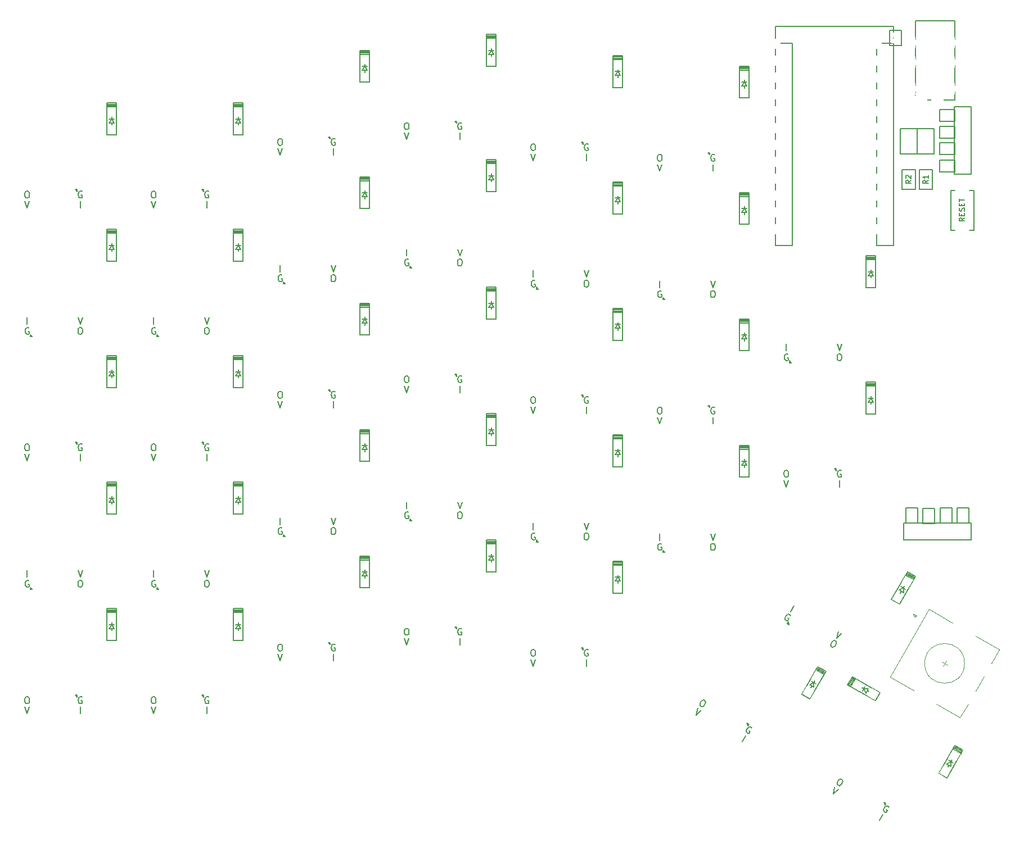
<source format=gto>
G04 #@! TF.GenerationSoftware,KiCad,Pcbnew,(5.1.5)-3*
G04 #@! TF.CreationDate,2020-12-20T23:31:21-06:00*
G04 #@! TF.ProjectId,ZodiarkSplit,5a6f6469-6172-46b5-9370-6c69742e6b69,rev?*
G04 #@! TF.SameCoordinates,Original*
G04 #@! TF.FileFunction,Legend,Top*
G04 #@! TF.FilePolarity,Positive*
%FSLAX46Y46*%
G04 Gerber Fmt 4.6, Leading zero omitted, Abs format (unit mm)*
G04 Created by KiCad (PCBNEW (5.1.5)-3) date 2020-12-20 23:31:21*
%MOMM*%
%LPD*%
G04 APERTURE LIST*
%ADD10C,0.120000*%
%ADD11C,0.150000*%
%ADD12C,0.200000*%
%ADD13C,0.100000*%
%ADD14C,2.102000*%
%ADD15C,2.302000*%
%ADD16C,3.602000*%
%ADD17C,1.499000*%
%ADD18R,1.245000X0.737000*%
%ADD19R,0.737000X1.245000*%
%ADD20R,1.902000X0.922000*%
%ADD21C,3.502000*%
%ADD22C,1.852000*%
%ADD23C,4.089800*%
%ADD24O,1.802000X2.602000*%
%ADD25C,1.302000*%
%ADD26R,1.302000X1.302000*%
%ADD27C,1.626000*%
%ADD28R,0.483000X0.483000*%
%ADD29R,1.626000X1.626000*%
G04 APERTURE END LIST*
D10*
X174191987Y-144212500D02*
X175058013Y-144712500D01*
X174875000Y-144029487D02*
X174375000Y-144895513D01*
X178157755Y-150543589D02*
X176957755Y-152622050D01*
X180557755Y-146386667D02*
X179257755Y-148638333D01*
X182857755Y-142402950D02*
X181657755Y-144481411D01*
X170439617Y-137311796D02*
X170029809Y-137421603D01*
X169920002Y-137011796D02*
X170439617Y-137311796D01*
X170029809Y-137421603D02*
X169920002Y-137011796D01*
X172292245Y-136302950D02*
X166392245Y-146522050D01*
X175842949Y-138352950D02*
X172292245Y-136302950D01*
X169942949Y-148572050D02*
X166392245Y-146522050D01*
X176957755Y-152622050D02*
X173407051Y-150572050D01*
X179307051Y-140352950D02*
X182857755Y-142402950D01*
X177625000Y-144462500D02*
G75*
G03X177625000Y-144462500I-3000000J0D01*
G01*
D11*
X168433750Y-125888750D02*
X168433750Y-123348750D01*
X178593750Y-123348750D02*
X178593750Y-125888750D01*
X168433750Y-123348750D02*
X178593750Y-123348750D01*
X168433750Y-125888750D02*
X178593750Y-125888750D01*
X170589000Y-123343000D02*
X168811000Y-123343000D01*
X170589000Y-121057000D02*
X170589000Y-123343000D01*
X168811000Y-121057000D02*
X170589000Y-121057000D01*
X168811000Y-123343000D02*
X168811000Y-121057000D01*
X173139000Y-123393000D02*
X171361000Y-123393000D01*
X173139000Y-121107000D02*
X173139000Y-123393000D01*
X171361000Y-121107000D02*
X173139000Y-121107000D01*
X171361000Y-123393000D02*
X171361000Y-121107000D01*
X175739000Y-123343000D02*
X173961000Y-123343000D01*
X175739000Y-121057000D02*
X175739000Y-123343000D01*
X173961000Y-121057000D02*
X175739000Y-121057000D01*
X173961000Y-123343000D02*
X173961000Y-121057000D01*
X178289000Y-123342620D02*
X176511000Y-123342620D01*
X178289000Y-121056620D02*
X178289000Y-123342620D01*
X176511000Y-121056620D02*
X178289000Y-121056620D01*
X176511000Y-123342620D02*
X176511000Y-121056620D01*
X176163000Y-68581000D02*
X176163000Y-70359000D01*
X173877000Y-68581000D02*
X176163000Y-68581000D01*
X173877000Y-70359000D02*
X173877000Y-68581000D01*
X176163000Y-70359000D02*
X173877000Y-70359000D01*
X176153000Y-66031000D02*
X176153000Y-67809000D01*
X173867000Y-66031000D02*
X176153000Y-66031000D01*
X173867000Y-67809000D02*
X173867000Y-66031000D01*
X176153000Y-67809000D02*
X173867000Y-67809000D01*
X176153000Y-63551000D02*
X176153000Y-65329000D01*
X173867000Y-63551000D02*
X176153000Y-63551000D01*
X173867000Y-65329000D02*
X173867000Y-63551000D01*
X176153000Y-65329000D02*
X173867000Y-65329000D01*
X176143000Y-61001000D02*
X176143000Y-62779000D01*
X173857000Y-61001000D02*
X176143000Y-61001000D01*
X173857000Y-62779000D02*
X173857000Y-61001000D01*
X176143000Y-62779000D02*
X173857000Y-62779000D01*
X144877083Y-153476411D02*
X145136890Y-153626411D01*
X144986890Y-153886218D02*
X144877083Y-153476411D01*
X145136890Y-153626411D02*
X144986890Y-153886218D01*
X165514583Y-165382661D02*
X165774390Y-165532661D01*
X165624390Y-165792468D02*
X165514583Y-165382661D01*
X165774390Y-165532661D02*
X165624390Y-165792468D01*
X138981250Y-105606250D02*
X139281250Y-105606250D01*
X139281250Y-105906250D02*
X138981250Y-105606250D01*
X139281250Y-105606250D02*
X139281250Y-105906250D01*
X158031250Y-115131250D02*
X158331250Y-115131250D01*
X158331250Y-115431250D02*
X158031250Y-115131250D01*
X158331250Y-115131250D02*
X158331250Y-115431250D01*
X138981250Y-67506250D02*
X139281250Y-67506250D01*
X139281250Y-67806250D02*
X138981250Y-67506250D01*
X139281250Y-67506250D02*
X139281250Y-67806250D01*
X119931250Y-142118750D02*
X120231250Y-142118750D01*
X120231250Y-142418750D02*
X119931250Y-142118750D01*
X120231250Y-142118750D02*
X120231250Y-142418750D01*
X151191667Y-138623589D02*
X150931860Y-138473589D01*
X151081860Y-138213782D02*
X151191667Y-138623589D01*
X150931860Y-138473589D02*
X151081860Y-138213782D01*
X119931250Y-104018750D02*
X120231250Y-104018750D01*
X120231250Y-104318750D02*
X119931250Y-104018750D01*
X120231250Y-104018750D02*
X120231250Y-104318750D01*
X151531250Y-99181250D02*
X151231250Y-99181250D01*
X151231250Y-98881250D02*
X151531250Y-99181250D01*
X151231250Y-99181250D02*
X151231250Y-98881250D01*
X119931250Y-65918750D02*
X120231250Y-65918750D01*
X120231250Y-66218750D02*
X119931250Y-65918750D01*
X120231250Y-65918750D02*
X120231250Y-66218750D01*
X100881250Y-138943750D02*
X101181250Y-138943750D01*
X101181250Y-139243750D02*
X100881250Y-138943750D01*
X101181250Y-138943750D02*
X101181250Y-139243750D01*
X132481250Y-127756250D02*
X132181250Y-127756250D01*
X132181250Y-127456250D02*
X132481250Y-127756250D01*
X132181250Y-127756250D02*
X132181250Y-127456250D01*
X100881250Y-100887500D02*
X101181250Y-100887500D01*
X101181250Y-101187500D02*
X100881250Y-100887500D01*
X101181250Y-100887500D02*
X101181250Y-101187500D01*
X132481250Y-89656250D02*
X132181250Y-89656250D01*
X132181250Y-89356250D02*
X132481250Y-89656250D01*
X132181250Y-89656250D02*
X132181250Y-89356250D01*
X100881250Y-62743750D02*
X101181250Y-62743750D01*
X101181250Y-63043750D02*
X100881250Y-62743750D01*
X101181250Y-62743750D02*
X101181250Y-63043750D01*
X81831250Y-141325000D02*
X82131250Y-141325000D01*
X82131250Y-141625000D02*
X81831250Y-141325000D01*
X82131250Y-141325000D02*
X82131250Y-141625000D01*
X113431250Y-126168750D02*
X113131250Y-126168750D01*
X113131250Y-125868750D02*
X113431250Y-126168750D01*
X113131250Y-126168750D02*
X113131250Y-125868750D01*
X81831250Y-103225000D02*
X82131250Y-103225000D01*
X82131250Y-103525000D02*
X81831250Y-103225000D01*
X82131250Y-103225000D02*
X82131250Y-103525000D01*
X113431250Y-88068750D02*
X113131250Y-88068750D01*
X113131250Y-87768750D02*
X113431250Y-88068750D01*
X113131250Y-88068750D02*
X113131250Y-87768750D01*
X81831250Y-65125000D02*
X82131250Y-65125000D01*
X82131250Y-65425000D02*
X81831250Y-65125000D01*
X82131250Y-65125000D02*
X82131250Y-65425000D01*
X62781250Y-149262500D02*
X63081250Y-149262500D01*
X63081250Y-149562500D02*
X62781250Y-149262500D01*
X63081250Y-149262500D02*
X63081250Y-149562500D01*
X94381250Y-122993750D02*
X94081250Y-122993750D01*
X94081250Y-122693750D02*
X94381250Y-122993750D01*
X94081250Y-122993750D02*
X94081250Y-122693750D01*
X62781250Y-111162500D02*
X63081250Y-111162500D01*
X63081250Y-111462500D02*
X62781250Y-111162500D01*
X63081250Y-111162500D02*
X63081250Y-111462500D01*
X94381250Y-84893750D02*
X94081250Y-84893750D01*
X94081250Y-84593750D02*
X94381250Y-84893750D01*
X94081250Y-84893750D02*
X94081250Y-84593750D01*
X62781250Y-73062500D02*
X63081250Y-73062500D01*
X63081250Y-73362500D02*
X62781250Y-73062500D01*
X63081250Y-73062500D02*
X63081250Y-73362500D01*
X43731250Y-149262500D02*
X44031250Y-149262500D01*
X44031250Y-149562500D02*
X43731250Y-149262500D01*
X44031250Y-149262500D02*
X44031250Y-149562500D01*
X75331250Y-125375000D02*
X75031250Y-125375000D01*
X75031250Y-125075000D02*
X75331250Y-125375000D01*
X75031250Y-125375000D02*
X75031250Y-125075000D01*
X43731250Y-111162500D02*
X44031250Y-111162500D01*
X44031250Y-111462500D02*
X43731250Y-111162500D01*
X44031250Y-111162500D02*
X44031250Y-111462500D01*
X75331250Y-87275000D02*
X75031250Y-87275000D01*
X75031250Y-86975000D02*
X75331250Y-87275000D01*
X75031250Y-87275000D02*
X75031250Y-86975000D01*
X43731250Y-73062500D02*
X44031250Y-73062500D01*
X44031250Y-73362500D02*
X43731250Y-73062500D01*
X44031250Y-73062500D02*
X44031250Y-73362500D01*
X56281250Y-133312500D02*
X55981250Y-133312500D01*
X55981250Y-133012500D02*
X56281250Y-133312500D01*
X55981250Y-133312500D02*
X55981250Y-133012500D01*
X37231250Y-133312500D02*
X36931250Y-133312500D01*
X36931250Y-133012500D02*
X37231250Y-133312500D01*
X36931250Y-133312500D02*
X36931250Y-133012500D01*
X56281250Y-95212500D02*
X55981250Y-95212500D01*
X55981250Y-94912500D02*
X56281250Y-95212500D01*
X55981250Y-95212500D02*
X55981250Y-94912500D01*
X37231250Y-95212500D02*
X36931250Y-95212500D01*
X36931250Y-94912500D02*
X37231250Y-95212500D01*
X36931250Y-95212500D02*
X36931250Y-94912500D01*
X170200000Y-59600000D02*
X170200000Y-47600000D01*
X176200000Y-59600000D02*
X170200000Y-59600000D01*
X176200000Y-47600000D02*
X176200000Y-59600000D01*
X170200000Y-47600000D02*
X176200000Y-47600000D01*
D12*
X175268750Y-159803558D02*
X175118750Y-160063365D01*
X175568750Y-159283942D02*
X175718750Y-159024135D01*
X175871859Y-159458942D02*
X175222340Y-159083942D01*
X174922340Y-159603558D02*
X175568750Y-159283942D01*
X175571859Y-159978558D02*
X174922340Y-159603558D01*
X175568750Y-159283942D02*
X175571859Y-159978558D01*
X177374968Y-157555481D02*
X176162532Y-156855481D01*
X177274968Y-157728686D02*
X176062532Y-157028686D01*
X177174968Y-157901892D02*
X175962532Y-157201892D01*
X177074968Y-158075097D02*
X175862532Y-157375097D01*
X176162532Y-156855481D02*
X173762532Y-161012403D01*
X174974968Y-161712403D02*
X173762532Y-161012403D01*
X177374968Y-157555481D02*
X174974968Y-161712403D01*
X162978558Y-148581250D02*
X163238365Y-148731250D01*
X162458942Y-148281250D02*
X162199135Y-148131250D01*
X162633942Y-147978141D02*
X162258942Y-148627660D01*
X162778558Y-148927660D02*
X162458942Y-148281250D01*
X163153558Y-148278141D02*
X162778558Y-148927660D01*
X162458942Y-148281250D02*
X163153558Y-148278141D01*
X160730481Y-146475032D02*
X160030481Y-147687468D01*
X160903686Y-146575032D02*
X160203686Y-147787468D01*
X161076892Y-146675032D02*
X160376892Y-147887468D01*
X161250097Y-146775032D02*
X160550097Y-147987468D01*
X160030481Y-147687468D02*
X164187403Y-150087468D01*
X164887403Y-148875032D02*
X164187403Y-150087468D01*
X160730481Y-146475032D02*
X164887403Y-148875032D01*
X168125000Y-133609808D02*
X167975000Y-133869615D01*
X168425000Y-133090192D02*
X168575000Y-132830385D01*
X168728109Y-133265192D02*
X168078590Y-132890192D01*
X167778590Y-133409808D02*
X168425000Y-133090192D01*
X168428109Y-133784808D02*
X167778590Y-133409808D01*
X168425000Y-133090192D02*
X168428109Y-133784808D01*
X170231218Y-131361731D02*
X169018782Y-130661731D01*
X170131218Y-131534936D02*
X168918782Y-130834936D01*
X170031218Y-131708142D02*
X168818782Y-131008142D01*
X169931218Y-131881347D02*
X168718782Y-131181347D01*
X169018782Y-130661731D02*
X166618782Y-134818653D01*
X167831218Y-135518653D02*
X166618782Y-134818653D01*
X170231218Y-131361731D02*
X167831218Y-135518653D01*
X163512500Y-105075000D02*
X163512500Y-105375000D01*
X163512500Y-104475000D02*
X163512500Y-104175000D01*
X163862500Y-104475000D02*
X163112500Y-104475000D01*
X163112500Y-105075000D02*
X163512500Y-104475000D01*
X163862500Y-105075000D02*
X163112500Y-105075000D01*
X163512500Y-104475000D02*
X163862500Y-105075000D01*
X164212500Y-102075000D02*
X162812500Y-102075000D01*
X164212500Y-102275000D02*
X162812500Y-102275000D01*
X164212500Y-102475000D02*
X162812500Y-102475000D01*
X164212500Y-102675000D02*
X162812500Y-102675000D01*
X162812500Y-102075000D02*
X162812500Y-106875000D01*
X164212500Y-106875000D02*
X162812500Y-106875000D01*
X164212500Y-102075000D02*
X164212500Y-106875000D01*
X163512500Y-86025000D02*
X163512500Y-86325000D01*
X163512500Y-85425000D02*
X163512500Y-85125000D01*
X163862500Y-85425000D02*
X163112500Y-85425000D01*
X163112500Y-86025000D02*
X163512500Y-85425000D01*
X163862500Y-86025000D02*
X163112500Y-86025000D01*
X163512500Y-85425000D02*
X163862500Y-86025000D01*
X164212500Y-83025000D02*
X162812500Y-83025000D01*
X164212500Y-83225000D02*
X162812500Y-83225000D01*
X164212500Y-83425000D02*
X162812500Y-83425000D01*
X164212500Y-83625000D02*
X162812500Y-83625000D01*
X162812500Y-83025000D02*
X162812500Y-87825000D01*
X164212500Y-87825000D02*
X162812500Y-87825000D01*
X164212500Y-83025000D02*
X164212500Y-87825000D01*
X154631250Y-147897308D02*
X154481250Y-148157115D01*
X154931250Y-147377692D02*
X155081250Y-147117885D01*
X155234359Y-147552692D02*
X154584840Y-147177692D01*
X154284840Y-147697308D02*
X154931250Y-147377692D01*
X154934359Y-148072308D02*
X154284840Y-147697308D01*
X154931250Y-147377692D02*
X154934359Y-148072308D01*
X156737468Y-145649231D02*
X155525032Y-144949231D01*
X156637468Y-145822436D02*
X155425032Y-145122436D01*
X156537468Y-145995642D02*
X155325032Y-145295642D01*
X156437468Y-146168847D02*
X155225032Y-145468847D01*
X155525032Y-144949231D02*
X153125032Y-149106153D01*
X154337468Y-149806153D02*
X153125032Y-149106153D01*
X156737468Y-145649231D02*
X154337468Y-149806153D01*
X144462500Y-114600000D02*
X144462500Y-114900000D01*
X144462500Y-114000000D02*
X144462500Y-113700000D01*
X144812500Y-114000000D02*
X144062500Y-114000000D01*
X144062500Y-114600000D02*
X144462500Y-114000000D01*
X144812500Y-114600000D02*
X144062500Y-114600000D01*
X144462500Y-114000000D02*
X144812500Y-114600000D01*
X145162500Y-111600000D02*
X143762500Y-111600000D01*
X145162500Y-111800000D02*
X143762500Y-111800000D01*
X145162500Y-112000000D02*
X143762500Y-112000000D01*
X145162500Y-112200000D02*
X143762500Y-112200000D01*
X143762500Y-111600000D02*
X143762500Y-116400000D01*
X145162500Y-116400000D02*
X143762500Y-116400000D01*
X145162500Y-111600000D02*
X145162500Y-116400000D01*
X144462500Y-95550000D02*
X144462500Y-95850000D01*
X144462500Y-94950000D02*
X144462500Y-94650000D01*
X144812500Y-94950000D02*
X144062500Y-94950000D01*
X144062500Y-95550000D02*
X144462500Y-94950000D01*
X144812500Y-95550000D02*
X144062500Y-95550000D01*
X144462500Y-94950000D02*
X144812500Y-95550000D01*
X145162500Y-92550000D02*
X143762500Y-92550000D01*
X145162500Y-92750000D02*
X143762500Y-92750000D01*
X145162500Y-92950000D02*
X143762500Y-92950000D01*
X145162500Y-93150000D02*
X143762500Y-93150000D01*
X143762500Y-92550000D02*
X143762500Y-97350000D01*
X145162500Y-97350000D02*
X143762500Y-97350000D01*
X145162500Y-92550000D02*
X145162500Y-97350000D01*
X144462500Y-76500000D02*
X144462500Y-76800000D01*
X144462500Y-75900000D02*
X144462500Y-75600000D01*
X144812500Y-75900000D02*
X144062500Y-75900000D01*
X144062500Y-76500000D02*
X144462500Y-75900000D01*
X144812500Y-76500000D02*
X144062500Y-76500000D01*
X144462500Y-75900000D02*
X144812500Y-76500000D01*
X145162500Y-73500000D02*
X143762500Y-73500000D01*
X145162500Y-73700000D02*
X143762500Y-73700000D01*
X145162500Y-73900000D02*
X143762500Y-73900000D01*
X145162500Y-74100000D02*
X143762500Y-74100000D01*
X143762500Y-73500000D02*
X143762500Y-78300000D01*
X145162500Y-78300000D02*
X143762500Y-78300000D01*
X145162500Y-73500000D02*
X145162500Y-78300000D01*
X144462500Y-57450000D02*
X144462500Y-57750000D01*
X144462500Y-56850000D02*
X144462500Y-56550000D01*
X144812500Y-56850000D02*
X144062500Y-56850000D01*
X144062500Y-57450000D02*
X144462500Y-56850000D01*
X144812500Y-57450000D02*
X144062500Y-57450000D01*
X144462500Y-56850000D02*
X144812500Y-57450000D01*
X145162500Y-54450000D02*
X143762500Y-54450000D01*
X145162500Y-54650000D02*
X143762500Y-54650000D01*
X145162500Y-54850000D02*
X143762500Y-54850000D01*
X145162500Y-55050000D02*
X143762500Y-55050000D01*
X143762500Y-54450000D02*
X143762500Y-59250000D01*
X145162500Y-59250000D02*
X143762500Y-59250000D01*
X145162500Y-54450000D02*
X145162500Y-59250000D01*
X125412500Y-132062500D02*
X125412500Y-132362500D01*
X125412500Y-131462500D02*
X125412500Y-131162500D01*
X125762500Y-131462500D02*
X125012500Y-131462500D01*
X125012500Y-132062500D02*
X125412500Y-131462500D01*
X125762500Y-132062500D02*
X125012500Y-132062500D01*
X125412500Y-131462500D02*
X125762500Y-132062500D01*
X126112500Y-129062500D02*
X124712500Y-129062500D01*
X126112500Y-129262500D02*
X124712500Y-129262500D01*
X126112500Y-129462500D02*
X124712500Y-129462500D01*
X126112500Y-129662500D02*
X124712500Y-129662500D01*
X124712500Y-129062500D02*
X124712500Y-133862500D01*
X126112500Y-133862500D02*
X124712500Y-133862500D01*
X126112500Y-129062500D02*
X126112500Y-133862500D01*
X125412500Y-113012500D02*
X125412500Y-113312500D01*
X125412500Y-112412500D02*
X125412500Y-112112500D01*
X125762500Y-112412500D02*
X125012500Y-112412500D01*
X125012500Y-113012500D02*
X125412500Y-112412500D01*
X125762500Y-113012500D02*
X125012500Y-113012500D01*
X125412500Y-112412500D02*
X125762500Y-113012500D01*
X126112500Y-110012500D02*
X124712500Y-110012500D01*
X126112500Y-110212500D02*
X124712500Y-110212500D01*
X126112500Y-110412500D02*
X124712500Y-110412500D01*
X126112500Y-110612500D02*
X124712500Y-110612500D01*
X124712500Y-110012500D02*
X124712500Y-114812500D01*
X126112500Y-114812500D02*
X124712500Y-114812500D01*
X126112500Y-110012500D02*
X126112500Y-114812500D01*
X125412500Y-93962500D02*
X125412500Y-94262500D01*
X125412500Y-93362500D02*
X125412500Y-93062500D01*
X125762500Y-93362500D02*
X125012500Y-93362500D01*
X125012500Y-93962500D02*
X125412500Y-93362500D01*
X125762500Y-93962500D02*
X125012500Y-93962500D01*
X125412500Y-93362500D02*
X125762500Y-93962500D01*
X126112500Y-90962500D02*
X124712500Y-90962500D01*
X126112500Y-91162500D02*
X124712500Y-91162500D01*
X126112500Y-91362500D02*
X124712500Y-91362500D01*
X126112500Y-91562500D02*
X124712500Y-91562500D01*
X124712500Y-90962500D02*
X124712500Y-95762500D01*
X126112500Y-95762500D02*
X124712500Y-95762500D01*
X126112500Y-90962500D02*
X126112500Y-95762500D01*
X125412500Y-74912500D02*
X125412500Y-75212500D01*
X125412500Y-74312500D02*
X125412500Y-74012500D01*
X125762500Y-74312500D02*
X125012500Y-74312500D01*
X125012500Y-74912500D02*
X125412500Y-74312500D01*
X125762500Y-74912500D02*
X125012500Y-74912500D01*
X125412500Y-74312500D02*
X125762500Y-74912500D01*
X126112500Y-71912500D02*
X124712500Y-71912500D01*
X126112500Y-72112500D02*
X124712500Y-72112500D01*
X126112500Y-72312500D02*
X124712500Y-72312500D01*
X126112500Y-72512500D02*
X124712500Y-72512500D01*
X124712500Y-71912500D02*
X124712500Y-76712500D01*
X126112500Y-76712500D02*
X124712500Y-76712500D01*
X126112500Y-71912500D02*
X126112500Y-76712500D01*
X125412500Y-55862500D02*
X125412500Y-56162500D01*
X125412500Y-55262500D02*
X125412500Y-54962500D01*
X125762500Y-55262500D02*
X125012500Y-55262500D01*
X125012500Y-55862500D02*
X125412500Y-55262500D01*
X125762500Y-55862500D02*
X125012500Y-55862500D01*
X125412500Y-55262500D02*
X125762500Y-55862500D01*
X126112500Y-52862500D02*
X124712500Y-52862500D01*
X126112500Y-53062500D02*
X124712500Y-53062500D01*
X126112500Y-53262500D02*
X124712500Y-53262500D01*
X126112500Y-53462500D02*
X124712500Y-53462500D01*
X124712500Y-52862500D02*
X124712500Y-57662500D01*
X126112500Y-57662500D02*
X124712500Y-57662500D01*
X126112500Y-52862500D02*
X126112500Y-57662500D01*
X106362500Y-128887500D02*
X106362500Y-129187500D01*
X106362500Y-128287500D02*
X106362500Y-127987500D01*
X106712500Y-128287500D02*
X105962500Y-128287500D01*
X105962500Y-128887500D02*
X106362500Y-128287500D01*
X106712500Y-128887500D02*
X105962500Y-128887500D01*
X106362500Y-128287500D02*
X106712500Y-128887500D01*
X107062500Y-125887500D02*
X105662500Y-125887500D01*
X107062500Y-126087500D02*
X105662500Y-126087500D01*
X107062500Y-126287500D02*
X105662500Y-126287500D01*
X107062500Y-126487500D02*
X105662500Y-126487500D01*
X105662500Y-125887500D02*
X105662500Y-130687500D01*
X107062500Y-130687500D02*
X105662500Y-130687500D01*
X107062500Y-125887500D02*
X107062500Y-130687500D01*
X106362500Y-109837500D02*
X106362500Y-110137500D01*
X106362500Y-109237500D02*
X106362500Y-108937500D01*
X106712500Y-109237500D02*
X105962500Y-109237500D01*
X105962500Y-109837500D02*
X106362500Y-109237500D01*
X106712500Y-109837500D02*
X105962500Y-109837500D01*
X106362500Y-109237500D02*
X106712500Y-109837500D01*
X107062500Y-106837500D02*
X105662500Y-106837500D01*
X107062500Y-107037500D02*
X105662500Y-107037500D01*
X107062500Y-107237500D02*
X105662500Y-107237500D01*
X107062500Y-107437500D02*
X105662500Y-107437500D01*
X105662500Y-106837500D02*
X105662500Y-111637500D01*
X107062500Y-111637500D02*
X105662500Y-111637500D01*
X107062500Y-106837500D02*
X107062500Y-111637500D01*
X106362500Y-90787500D02*
X106362500Y-91087500D01*
X106362500Y-90187500D02*
X106362500Y-89887500D01*
X106712500Y-90187500D02*
X105962500Y-90187500D01*
X105962500Y-90787500D02*
X106362500Y-90187500D01*
X106712500Y-90787500D02*
X105962500Y-90787500D01*
X106362500Y-90187500D02*
X106712500Y-90787500D01*
X107062500Y-87787500D02*
X105662500Y-87787500D01*
X107062500Y-87987500D02*
X105662500Y-87987500D01*
X107062500Y-88187500D02*
X105662500Y-88187500D01*
X107062500Y-88387500D02*
X105662500Y-88387500D01*
X105662500Y-87787500D02*
X105662500Y-92587500D01*
X107062500Y-92587500D02*
X105662500Y-92587500D01*
X107062500Y-87787500D02*
X107062500Y-92587500D01*
X106362500Y-71550000D02*
X106362500Y-71850000D01*
X106362500Y-70950000D02*
X106362500Y-70650000D01*
X106712500Y-70950000D02*
X105962500Y-70950000D01*
X105962500Y-71550000D02*
X106362500Y-70950000D01*
X106712500Y-71550000D02*
X105962500Y-71550000D01*
X106362500Y-70950000D02*
X106712500Y-71550000D01*
X107062500Y-68550000D02*
X105662500Y-68550000D01*
X107062500Y-68750000D02*
X105662500Y-68750000D01*
X107062500Y-68950000D02*
X105662500Y-68950000D01*
X107062500Y-69150000D02*
X105662500Y-69150000D01*
X105662500Y-68550000D02*
X105662500Y-73350000D01*
X107062500Y-73350000D02*
X105662500Y-73350000D01*
X107062500Y-68550000D02*
X107062500Y-73350000D01*
X106362500Y-52687500D02*
X106362500Y-52987500D01*
X106362500Y-52087500D02*
X106362500Y-51787500D01*
X106712500Y-52087500D02*
X105962500Y-52087500D01*
X105962500Y-52687500D02*
X106362500Y-52087500D01*
X106712500Y-52687500D02*
X105962500Y-52687500D01*
X106362500Y-52087500D02*
X106712500Y-52687500D01*
X107062500Y-49687500D02*
X105662500Y-49687500D01*
X107062500Y-49887500D02*
X105662500Y-49887500D01*
X107062500Y-50087500D02*
X105662500Y-50087500D01*
X107062500Y-50287500D02*
X105662500Y-50287500D01*
X105662500Y-49687500D02*
X105662500Y-54487500D01*
X107062500Y-54487500D02*
X105662500Y-54487500D01*
X107062500Y-49687500D02*
X107062500Y-54487500D01*
X87312500Y-131268750D02*
X87312500Y-131568750D01*
X87312500Y-130668750D02*
X87312500Y-130368750D01*
X87662500Y-130668750D02*
X86912500Y-130668750D01*
X86912500Y-131268750D02*
X87312500Y-130668750D01*
X87662500Y-131268750D02*
X86912500Y-131268750D01*
X87312500Y-130668750D02*
X87662500Y-131268750D01*
X88012500Y-128268750D02*
X86612500Y-128268750D01*
X88012500Y-128468750D02*
X86612500Y-128468750D01*
X88012500Y-128668750D02*
X86612500Y-128668750D01*
X88012500Y-128868750D02*
X86612500Y-128868750D01*
X86612500Y-128268750D02*
X86612500Y-133068750D01*
X88012500Y-133068750D02*
X86612500Y-133068750D01*
X88012500Y-128268750D02*
X88012500Y-133068750D01*
X87312500Y-112218750D02*
X87312500Y-112518750D01*
X87312500Y-111618750D02*
X87312500Y-111318750D01*
X87662500Y-111618750D02*
X86912500Y-111618750D01*
X86912500Y-112218750D02*
X87312500Y-111618750D01*
X87662500Y-112218750D02*
X86912500Y-112218750D01*
X87312500Y-111618750D02*
X87662500Y-112218750D01*
X88012500Y-109218750D02*
X86612500Y-109218750D01*
X88012500Y-109418750D02*
X86612500Y-109418750D01*
X88012500Y-109618750D02*
X86612500Y-109618750D01*
X88012500Y-109818750D02*
X86612500Y-109818750D01*
X86612500Y-109218750D02*
X86612500Y-114018750D01*
X88012500Y-114018750D02*
X86612500Y-114018750D01*
X88012500Y-109218750D02*
X88012500Y-114018750D01*
X87312500Y-93168750D02*
X87312500Y-93468750D01*
X87312500Y-92568750D02*
X87312500Y-92268750D01*
X87662500Y-92568750D02*
X86912500Y-92568750D01*
X86912500Y-93168750D02*
X87312500Y-92568750D01*
X87662500Y-93168750D02*
X86912500Y-93168750D01*
X87312500Y-92568750D02*
X87662500Y-93168750D01*
X88012500Y-90168750D02*
X86612500Y-90168750D01*
X88012500Y-90368750D02*
X86612500Y-90368750D01*
X88012500Y-90568750D02*
X86612500Y-90568750D01*
X88012500Y-90768750D02*
X86612500Y-90768750D01*
X86612500Y-90168750D02*
X86612500Y-94968750D01*
X88012500Y-94968750D02*
X86612500Y-94968750D01*
X88012500Y-90168750D02*
X88012500Y-94968750D01*
X87312500Y-74118750D02*
X87312500Y-74418750D01*
X87312500Y-73518750D02*
X87312500Y-73218750D01*
X87662500Y-73518750D02*
X86912500Y-73518750D01*
X86912500Y-74118750D02*
X87312500Y-73518750D01*
X87662500Y-74118750D02*
X86912500Y-74118750D01*
X87312500Y-73518750D02*
X87662500Y-74118750D01*
X88012500Y-71118750D02*
X86612500Y-71118750D01*
X88012500Y-71318750D02*
X86612500Y-71318750D01*
X88012500Y-71518750D02*
X86612500Y-71518750D01*
X88012500Y-71718750D02*
X86612500Y-71718750D01*
X86612500Y-71118750D02*
X86612500Y-75918750D01*
X88012500Y-75918750D02*
X86612500Y-75918750D01*
X88012500Y-71118750D02*
X88012500Y-75918750D01*
X87312500Y-55068750D02*
X87312500Y-55368750D01*
X87312500Y-54468750D02*
X87312500Y-54168750D01*
X87662500Y-54468750D02*
X86912500Y-54468750D01*
X86912500Y-55068750D02*
X87312500Y-54468750D01*
X87662500Y-55068750D02*
X86912500Y-55068750D01*
X87312500Y-54468750D02*
X87662500Y-55068750D01*
X88012500Y-52068750D02*
X86612500Y-52068750D01*
X88012500Y-52268750D02*
X86612500Y-52268750D01*
X88012500Y-52468750D02*
X86612500Y-52468750D01*
X88012500Y-52668750D02*
X86612500Y-52668750D01*
X86612500Y-52068750D02*
X86612500Y-56868750D01*
X88012500Y-56868750D02*
X86612500Y-56868750D01*
X88012500Y-52068750D02*
X88012500Y-56868750D01*
X68262500Y-139206250D02*
X68262500Y-139506250D01*
X68262500Y-138606250D02*
X68262500Y-138306250D01*
X68612500Y-138606250D02*
X67862500Y-138606250D01*
X67862500Y-139206250D02*
X68262500Y-138606250D01*
X68612500Y-139206250D02*
X67862500Y-139206250D01*
X68262500Y-138606250D02*
X68612500Y-139206250D01*
X68962500Y-136206250D02*
X67562500Y-136206250D01*
X68962500Y-136406250D02*
X67562500Y-136406250D01*
X68962500Y-136606250D02*
X67562500Y-136606250D01*
X68962500Y-136806250D02*
X67562500Y-136806250D01*
X67562500Y-136206250D02*
X67562500Y-141006250D01*
X68962500Y-141006250D02*
X67562500Y-141006250D01*
X68962500Y-136206250D02*
X68962500Y-141006250D01*
X68262500Y-120156250D02*
X68262500Y-120456250D01*
X68262500Y-119556250D02*
X68262500Y-119256250D01*
X68612500Y-119556250D02*
X67862500Y-119556250D01*
X67862500Y-120156250D02*
X68262500Y-119556250D01*
X68612500Y-120156250D02*
X67862500Y-120156250D01*
X68262500Y-119556250D02*
X68612500Y-120156250D01*
X68962500Y-117156250D02*
X67562500Y-117156250D01*
X68962500Y-117356250D02*
X67562500Y-117356250D01*
X68962500Y-117556250D02*
X67562500Y-117556250D01*
X68962500Y-117756250D02*
X67562500Y-117756250D01*
X67562500Y-117156250D02*
X67562500Y-121956250D01*
X68962500Y-121956250D02*
X67562500Y-121956250D01*
X68962500Y-117156250D02*
X68962500Y-121956250D01*
X68262500Y-101106250D02*
X68262500Y-101406250D01*
X68262500Y-100506250D02*
X68262500Y-100206250D01*
X68612500Y-100506250D02*
X67862500Y-100506250D01*
X67862500Y-101106250D02*
X68262500Y-100506250D01*
X68612500Y-101106250D02*
X67862500Y-101106250D01*
X68262500Y-100506250D02*
X68612500Y-101106250D01*
X68962500Y-98106250D02*
X67562500Y-98106250D01*
X68962500Y-98306250D02*
X67562500Y-98306250D01*
X68962500Y-98506250D02*
X67562500Y-98506250D01*
X68962500Y-98706250D02*
X67562500Y-98706250D01*
X67562500Y-98106250D02*
X67562500Y-102906250D01*
X68962500Y-102906250D02*
X67562500Y-102906250D01*
X68962500Y-98106250D02*
X68962500Y-102906250D01*
X68262500Y-82056250D02*
X68262500Y-82356250D01*
X68262500Y-81456250D02*
X68262500Y-81156250D01*
X68612500Y-81456250D02*
X67862500Y-81456250D01*
X67862500Y-82056250D02*
X68262500Y-81456250D01*
X68612500Y-82056250D02*
X67862500Y-82056250D01*
X68262500Y-81456250D02*
X68612500Y-82056250D01*
X68962500Y-79056250D02*
X67562500Y-79056250D01*
X68962500Y-79256250D02*
X67562500Y-79256250D01*
X68962500Y-79456250D02*
X67562500Y-79456250D01*
X68962500Y-79656250D02*
X67562500Y-79656250D01*
X67562500Y-79056250D02*
X67562500Y-83856250D01*
X68962500Y-83856250D02*
X67562500Y-83856250D01*
X68962500Y-79056250D02*
X68962500Y-83856250D01*
X68262500Y-63006250D02*
X68262500Y-63306250D01*
X68262500Y-62406250D02*
X68262500Y-62106250D01*
X68612500Y-62406250D02*
X67862500Y-62406250D01*
X67862500Y-63006250D02*
X68262500Y-62406250D01*
X68612500Y-63006250D02*
X67862500Y-63006250D01*
X68262500Y-62406250D02*
X68612500Y-63006250D01*
X68962500Y-60006250D02*
X67562500Y-60006250D01*
X68962500Y-60206250D02*
X67562500Y-60206250D01*
X68962500Y-60406250D02*
X67562500Y-60406250D01*
X68962500Y-60606250D02*
X67562500Y-60606250D01*
X67562500Y-60006250D02*
X67562500Y-64806250D01*
X68962500Y-64806250D02*
X67562500Y-64806250D01*
X68962500Y-60006250D02*
X68962500Y-64806250D01*
X49212500Y-139206250D02*
X49212500Y-139506250D01*
X49212500Y-138606250D02*
X49212500Y-138306250D01*
X49562500Y-138606250D02*
X48812500Y-138606250D01*
X48812500Y-139206250D02*
X49212500Y-138606250D01*
X49562500Y-139206250D02*
X48812500Y-139206250D01*
X49212500Y-138606250D02*
X49562500Y-139206250D01*
X49912500Y-136206250D02*
X48512500Y-136206250D01*
X49912500Y-136406250D02*
X48512500Y-136406250D01*
X49912500Y-136606250D02*
X48512500Y-136606250D01*
X49912500Y-136806250D02*
X48512500Y-136806250D01*
X48512500Y-136206250D02*
X48512500Y-141006250D01*
X49912500Y-141006250D02*
X48512500Y-141006250D01*
X49912500Y-136206250D02*
X49912500Y-141006250D01*
X49212500Y-120156250D02*
X49212500Y-120456250D01*
X49212500Y-119556250D02*
X49212500Y-119256250D01*
X49562500Y-119556250D02*
X48812500Y-119556250D01*
X48812500Y-120156250D02*
X49212500Y-119556250D01*
X49562500Y-120156250D02*
X48812500Y-120156250D01*
X49212500Y-119556250D02*
X49562500Y-120156250D01*
X49912500Y-117156250D02*
X48512500Y-117156250D01*
X49912500Y-117356250D02*
X48512500Y-117356250D01*
X49912500Y-117556250D02*
X48512500Y-117556250D01*
X49912500Y-117756250D02*
X48512500Y-117756250D01*
X48512500Y-117156250D02*
X48512500Y-121956250D01*
X49912500Y-121956250D02*
X48512500Y-121956250D01*
X49912500Y-117156250D02*
X49912500Y-121956250D01*
X49212500Y-101106250D02*
X49212500Y-101406250D01*
X49212500Y-100506250D02*
X49212500Y-100206250D01*
X49562500Y-100506250D02*
X48812500Y-100506250D01*
X48812500Y-101106250D02*
X49212500Y-100506250D01*
X49562500Y-101106250D02*
X48812500Y-101106250D01*
X49212500Y-100506250D02*
X49562500Y-101106250D01*
X49912500Y-98106250D02*
X48512500Y-98106250D01*
X49912500Y-98306250D02*
X48512500Y-98306250D01*
X49912500Y-98506250D02*
X48512500Y-98506250D01*
X49912500Y-98706250D02*
X48512500Y-98706250D01*
X48512500Y-98106250D02*
X48512500Y-102906250D01*
X49912500Y-102906250D02*
X48512500Y-102906250D01*
X49912500Y-98106250D02*
X49912500Y-102906250D01*
X49212500Y-82056250D02*
X49212500Y-82356250D01*
X49212500Y-81456250D02*
X49212500Y-81156250D01*
X49562500Y-81456250D02*
X48812500Y-81456250D01*
X48812500Y-82056250D02*
X49212500Y-81456250D01*
X49562500Y-82056250D02*
X48812500Y-82056250D01*
X49212500Y-81456250D02*
X49562500Y-82056250D01*
X49912500Y-79056250D02*
X48512500Y-79056250D01*
X49912500Y-79256250D02*
X48512500Y-79256250D01*
X49912500Y-79456250D02*
X48512500Y-79456250D01*
X49912500Y-79656250D02*
X48512500Y-79656250D01*
X48512500Y-79056250D02*
X48512500Y-83856250D01*
X49912500Y-83856250D02*
X48512500Y-83856250D01*
X49912500Y-79056250D02*
X49912500Y-83856250D01*
X49212500Y-63006250D02*
X49212500Y-63306250D01*
X49212500Y-62406250D02*
X49212500Y-62106250D01*
X49562500Y-62406250D02*
X48812500Y-62406250D01*
X48812500Y-63006250D02*
X49212500Y-62406250D01*
X49562500Y-63006250D02*
X48812500Y-63006250D01*
X49212500Y-62406250D02*
X49562500Y-63006250D01*
X49912500Y-60006250D02*
X48512500Y-60006250D01*
X49912500Y-60206250D02*
X48512500Y-60206250D01*
X49912500Y-60406250D02*
X48512500Y-60406250D01*
X49912500Y-60606250D02*
X48512500Y-60606250D01*
X48512500Y-60006250D02*
X48512500Y-64806250D01*
X49912500Y-64806250D02*
X48512500Y-64806250D01*
X49912500Y-60006250D02*
X49912500Y-64806250D01*
D11*
X166945065Y-81516995D02*
X166945065Y-51036995D01*
X151705065Y-81516995D02*
X151705065Y-51036995D01*
X164405065Y-51036995D02*
X164405065Y-81516995D01*
X166945065Y-81516995D02*
X166945065Y-48496995D01*
X166945065Y-51036995D02*
X164405065Y-51036995D01*
X149165065Y-81516995D02*
X151705065Y-81516995D01*
X166945065Y-48496995D02*
X149165065Y-48496995D01*
X149165065Y-48496995D02*
X149165065Y-81516995D01*
X149165065Y-51036995D02*
X149165065Y-81516995D01*
X151705065Y-51036995D02*
X149165065Y-51036995D01*
X164405065Y-81516995D02*
X166945065Y-81516995D01*
X179080000Y-73160000D02*
X178380000Y-73160000D01*
X175580000Y-73160000D02*
X176180000Y-73160000D01*
X175580000Y-79160000D02*
X176180000Y-79160000D01*
X179080000Y-79160000D02*
X178380000Y-79160000D01*
X175580000Y-73160000D02*
X175580000Y-79160000D01*
X179080000Y-79160000D02*
X179080000Y-73160000D01*
X168199240Y-70038860D02*
X168199240Y-73041140D01*
X170200760Y-70038860D02*
X168199240Y-70038860D01*
X170200760Y-73041140D02*
X170200760Y-70038860D01*
X168199240Y-73041140D02*
X170200760Y-73041140D01*
X170799240Y-70038860D02*
X170799240Y-73041140D01*
X172800760Y-70038860D02*
X170799240Y-70038860D01*
X172800760Y-73041140D02*
X172800760Y-70038860D01*
X170799240Y-73041140D02*
X172800760Y-73041140D01*
X178620000Y-70740000D02*
X176080000Y-70740000D01*
X176080000Y-60580000D02*
X178620000Y-60580000D01*
X176080000Y-70740000D02*
X176080000Y-60580000D01*
X178620000Y-70740000D02*
X178620000Y-60580000D01*
X166311000Y-51343000D02*
X166311000Y-49057000D01*
X166311000Y-49057000D02*
X168089000Y-49057000D01*
X168089000Y-49057000D02*
X168089000Y-51343000D01*
X168089000Y-51343000D02*
X166311000Y-51343000D01*
X170470000Y-67705000D02*
X170470000Y-63895000D01*
X167930000Y-67705000D02*
X170470000Y-67705000D01*
X167930000Y-63895000D02*
X167930000Y-67705000D01*
X170470000Y-63895000D02*
X167930000Y-63895000D01*
X170530000Y-63895000D02*
X170530000Y-67705000D01*
X173070000Y-63895000D02*
X170530000Y-63895000D01*
X173070000Y-67705000D02*
X173070000Y-63895000D01*
X170530000Y-67705000D02*
X173070000Y-67705000D01*
X145603418Y-154242170D02*
X145544749Y-154153312D01*
X145421031Y-154081883D01*
X145273503Y-154051694D01*
X145143406Y-154086554D01*
X145054547Y-154145223D01*
X144918070Y-154286370D01*
X144846641Y-154410088D01*
X144792642Y-154598855D01*
X144786263Y-154705143D01*
X144821122Y-154835241D01*
X144921031Y-154947909D01*
X145003509Y-154995528D01*
X145151037Y-155025717D01*
X145216086Y-155008287D01*
X145382752Y-154719612D01*
X145217795Y-154624374D01*
X144150411Y-156235042D02*
X144650411Y-155369016D01*
X138389728Y-150022359D02*
X138554686Y-150117598D01*
X138613355Y-150206456D01*
X138648214Y-150336554D01*
X138594215Y-150525320D01*
X138427549Y-150813995D01*
X138291071Y-150955143D01*
X138160974Y-150990003D01*
X138054686Y-150983623D01*
X137889728Y-150888385D01*
X137831059Y-150799526D01*
X137796200Y-150669429D01*
X137850199Y-150480662D01*
X138016865Y-150191987D01*
X138153343Y-150050839D01*
X138283440Y-150015980D01*
X138389728Y-150022359D01*
X137433532Y-151202350D02*
X137222207Y-152235042D01*
X138010882Y-151535683D01*
X166240918Y-166148420D02*
X166182249Y-166059562D01*
X166058531Y-165988133D01*
X165911003Y-165957944D01*
X165780906Y-165992804D01*
X165692047Y-166051473D01*
X165555570Y-166192620D01*
X165484141Y-166316338D01*
X165430142Y-166505105D01*
X165423763Y-166611393D01*
X165458622Y-166741491D01*
X165558531Y-166854159D01*
X165641009Y-166901778D01*
X165788537Y-166931967D01*
X165853586Y-166914537D01*
X166020252Y-166625862D01*
X165855295Y-166530624D01*
X164787911Y-168141292D02*
X165287911Y-167275266D01*
X159027228Y-161928609D02*
X159192186Y-162023848D01*
X159250855Y-162112706D01*
X159285714Y-162242804D01*
X159231715Y-162431570D01*
X159065049Y-162720245D01*
X158928571Y-162861393D01*
X158798474Y-162896253D01*
X158692186Y-162889873D01*
X158527228Y-162794635D01*
X158468559Y-162705776D01*
X158433700Y-162575679D01*
X158487699Y-162386912D01*
X158654365Y-162098237D01*
X158790843Y-161957089D01*
X158920940Y-161922230D01*
X159027228Y-161928609D01*
X158071032Y-163108600D02*
X157859707Y-164141292D01*
X158648382Y-163441933D01*
X139993154Y-105906250D02*
X139897916Y-105858630D01*
X139755059Y-105858630D01*
X139612202Y-105906250D01*
X139516964Y-106001488D01*
X139469345Y-106096726D01*
X139421726Y-106287202D01*
X139421726Y-106430059D01*
X139469345Y-106620535D01*
X139516964Y-106715773D01*
X139612202Y-106811011D01*
X139755059Y-106858630D01*
X139850297Y-106858630D01*
X139993154Y-106811011D01*
X140040773Y-106763392D01*
X140040773Y-106430059D01*
X139850297Y-106430059D01*
X139731250Y-108358630D02*
X139731250Y-107358630D01*
X131636011Y-105858630D02*
X131826488Y-105858630D01*
X131921726Y-105906250D01*
X132016964Y-106001488D01*
X132064583Y-106191964D01*
X132064583Y-106525297D01*
X132016964Y-106715773D01*
X131921726Y-106811011D01*
X131826488Y-106858630D01*
X131636011Y-106858630D01*
X131540773Y-106811011D01*
X131445535Y-106715773D01*
X131397916Y-106525297D01*
X131397916Y-106191964D01*
X131445535Y-106001488D01*
X131540773Y-105906250D01*
X131636011Y-105858630D01*
X131397916Y-107358630D02*
X131731250Y-108358630D01*
X132064583Y-107358630D01*
X159043154Y-115431250D02*
X158947916Y-115383630D01*
X158805059Y-115383630D01*
X158662202Y-115431250D01*
X158566964Y-115526488D01*
X158519345Y-115621726D01*
X158471726Y-115812202D01*
X158471726Y-115955059D01*
X158519345Y-116145535D01*
X158566964Y-116240773D01*
X158662202Y-116336011D01*
X158805059Y-116383630D01*
X158900297Y-116383630D01*
X159043154Y-116336011D01*
X159090773Y-116288392D01*
X159090773Y-115955059D01*
X158900297Y-115955059D01*
X158781250Y-117883630D02*
X158781250Y-116883630D01*
X150686011Y-115383630D02*
X150876488Y-115383630D01*
X150971726Y-115431250D01*
X151066964Y-115526488D01*
X151114583Y-115716964D01*
X151114583Y-116050297D01*
X151066964Y-116240773D01*
X150971726Y-116336011D01*
X150876488Y-116383630D01*
X150686011Y-116383630D01*
X150590773Y-116336011D01*
X150495535Y-116240773D01*
X150447916Y-116050297D01*
X150447916Y-115716964D01*
X150495535Y-115526488D01*
X150590773Y-115431250D01*
X150686011Y-115383630D01*
X150447916Y-116883630D02*
X150781250Y-117883630D01*
X151114583Y-116883630D01*
X139993154Y-67806250D02*
X139897916Y-67758630D01*
X139755059Y-67758630D01*
X139612202Y-67806250D01*
X139516964Y-67901488D01*
X139469345Y-67996726D01*
X139421726Y-68187202D01*
X139421726Y-68330059D01*
X139469345Y-68520535D01*
X139516964Y-68615773D01*
X139612202Y-68711011D01*
X139755059Y-68758630D01*
X139850297Y-68758630D01*
X139993154Y-68711011D01*
X140040773Y-68663392D01*
X140040773Y-68330059D01*
X139850297Y-68330059D01*
X139731250Y-70258630D02*
X139731250Y-69258630D01*
X131636011Y-67758630D02*
X131826488Y-67758630D01*
X131921726Y-67806250D01*
X132016964Y-67901488D01*
X132064583Y-68091964D01*
X132064583Y-68425297D01*
X132016964Y-68615773D01*
X131921726Y-68711011D01*
X131826488Y-68758630D01*
X131636011Y-68758630D01*
X131540773Y-68711011D01*
X131445535Y-68615773D01*
X131397916Y-68425297D01*
X131397916Y-68091964D01*
X131445535Y-67901488D01*
X131540773Y-67806250D01*
X131636011Y-67758630D01*
X131397916Y-69258630D02*
X131731250Y-70258630D01*
X132064583Y-69258630D01*
X120943154Y-142418750D02*
X120847916Y-142371130D01*
X120705059Y-142371130D01*
X120562202Y-142418750D01*
X120466964Y-142513988D01*
X120419345Y-142609226D01*
X120371726Y-142799702D01*
X120371726Y-142942559D01*
X120419345Y-143133035D01*
X120466964Y-143228273D01*
X120562202Y-143323511D01*
X120705059Y-143371130D01*
X120800297Y-143371130D01*
X120943154Y-143323511D01*
X120990773Y-143275892D01*
X120990773Y-142942559D01*
X120800297Y-142942559D01*
X120681250Y-144871130D02*
X120681250Y-143871130D01*
X112586011Y-142371130D02*
X112776488Y-142371130D01*
X112871726Y-142418750D01*
X112966964Y-142513988D01*
X113014583Y-142704464D01*
X113014583Y-143037797D01*
X112966964Y-143228273D01*
X112871726Y-143323511D01*
X112776488Y-143371130D01*
X112586011Y-143371130D01*
X112490773Y-143323511D01*
X112395535Y-143228273D01*
X112347916Y-143037797D01*
X112347916Y-142704464D01*
X112395535Y-142513988D01*
X112490773Y-142418750D01*
X112586011Y-142371130D01*
X112347916Y-143871130D02*
X112681250Y-144871130D01*
X113014583Y-143871130D01*
X151418964Y-137253708D02*
X151360295Y-137164850D01*
X151236577Y-137093421D01*
X151089049Y-137063232D01*
X150958952Y-137098092D01*
X150870093Y-137156761D01*
X150733616Y-137297908D01*
X150662187Y-137421626D01*
X150608188Y-137610393D01*
X150601809Y-137716681D01*
X150636668Y-137846779D01*
X150736577Y-137959447D01*
X150819055Y-138007066D01*
X150966583Y-138037255D01*
X151031632Y-138019825D01*
X151198298Y-137731150D01*
X151033341Y-137635912D01*
X151465957Y-136648504D02*
X151965957Y-135782478D01*
X158061682Y-141033897D02*
X158226640Y-141129136D01*
X158285309Y-141217994D01*
X158320168Y-141348092D01*
X158266169Y-141536858D01*
X158099503Y-141825533D01*
X157963025Y-141966681D01*
X157832928Y-142001541D01*
X157726640Y-141995161D01*
X157561682Y-141899923D01*
X157503013Y-141811064D01*
X157468154Y-141680967D01*
X157522153Y-141492200D01*
X157688819Y-141203525D01*
X157825297Y-141062377D01*
X157955394Y-141027518D01*
X158061682Y-141033897D01*
X158605486Y-139615812D02*
X158394161Y-140648504D01*
X159182836Y-139949145D01*
X120943154Y-104318750D02*
X120847916Y-104271130D01*
X120705059Y-104271130D01*
X120562202Y-104318750D01*
X120466964Y-104413988D01*
X120419345Y-104509226D01*
X120371726Y-104699702D01*
X120371726Y-104842559D01*
X120419345Y-105033035D01*
X120466964Y-105128273D01*
X120562202Y-105223511D01*
X120705059Y-105271130D01*
X120800297Y-105271130D01*
X120943154Y-105223511D01*
X120990773Y-105175892D01*
X120990773Y-104842559D01*
X120800297Y-104842559D01*
X120681250Y-106771130D02*
X120681250Y-105771130D01*
X112586011Y-104271130D02*
X112776488Y-104271130D01*
X112871726Y-104318750D01*
X112966964Y-104413988D01*
X113014583Y-104604464D01*
X113014583Y-104937797D01*
X112966964Y-105128273D01*
X112871726Y-105223511D01*
X112776488Y-105271130D01*
X112586011Y-105271130D01*
X112490773Y-105223511D01*
X112395535Y-105128273D01*
X112347916Y-104937797D01*
X112347916Y-104604464D01*
X112395535Y-104413988D01*
X112490773Y-104318750D01*
X112586011Y-104271130D01*
X112347916Y-105771130D02*
X112681250Y-106771130D01*
X113014583Y-105771130D01*
X151043154Y-97881250D02*
X150947916Y-97833630D01*
X150805059Y-97833630D01*
X150662202Y-97881250D01*
X150566964Y-97976488D01*
X150519345Y-98071726D01*
X150471726Y-98262202D01*
X150471726Y-98405059D01*
X150519345Y-98595535D01*
X150566964Y-98690773D01*
X150662202Y-98786011D01*
X150805059Y-98833630D01*
X150900297Y-98833630D01*
X151043154Y-98786011D01*
X151090773Y-98738392D01*
X151090773Y-98405059D01*
X150900297Y-98405059D01*
X150781250Y-97333630D02*
X150781250Y-96333630D01*
X158686011Y-97833630D02*
X158876488Y-97833630D01*
X158971726Y-97881250D01*
X159066964Y-97976488D01*
X159114583Y-98166964D01*
X159114583Y-98500297D01*
X159066964Y-98690773D01*
X158971726Y-98786011D01*
X158876488Y-98833630D01*
X158686011Y-98833630D01*
X158590773Y-98786011D01*
X158495535Y-98690773D01*
X158447916Y-98500297D01*
X158447916Y-98166964D01*
X158495535Y-97976488D01*
X158590773Y-97881250D01*
X158686011Y-97833630D01*
X158447916Y-96333630D02*
X158781250Y-97333630D01*
X159114583Y-96333630D01*
X120943154Y-66218750D02*
X120847916Y-66171130D01*
X120705059Y-66171130D01*
X120562202Y-66218750D01*
X120466964Y-66313988D01*
X120419345Y-66409226D01*
X120371726Y-66599702D01*
X120371726Y-66742559D01*
X120419345Y-66933035D01*
X120466964Y-67028273D01*
X120562202Y-67123511D01*
X120705059Y-67171130D01*
X120800297Y-67171130D01*
X120943154Y-67123511D01*
X120990773Y-67075892D01*
X120990773Y-66742559D01*
X120800297Y-66742559D01*
X120681250Y-68671130D02*
X120681250Y-67671130D01*
X112586011Y-66171130D02*
X112776488Y-66171130D01*
X112871726Y-66218750D01*
X112966964Y-66313988D01*
X113014583Y-66504464D01*
X113014583Y-66837797D01*
X112966964Y-67028273D01*
X112871726Y-67123511D01*
X112776488Y-67171130D01*
X112586011Y-67171130D01*
X112490773Y-67123511D01*
X112395535Y-67028273D01*
X112347916Y-66837797D01*
X112347916Y-66504464D01*
X112395535Y-66313988D01*
X112490773Y-66218750D01*
X112586011Y-66171130D01*
X112347916Y-67671130D02*
X112681250Y-68671130D01*
X113014583Y-67671130D01*
X101893154Y-139243750D02*
X101797916Y-139196130D01*
X101655059Y-139196130D01*
X101512202Y-139243750D01*
X101416964Y-139338988D01*
X101369345Y-139434226D01*
X101321726Y-139624702D01*
X101321726Y-139767559D01*
X101369345Y-139958035D01*
X101416964Y-140053273D01*
X101512202Y-140148511D01*
X101655059Y-140196130D01*
X101750297Y-140196130D01*
X101893154Y-140148511D01*
X101940773Y-140100892D01*
X101940773Y-139767559D01*
X101750297Y-139767559D01*
X101631250Y-141696130D02*
X101631250Y-140696130D01*
X93536011Y-139196130D02*
X93726488Y-139196130D01*
X93821726Y-139243750D01*
X93916964Y-139338988D01*
X93964583Y-139529464D01*
X93964583Y-139862797D01*
X93916964Y-140053273D01*
X93821726Y-140148511D01*
X93726488Y-140196130D01*
X93536011Y-140196130D01*
X93440773Y-140148511D01*
X93345535Y-140053273D01*
X93297916Y-139862797D01*
X93297916Y-139529464D01*
X93345535Y-139338988D01*
X93440773Y-139243750D01*
X93536011Y-139196130D01*
X93297916Y-140696130D02*
X93631250Y-141696130D01*
X93964583Y-140696130D01*
X131993154Y-126456250D02*
X131897916Y-126408630D01*
X131755059Y-126408630D01*
X131612202Y-126456250D01*
X131516964Y-126551488D01*
X131469345Y-126646726D01*
X131421726Y-126837202D01*
X131421726Y-126980059D01*
X131469345Y-127170535D01*
X131516964Y-127265773D01*
X131612202Y-127361011D01*
X131755059Y-127408630D01*
X131850297Y-127408630D01*
X131993154Y-127361011D01*
X132040773Y-127313392D01*
X132040773Y-126980059D01*
X131850297Y-126980059D01*
X131731250Y-125908630D02*
X131731250Y-124908630D01*
X139636011Y-126408630D02*
X139826488Y-126408630D01*
X139921726Y-126456250D01*
X140016964Y-126551488D01*
X140064583Y-126741964D01*
X140064583Y-127075297D01*
X140016964Y-127265773D01*
X139921726Y-127361011D01*
X139826488Y-127408630D01*
X139636011Y-127408630D01*
X139540773Y-127361011D01*
X139445535Y-127265773D01*
X139397916Y-127075297D01*
X139397916Y-126741964D01*
X139445535Y-126551488D01*
X139540773Y-126456250D01*
X139636011Y-126408630D01*
X139397916Y-124908630D02*
X139731250Y-125908630D01*
X140064583Y-124908630D01*
X101893154Y-101187500D02*
X101797916Y-101139880D01*
X101655059Y-101139880D01*
X101512202Y-101187500D01*
X101416964Y-101282738D01*
X101369345Y-101377976D01*
X101321726Y-101568452D01*
X101321726Y-101711309D01*
X101369345Y-101901785D01*
X101416964Y-101997023D01*
X101512202Y-102092261D01*
X101655059Y-102139880D01*
X101750297Y-102139880D01*
X101893154Y-102092261D01*
X101940773Y-102044642D01*
X101940773Y-101711309D01*
X101750297Y-101711309D01*
X101631250Y-103639880D02*
X101631250Y-102639880D01*
X93536011Y-101139880D02*
X93726488Y-101139880D01*
X93821726Y-101187500D01*
X93916964Y-101282738D01*
X93964583Y-101473214D01*
X93964583Y-101806547D01*
X93916964Y-101997023D01*
X93821726Y-102092261D01*
X93726488Y-102139880D01*
X93536011Y-102139880D01*
X93440773Y-102092261D01*
X93345535Y-101997023D01*
X93297916Y-101806547D01*
X93297916Y-101473214D01*
X93345535Y-101282738D01*
X93440773Y-101187500D01*
X93536011Y-101139880D01*
X93297916Y-102639880D02*
X93631250Y-103639880D01*
X93964583Y-102639880D01*
X131993154Y-88356250D02*
X131897916Y-88308630D01*
X131755059Y-88308630D01*
X131612202Y-88356250D01*
X131516964Y-88451488D01*
X131469345Y-88546726D01*
X131421726Y-88737202D01*
X131421726Y-88880059D01*
X131469345Y-89070535D01*
X131516964Y-89165773D01*
X131612202Y-89261011D01*
X131755059Y-89308630D01*
X131850297Y-89308630D01*
X131993154Y-89261011D01*
X132040773Y-89213392D01*
X132040773Y-88880059D01*
X131850297Y-88880059D01*
X131731250Y-87808630D02*
X131731250Y-86808630D01*
X139636011Y-88308630D02*
X139826488Y-88308630D01*
X139921726Y-88356250D01*
X140016964Y-88451488D01*
X140064583Y-88641964D01*
X140064583Y-88975297D01*
X140016964Y-89165773D01*
X139921726Y-89261011D01*
X139826488Y-89308630D01*
X139636011Y-89308630D01*
X139540773Y-89261011D01*
X139445535Y-89165773D01*
X139397916Y-88975297D01*
X139397916Y-88641964D01*
X139445535Y-88451488D01*
X139540773Y-88356250D01*
X139636011Y-88308630D01*
X139397916Y-86808630D02*
X139731250Y-87808630D01*
X140064583Y-86808630D01*
X101893154Y-63043750D02*
X101797916Y-62996130D01*
X101655059Y-62996130D01*
X101512202Y-63043750D01*
X101416964Y-63138988D01*
X101369345Y-63234226D01*
X101321726Y-63424702D01*
X101321726Y-63567559D01*
X101369345Y-63758035D01*
X101416964Y-63853273D01*
X101512202Y-63948511D01*
X101655059Y-63996130D01*
X101750297Y-63996130D01*
X101893154Y-63948511D01*
X101940773Y-63900892D01*
X101940773Y-63567559D01*
X101750297Y-63567559D01*
X101631250Y-65496130D02*
X101631250Y-64496130D01*
X93536011Y-62996130D02*
X93726488Y-62996130D01*
X93821726Y-63043750D01*
X93916964Y-63138988D01*
X93964583Y-63329464D01*
X93964583Y-63662797D01*
X93916964Y-63853273D01*
X93821726Y-63948511D01*
X93726488Y-63996130D01*
X93536011Y-63996130D01*
X93440773Y-63948511D01*
X93345535Y-63853273D01*
X93297916Y-63662797D01*
X93297916Y-63329464D01*
X93345535Y-63138988D01*
X93440773Y-63043750D01*
X93536011Y-62996130D01*
X93297916Y-64496130D02*
X93631250Y-65496130D01*
X93964583Y-64496130D01*
X82843154Y-141625000D02*
X82747916Y-141577380D01*
X82605059Y-141577380D01*
X82462202Y-141625000D01*
X82366964Y-141720238D01*
X82319345Y-141815476D01*
X82271726Y-142005952D01*
X82271726Y-142148809D01*
X82319345Y-142339285D01*
X82366964Y-142434523D01*
X82462202Y-142529761D01*
X82605059Y-142577380D01*
X82700297Y-142577380D01*
X82843154Y-142529761D01*
X82890773Y-142482142D01*
X82890773Y-142148809D01*
X82700297Y-142148809D01*
X82581250Y-144077380D02*
X82581250Y-143077380D01*
X74486011Y-141577380D02*
X74676488Y-141577380D01*
X74771726Y-141625000D01*
X74866964Y-141720238D01*
X74914583Y-141910714D01*
X74914583Y-142244047D01*
X74866964Y-142434523D01*
X74771726Y-142529761D01*
X74676488Y-142577380D01*
X74486011Y-142577380D01*
X74390773Y-142529761D01*
X74295535Y-142434523D01*
X74247916Y-142244047D01*
X74247916Y-141910714D01*
X74295535Y-141720238D01*
X74390773Y-141625000D01*
X74486011Y-141577380D01*
X74247916Y-143077380D02*
X74581250Y-144077380D01*
X74914583Y-143077380D01*
X112943154Y-124868750D02*
X112847916Y-124821130D01*
X112705059Y-124821130D01*
X112562202Y-124868750D01*
X112466964Y-124963988D01*
X112419345Y-125059226D01*
X112371726Y-125249702D01*
X112371726Y-125392559D01*
X112419345Y-125583035D01*
X112466964Y-125678273D01*
X112562202Y-125773511D01*
X112705059Y-125821130D01*
X112800297Y-125821130D01*
X112943154Y-125773511D01*
X112990773Y-125725892D01*
X112990773Y-125392559D01*
X112800297Y-125392559D01*
X112681250Y-124321130D02*
X112681250Y-123321130D01*
X120586011Y-124821130D02*
X120776488Y-124821130D01*
X120871726Y-124868750D01*
X120966964Y-124963988D01*
X121014583Y-125154464D01*
X121014583Y-125487797D01*
X120966964Y-125678273D01*
X120871726Y-125773511D01*
X120776488Y-125821130D01*
X120586011Y-125821130D01*
X120490773Y-125773511D01*
X120395535Y-125678273D01*
X120347916Y-125487797D01*
X120347916Y-125154464D01*
X120395535Y-124963988D01*
X120490773Y-124868750D01*
X120586011Y-124821130D01*
X120347916Y-123321130D02*
X120681250Y-124321130D01*
X121014583Y-123321130D01*
X82843154Y-103525000D02*
X82747916Y-103477380D01*
X82605059Y-103477380D01*
X82462202Y-103525000D01*
X82366964Y-103620238D01*
X82319345Y-103715476D01*
X82271726Y-103905952D01*
X82271726Y-104048809D01*
X82319345Y-104239285D01*
X82366964Y-104334523D01*
X82462202Y-104429761D01*
X82605059Y-104477380D01*
X82700297Y-104477380D01*
X82843154Y-104429761D01*
X82890773Y-104382142D01*
X82890773Y-104048809D01*
X82700297Y-104048809D01*
X82581250Y-105977380D02*
X82581250Y-104977380D01*
X74486011Y-103477380D02*
X74676488Y-103477380D01*
X74771726Y-103525000D01*
X74866964Y-103620238D01*
X74914583Y-103810714D01*
X74914583Y-104144047D01*
X74866964Y-104334523D01*
X74771726Y-104429761D01*
X74676488Y-104477380D01*
X74486011Y-104477380D01*
X74390773Y-104429761D01*
X74295535Y-104334523D01*
X74247916Y-104144047D01*
X74247916Y-103810714D01*
X74295535Y-103620238D01*
X74390773Y-103525000D01*
X74486011Y-103477380D01*
X74247916Y-104977380D02*
X74581250Y-105977380D01*
X74914583Y-104977380D01*
X112943154Y-86768750D02*
X112847916Y-86721130D01*
X112705059Y-86721130D01*
X112562202Y-86768750D01*
X112466964Y-86863988D01*
X112419345Y-86959226D01*
X112371726Y-87149702D01*
X112371726Y-87292559D01*
X112419345Y-87483035D01*
X112466964Y-87578273D01*
X112562202Y-87673511D01*
X112705059Y-87721130D01*
X112800297Y-87721130D01*
X112943154Y-87673511D01*
X112990773Y-87625892D01*
X112990773Y-87292559D01*
X112800297Y-87292559D01*
X112681250Y-86221130D02*
X112681250Y-85221130D01*
X120586011Y-86721130D02*
X120776488Y-86721130D01*
X120871726Y-86768750D01*
X120966964Y-86863988D01*
X121014583Y-87054464D01*
X121014583Y-87387797D01*
X120966964Y-87578273D01*
X120871726Y-87673511D01*
X120776488Y-87721130D01*
X120586011Y-87721130D01*
X120490773Y-87673511D01*
X120395535Y-87578273D01*
X120347916Y-87387797D01*
X120347916Y-87054464D01*
X120395535Y-86863988D01*
X120490773Y-86768750D01*
X120586011Y-86721130D01*
X120347916Y-85221130D02*
X120681250Y-86221130D01*
X121014583Y-85221130D01*
X82843154Y-65425000D02*
X82747916Y-65377380D01*
X82605059Y-65377380D01*
X82462202Y-65425000D01*
X82366964Y-65520238D01*
X82319345Y-65615476D01*
X82271726Y-65805952D01*
X82271726Y-65948809D01*
X82319345Y-66139285D01*
X82366964Y-66234523D01*
X82462202Y-66329761D01*
X82605059Y-66377380D01*
X82700297Y-66377380D01*
X82843154Y-66329761D01*
X82890773Y-66282142D01*
X82890773Y-65948809D01*
X82700297Y-65948809D01*
X82581250Y-67877380D02*
X82581250Y-66877380D01*
X74486011Y-65377380D02*
X74676488Y-65377380D01*
X74771726Y-65425000D01*
X74866964Y-65520238D01*
X74914583Y-65710714D01*
X74914583Y-66044047D01*
X74866964Y-66234523D01*
X74771726Y-66329761D01*
X74676488Y-66377380D01*
X74486011Y-66377380D01*
X74390773Y-66329761D01*
X74295535Y-66234523D01*
X74247916Y-66044047D01*
X74247916Y-65710714D01*
X74295535Y-65520238D01*
X74390773Y-65425000D01*
X74486011Y-65377380D01*
X74247916Y-66877380D02*
X74581250Y-67877380D01*
X74914583Y-66877380D01*
X63793154Y-149562500D02*
X63697916Y-149514880D01*
X63555059Y-149514880D01*
X63412202Y-149562500D01*
X63316964Y-149657738D01*
X63269345Y-149752976D01*
X63221726Y-149943452D01*
X63221726Y-150086309D01*
X63269345Y-150276785D01*
X63316964Y-150372023D01*
X63412202Y-150467261D01*
X63555059Y-150514880D01*
X63650297Y-150514880D01*
X63793154Y-150467261D01*
X63840773Y-150419642D01*
X63840773Y-150086309D01*
X63650297Y-150086309D01*
X63531250Y-152014880D02*
X63531250Y-151014880D01*
X55436011Y-149514880D02*
X55626488Y-149514880D01*
X55721726Y-149562500D01*
X55816964Y-149657738D01*
X55864583Y-149848214D01*
X55864583Y-150181547D01*
X55816964Y-150372023D01*
X55721726Y-150467261D01*
X55626488Y-150514880D01*
X55436011Y-150514880D01*
X55340773Y-150467261D01*
X55245535Y-150372023D01*
X55197916Y-150181547D01*
X55197916Y-149848214D01*
X55245535Y-149657738D01*
X55340773Y-149562500D01*
X55436011Y-149514880D01*
X55197916Y-151014880D02*
X55531250Y-152014880D01*
X55864583Y-151014880D01*
X93893154Y-121693750D02*
X93797916Y-121646130D01*
X93655059Y-121646130D01*
X93512202Y-121693750D01*
X93416964Y-121788988D01*
X93369345Y-121884226D01*
X93321726Y-122074702D01*
X93321726Y-122217559D01*
X93369345Y-122408035D01*
X93416964Y-122503273D01*
X93512202Y-122598511D01*
X93655059Y-122646130D01*
X93750297Y-122646130D01*
X93893154Y-122598511D01*
X93940773Y-122550892D01*
X93940773Y-122217559D01*
X93750297Y-122217559D01*
X93631250Y-121146130D02*
X93631250Y-120146130D01*
X101536011Y-121646130D02*
X101726488Y-121646130D01*
X101821726Y-121693750D01*
X101916964Y-121788988D01*
X101964583Y-121979464D01*
X101964583Y-122312797D01*
X101916964Y-122503273D01*
X101821726Y-122598511D01*
X101726488Y-122646130D01*
X101536011Y-122646130D01*
X101440773Y-122598511D01*
X101345535Y-122503273D01*
X101297916Y-122312797D01*
X101297916Y-121979464D01*
X101345535Y-121788988D01*
X101440773Y-121693750D01*
X101536011Y-121646130D01*
X101297916Y-120146130D02*
X101631250Y-121146130D01*
X101964583Y-120146130D01*
X63793154Y-111462500D02*
X63697916Y-111414880D01*
X63555059Y-111414880D01*
X63412202Y-111462500D01*
X63316964Y-111557738D01*
X63269345Y-111652976D01*
X63221726Y-111843452D01*
X63221726Y-111986309D01*
X63269345Y-112176785D01*
X63316964Y-112272023D01*
X63412202Y-112367261D01*
X63555059Y-112414880D01*
X63650297Y-112414880D01*
X63793154Y-112367261D01*
X63840773Y-112319642D01*
X63840773Y-111986309D01*
X63650297Y-111986309D01*
X63531250Y-113914880D02*
X63531250Y-112914880D01*
X55436011Y-111414880D02*
X55626488Y-111414880D01*
X55721726Y-111462500D01*
X55816964Y-111557738D01*
X55864583Y-111748214D01*
X55864583Y-112081547D01*
X55816964Y-112272023D01*
X55721726Y-112367261D01*
X55626488Y-112414880D01*
X55436011Y-112414880D01*
X55340773Y-112367261D01*
X55245535Y-112272023D01*
X55197916Y-112081547D01*
X55197916Y-111748214D01*
X55245535Y-111557738D01*
X55340773Y-111462500D01*
X55436011Y-111414880D01*
X55197916Y-112914880D02*
X55531250Y-113914880D01*
X55864583Y-112914880D01*
X93893154Y-83593750D02*
X93797916Y-83546130D01*
X93655059Y-83546130D01*
X93512202Y-83593750D01*
X93416964Y-83688988D01*
X93369345Y-83784226D01*
X93321726Y-83974702D01*
X93321726Y-84117559D01*
X93369345Y-84308035D01*
X93416964Y-84403273D01*
X93512202Y-84498511D01*
X93655059Y-84546130D01*
X93750297Y-84546130D01*
X93893154Y-84498511D01*
X93940773Y-84450892D01*
X93940773Y-84117559D01*
X93750297Y-84117559D01*
X93631250Y-83046130D02*
X93631250Y-82046130D01*
X101536011Y-83546130D02*
X101726488Y-83546130D01*
X101821726Y-83593750D01*
X101916964Y-83688988D01*
X101964583Y-83879464D01*
X101964583Y-84212797D01*
X101916964Y-84403273D01*
X101821726Y-84498511D01*
X101726488Y-84546130D01*
X101536011Y-84546130D01*
X101440773Y-84498511D01*
X101345535Y-84403273D01*
X101297916Y-84212797D01*
X101297916Y-83879464D01*
X101345535Y-83688988D01*
X101440773Y-83593750D01*
X101536011Y-83546130D01*
X101297916Y-82046130D02*
X101631250Y-83046130D01*
X101964583Y-82046130D01*
X63793154Y-73362500D02*
X63697916Y-73314880D01*
X63555059Y-73314880D01*
X63412202Y-73362500D01*
X63316964Y-73457738D01*
X63269345Y-73552976D01*
X63221726Y-73743452D01*
X63221726Y-73886309D01*
X63269345Y-74076785D01*
X63316964Y-74172023D01*
X63412202Y-74267261D01*
X63555059Y-74314880D01*
X63650297Y-74314880D01*
X63793154Y-74267261D01*
X63840773Y-74219642D01*
X63840773Y-73886309D01*
X63650297Y-73886309D01*
X63531250Y-75814880D02*
X63531250Y-74814880D01*
X55436011Y-73314880D02*
X55626488Y-73314880D01*
X55721726Y-73362500D01*
X55816964Y-73457738D01*
X55864583Y-73648214D01*
X55864583Y-73981547D01*
X55816964Y-74172023D01*
X55721726Y-74267261D01*
X55626488Y-74314880D01*
X55436011Y-74314880D01*
X55340773Y-74267261D01*
X55245535Y-74172023D01*
X55197916Y-73981547D01*
X55197916Y-73648214D01*
X55245535Y-73457738D01*
X55340773Y-73362500D01*
X55436011Y-73314880D01*
X55197916Y-74814880D02*
X55531250Y-75814880D01*
X55864583Y-74814880D01*
X44743154Y-149562500D02*
X44647916Y-149514880D01*
X44505059Y-149514880D01*
X44362202Y-149562500D01*
X44266964Y-149657738D01*
X44219345Y-149752976D01*
X44171726Y-149943452D01*
X44171726Y-150086309D01*
X44219345Y-150276785D01*
X44266964Y-150372023D01*
X44362202Y-150467261D01*
X44505059Y-150514880D01*
X44600297Y-150514880D01*
X44743154Y-150467261D01*
X44790773Y-150419642D01*
X44790773Y-150086309D01*
X44600297Y-150086309D01*
X44481250Y-152014880D02*
X44481250Y-151014880D01*
X36386011Y-149514880D02*
X36576488Y-149514880D01*
X36671726Y-149562500D01*
X36766964Y-149657738D01*
X36814583Y-149848214D01*
X36814583Y-150181547D01*
X36766964Y-150372023D01*
X36671726Y-150467261D01*
X36576488Y-150514880D01*
X36386011Y-150514880D01*
X36290773Y-150467261D01*
X36195535Y-150372023D01*
X36147916Y-150181547D01*
X36147916Y-149848214D01*
X36195535Y-149657738D01*
X36290773Y-149562500D01*
X36386011Y-149514880D01*
X36147916Y-151014880D02*
X36481250Y-152014880D01*
X36814583Y-151014880D01*
X74843154Y-124075000D02*
X74747916Y-124027380D01*
X74605059Y-124027380D01*
X74462202Y-124075000D01*
X74366964Y-124170238D01*
X74319345Y-124265476D01*
X74271726Y-124455952D01*
X74271726Y-124598809D01*
X74319345Y-124789285D01*
X74366964Y-124884523D01*
X74462202Y-124979761D01*
X74605059Y-125027380D01*
X74700297Y-125027380D01*
X74843154Y-124979761D01*
X74890773Y-124932142D01*
X74890773Y-124598809D01*
X74700297Y-124598809D01*
X74581250Y-123527380D02*
X74581250Y-122527380D01*
X82486011Y-124027380D02*
X82676488Y-124027380D01*
X82771726Y-124075000D01*
X82866964Y-124170238D01*
X82914583Y-124360714D01*
X82914583Y-124694047D01*
X82866964Y-124884523D01*
X82771726Y-124979761D01*
X82676488Y-125027380D01*
X82486011Y-125027380D01*
X82390773Y-124979761D01*
X82295535Y-124884523D01*
X82247916Y-124694047D01*
X82247916Y-124360714D01*
X82295535Y-124170238D01*
X82390773Y-124075000D01*
X82486011Y-124027380D01*
X82247916Y-122527380D02*
X82581250Y-123527380D01*
X82914583Y-122527380D01*
X44743154Y-111462500D02*
X44647916Y-111414880D01*
X44505059Y-111414880D01*
X44362202Y-111462500D01*
X44266964Y-111557738D01*
X44219345Y-111652976D01*
X44171726Y-111843452D01*
X44171726Y-111986309D01*
X44219345Y-112176785D01*
X44266964Y-112272023D01*
X44362202Y-112367261D01*
X44505059Y-112414880D01*
X44600297Y-112414880D01*
X44743154Y-112367261D01*
X44790773Y-112319642D01*
X44790773Y-111986309D01*
X44600297Y-111986309D01*
X44481250Y-113914880D02*
X44481250Y-112914880D01*
X36386011Y-111414880D02*
X36576488Y-111414880D01*
X36671726Y-111462500D01*
X36766964Y-111557738D01*
X36814583Y-111748214D01*
X36814583Y-112081547D01*
X36766964Y-112272023D01*
X36671726Y-112367261D01*
X36576488Y-112414880D01*
X36386011Y-112414880D01*
X36290773Y-112367261D01*
X36195535Y-112272023D01*
X36147916Y-112081547D01*
X36147916Y-111748214D01*
X36195535Y-111557738D01*
X36290773Y-111462500D01*
X36386011Y-111414880D01*
X36147916Y-112914880D02*
X36481250Y-113914880D01*
X36814583Y-112914880D01*
X74843154Y-85975000D02*
X74747916Y-85927380D01*
X74605059Y-85927380D01*
X74462202Y-85975000D01*
X74366964Y-86070238D01*
X74319345Y-86165476D01*
X74271726Y-86355952D01*
X74271726Y-86498809D01*
X74319345Y-86689285D01*
X74366964Y-86784523D01*
X74462202Y-86879761D01*
X74605059Y-86927380D01*
X74700297Y-86927380D01*
X74843154Y-86879761D01*
X74890773Y-86832142D01*
X74890773Y-86498809D01*
X74700297Y-86498809D01*
X74581250Y-85427380D02*
X74581250Y-84427380D01*
X82486011Y-85927380D02*
X82676488Y-85927380D01*
X82771726Y-85975000D01*
X82866964Y-86070238D01*
X82914583Y-86260714D01*
X82914583Y-86594047D01*
X82866964Y-86784523D01*
X82771726Y-86879761D01*
X82676488Y-86927380D01*
X82486011Y-86927380D01*
X82390773Y-86879761D01*
X82295535Y-86784523D01*
X82247916Y-86594047D01*
X82247916Y-86260714D01*
X82295535Y-86070238D01*
X82390773Y-85975000D01*
X82486011Y-85927380D01*
X82247916Y-84427380D02*
X82581250Y-85427380D01*
X82914583Y-84427380D01*
X44743154Y-73362500D02*
X44647916Y-73314880D01*
X44505059Y-73314880D01*
X44362202Y-73362500D01*
X44266964Y-73457738D01*
X44219345Y-73552976D01*
X44171726Y-73743452D01*
X44171726Y-73886309D01*
X44219345Y-74076785D01*
X44266964Y-74172023D01*
X44362202Y-74267261D01*
X44505059Y-74314880D01*
X44600297Y-74314880D01*
X44743154Y-74267261D01*
X44790773Y-74219642D01*
X44790773Y-73886309D01*
X44600297Y-73886309D01*
X44481250Y-75814880D02*
X44481250Y-74814880D01*
X36386011Y-73314880D02*
X36576488Y-73314880D01*
X36671726Y-73362500D01*
X36766964Y-73457738D01*
X36814583Y-73648214D01*
X36814583Y-73981547D01*
X36766964Y-74172023D01*
X36671726Y-74267261D01*
X36576488Y-74314880D01*
X36386011Y-74314880D01*
X36290773Y-74267261D01*
X36195535Y-74172023D01*
X36147916Y-73981547D01*
X36147916Y-73648214D01*
X36195535Y-73457738D01*
X36290773Y-73362500D01*
X36386011Y-73314880D01*
X36147916Y-74814880D02*
X36481250Y-75814880D01*
X36814583Y-74814880D01*
X55793154Y-132012500D02*
X55697916Y-131964880D01*
X55555059Y-131964880D01*
X55412202Y-132012500D01*
X55316964Y-132107738D01*
X55269345Y-132202976D01*
X55221726Y-132393452D01*
X55221726Y-132536309D01*
X55269345Y-132726785D01*
X55316964Y-132822023D01*
X55412202Y-132917261D01*
X55555059Y-132964880D01*
X55650297Y-132964880D01*
X55793154Y-132917261D01*
X55840773Y-132869642D01*
X55840773Y-132536309D01*
X55650297Y-132536309D01*
X55531250Y-131464880D02*
X55531250Y-130464880D01*
X63436011Y-131964880D02*
X63626488Y-131964880D01*
X63721726Y-132012500D01*
X63816964Y-132107738D01*
X63864583Y-132298214D01*
X63864583Y-132631547D01*
X63816964Y-132822023D01*
X63721726Y-132917261D01*
X63626488Y-132964880D01*
X63436011Y-132964880D01*
X63340773Y-132917261D01*
X63245535Y-132822023D01*
X63197916Y-132631547D01*
X63197916Y-132298214D01*
X63245535Y-132107738D01*
X63340773Y-132012500D01*
X63436011Y-131964880D01*
X63197916Y-130464880D02*
X63531250Y-131464880D01*
X63864583Y-130464880D01*
X36743154Y-132012500D02*
X36647916Y-131964880D01*
X36505059Y-131964880D01*
X36362202Y-132012500D01*
X36266964Y-132107738D01*
X36219345Y-132202976D01*
X36171726Y-132393452D01*
X36171726Y-132536309D01*
X36219345Y-132726785D01*
X36266964Y-132822023D01*
X36362202Y-132917261D01*
X36505059Y-132964880D01*
X36600297Y-132964880D01*
X36743154Y-132917261D01*
X36790773Y-132869642D01*
X36790773Y-132536309D01*
X36600297Y-132536309D01*
X36481250Y-131464880D02*
X36481250Y-130464880D01*
X44386011Y-131964880D02*
X44576488Y-131964880D01*
X44671726Y-132012500D01*
X44766964Y-132107738D01*
X44814583Y-132298214D01*
X44814583Y-132631547D01*
X44766964Y-132822023D01*
X44671726Y-132917261D01*
X44576488Y-132964880D01*
X44386011Y-132964880D01*
X44290773Y-132917261D01*
X44195535Y-132822023D01*
X44147916Y-132631547D01*
X44147916Y-132298214D01*
X44195535Y-132107738D01*
X44290773Y-132012500D01*
X44386011Y-131964880D01*
X44147916Y-130464880D02*
X44481250Y-131464880D01*
X44814583Y-130464880D01*
X55793154Y-93912500D02*
X55697916Y-93864880D01*
X55555059Y-93864880D01*
X55412202Y-93912500D01*
X55316964Y-94007738D01*
X55269345Y-94102976D01*
X55221726Y-94293452D01*
X55221726Y-94436309D01*
X55269345Y-94626785D01*
X55316964Y-94722023D01*
X55412202Y-94817261D01*
X55555059Y-94864880D01*
X55650297Y-94864880D01*
X55793154Y-94817261D01*
X55840773Y-94769642D01*
X55840773Y-94436309D01*
X55650297Y-94436309D01*
X55531250Y-93364880D02*
X55531250Y-92364880D01*
X63436011Y-93864880D02*
X63626488Y-93864880D01*
X63721726Y-93912500D01*
X63816964Y-94007738D01*
X63864583Y-94198214D01*
X63864583Y-94531547D01*
X63816964Y-94722023D01*
X63721726Y-94817261D01*
X63626488Y-94864880D01*
X63436011Y-94864880D01*
X63340773Y-94817261D01*
X63245535Y-94722023D01*
X63197916Y-94531547D01*
X63197916Y-94198214D01*
X63245535Y-94007738D01*
X63340773Y-93912500D01*
X63436011Y-93864880D01*
X63197916Y-92364880D02*
X63531250Y-93364880D01*
X63864583Y-92364880D01*
X36743154Y-93912500D02*
X36647916Y-93864880D01*
X36505059Y-93864880D01*
X36362202Y-93912500D01*
X36266964Y-94007738D01*
X36219345Y-94102976D01*
X36171726Y-94293452D01*
X36171726Y-94436309D01*
X36219345Y-94626785D01*
X36266964Y-94722023D01*
X36362202Y-94817261D01*
X36505059Y-94864880D01*
X36600297Y-94864880D01*
X36743154Y-94817261D01*
X36790773Y-94769642D01*
X36790773Y-94436309D01*
X36600297Y-94436309D01*
X36481250Y-93364880D02*
X36481250Y-92364880D01*
X44386011Y-93864880D02*
X44576488Y-93864880D01*
X44671726Y-93912500D01*
X44766964Y-94007738D01*
X44814583Y-94198214D01*
X44814583Y-94531547D01*
X44766964Y-94722023D01*
X44671726Y-94817261D01*
X44576488Y-94864880D01*
X44386011Y-94864880D01*
X44290773Y-94817261D01*
X44195535Y-94722023D01*
X44147916Y-94531547D01*
X44147916Y-94198214D01*
X44195535Y-94007738D01*
X44290773Y-93912500D01*
X44386011Y-93864880D01*
X44147916Y-92364880D02*
X44481250Y-93364880D01*
X44814583Y-92364880D01*
X177641904Y-77321904D02*
X177260952Y-77588571D01*
X177641904Y-77779047D02*
X176841904Y-77779047D01*
X176841904Y-77474285D01*
X176880000Y-77398095D01*
X176918095Y-77360000D01*
X176994285Y-77321904D01*
X177108571Y-77321904D01*
X177184761Y-77360000D01*
X177222857Y-77398095D01*
X177260952Y-77474285D01*
X177260952Y-77779047D01*
X177222857Y-76979047D02*
X177222857Y-76712380D01*
X177641904Y-76598095D02*
X177641904Y-76979047D01*
X176841904Y-76979047D01*
X176841904Y-76598095D01*
X177603809Y-76293333D02*
X177641904Y-76179047D01*
X177641904Y-75988571D01*
X177603809Y-75912380D01*
X177565714Y-75874285D01*
X177489523Y-75836190D01*
X177413333Y-75836190D01*
X177337142Y-75874285D01*
X177299047Y-75912380D01*
X177260952Y-75988571D01*
X177222857Y-76140952D01*
X177184761Y-76217142D01*
X177146666Y-76255238D01*
X177070476Y-76293333D01*
X176994285Y-76293333D01*
X176918095Y-76255238D01*
X176880000Y-76217142D01*
X176841904Y-76140952D01*
X176841904Y-75950476D01*
X176880000Y-75836190D01*
X177222857Y-75493333D02*
X177222857Y-75226666D01*
X177641904Y-75112380D02*
X177641904Y-75493333D01*
X176841904Y-75493333D01*
X176841904Y-75112380D01*
X176841904Y-74883809D02*
X176841904Y-74426666D01*
X177641904Y-74655238D02*
X176841904Y-74655238D01*
X169561904Y-71673333D02*
X169180952Y-71940000D01*
X169561904Y-72130476D02*
X168761904Y-72130476D01*
X168761904Y-71825714D01*
X168800000Y-71749523D01*
X168838095Y-71711428D01*
X168914285Y-71673333D01*
X169028571Y-71673333D01*
X169104761Y-71711428D01*
X169142857Y-71749523D01*
X169180952Y-71825714D01*
X169180952Y-72130476D01*
X168838095Y-71368571D02*
X168800000Y-71330476D01*
X168761904Y-71254285D01*
X168761904Y-71063809D01*
X168800000Y-70987619D01*
X168838095Y-70949523D01*
X168914285Y-70911428D01*
X168990476Y-70911428D01*
X169104761Y-70949523D01*
X169561904Y-71406666D01*
X169561904Y-70911428D01*
X172161904Y-71673333D02*
X171780952Y-71940000D01*
X172161904Y-72130476D02*
X171361904Y-72130476D01*
X171361904Y-71825714D01*
X171400000Y-71749523D01*
X171438095Y-71711428D01*
X171514285Y-71673333D01*
X171628571Y-71673333D01*
X171704761Y-71711428D01*
X171742857Y-71749523D01*
X171780952Y-71825714D01*
X171780952Y-72130476D01*
X172161904Y-70911428D02*
X172161904Y-71368571D01*
X172161904Y-71140000D02*
X171361904Y-71140000D01*
X171476190Y-71216190D01*
X171552380Y-71292380D01*
X171590476Y-71368571D01*
%LPC*%
D13*
G36*
X167944116Y-138932129D02*
G01*
X168995116Y-137111743D01*
X170815502Y-138162743D01*
X169764502Y-139983129D01*
X167944116Y-138932129D01*
G37*
D14*
X168129809Y-140712500D03*
X166879809Y-142877564D03*
D13*
G36*
X175469692Y-139697451D02*
G01*
X176520692Y-137877065D01*
X179380308Y-139528065D01*
X178329308Y-141348451D01*
X175469692Y-139697451D01*
G37*
G36*
X169869692Y-149396935D02*
G01*
X170920692Y-147576549D01*
X173780308Y-149227549D01*
X172729308Y-151047935D01*
X169869692Y-149396935D01*
G37*
D14*
X181937178Y-145797436D03*
X179437178Y-150127564D03*
D15*
X173831250Y-93662500D03*
X169300000Y-127500000D03*
X173831250Y-111918750D03*
X177600000Y-127500000D03*
X169600000Y-83600000D03*
X177550000Y-83600000D03*
X145400000Y-49950000D03*
D16*
X107170000Y-64050000D03*
X107150000Y-101770000D03*
X107160000Y-140180000D03*
X88100000Y-139050000D03*
D17*
X177323750Y-124618750D03*
X174783750Y-124618750D03*
X172243750Y-124618750D03*
X169703750Y-124618750D03*
D18*
X169700000Y-121699620D03*
X169700000Y-122700380D03*
X172250000Y-121749620D03*
X172250000Y-122750380D03*
X174850000Y-121699620D03*
X174850000Y-122700380D03*
X177400000Y-121699240D03*
X177400000Y-122700000D03*
D19*
X174519620Y-69470000D03*
X175520380Y-69470000D03*
X174509620Y-66920000D03*
X175510380Y-66920000D03*
X174509620Y-64440000D03*
X175510380Y-64440000D03*
X174499620Y-61890000D03*
X175500380Y-61890000D03*
D16*
X141970000Y-131850000D03*
X88120000Y-101320000D03*
X88300000Y-63250000D03*
X50140000Y-148930000D03*
X49940000Y-71450000D03*
X50006250Y-110331250D03*
X167270000Y-172910000D03*
X126206250Y-88900000D03*
X175650000Y-132570000D03*
D13*
G36*
X139801526Y-152669531D02*
G01*
X139340526Y-153468007D01*
X137693346Y-152517007D01*
X138154346Y-151718531D01*
X139801526Y-152669531D01*
G37*
G36*
X140551526Y-151370493D02*
G01*
X140090526Y-152168969D01*
X138443346Y-151217969D01*
X138904346Y-150419493D01*
X140551526Y-151370493D01*
G37*
G36*
X144881654Y-153870493D02*
G01*
X144420654Y-154668969D01*
X142773474Y-153717969D01*
X143234474Y-152919493D01*
X144881654Y-153870493D01*
G37*
G36*
X144131654Y-155169531D02*
G01*
X143670654Y-155968007D01*
X142023474Y-155017007D01*
X142484474Y-154218531D01*
X144131654Y-155169531D01*
G37*
G36*
X160439026Y-164575781D02*
G01*
X159978026Y-165374257D01*
X158330846Y-164423257D01*
X158791846Y-163624781D01*
X160439026Y-164575781D01*
G37*
G36*
X161189026Y-163276743D02*
G01*
X160728026Y-164075219D01*
X159080846Y-163124219D01*
X159541846Y-162325743D01*
X161189026Y-163276743D01*
G37*
G36*
X165519154Y-165776743D02*
G01*
X165058154Y-166575219D01*
X163410974Y-165624219D01*
X163871974Y-164825743D01*
X165519154Y-165776743D01*
G37*
G36*
X164769154Y-167075781D02*
G01*
X164308154Y-167874257D01*
X162660974Y-166923257D01*
X163121974Y-166124781D01*
X164769154Y-167075781D01*
G37*
D20*
X133231250Y-107906250D03*
X133231250Y-106406250D03*
X138231250Y-106406250D03*
X138231250Y-107906250D03*
X152281250Y-117431250D03*
X152281250Y-115931250D03*
X157281250Y-115931250D03*
X157281250Y-117431250D03*
X133231250Y-69806250D03*
X133231250Y-68306250D03*
X138231250Y-68306250D03*
X138231250Y-69806250D03*
X114181250Y-144418750D03*
X114181250Y-142918750D03*
X119181250Y-142918750D03*
X119181250Y-144418750D03*
D13*
G36*
X156267224Y-139430469D02*
G01*
X156728224Y-138631993D01*
X158375404Y-139582993D01*
X157914404Y-140381469D01*
X156267224Y-139430469D01*
G37*
G36*
X155517224Y-140729507D02*
G01*
X155978224Y-139931031D01*
X157625404Y-140882031D01*
X157164404Y-141680507D01*
X155517224Y-140729507D01*
G37*
G36*
X151187096Y-138229507D02*
G01*
X151648096Y-137431031D01*
X153295276Y-138382031D01*
X152834276Y-139180507D01*
X151187096Y-138229507D01*
G37*
G36*
X151937096Y-136930469D02*
G01*
X152398096Y-136131993D01*
X154045276Y-137082993D01*
X153584276Y-137881469D01*
X151937096Y-136930469D01*
G37*
D20*
X114181250Y-106318750D03*
X114181250Y-104818750D03*
X119181250Y-104818750D03*
X119181250Y-106318750D03*
X157281250Y-96881250D03*
X157281250Y-98381250D03*
X152281250Y-98381250D03*
X152281250Y-96881250D03*
X114181250Y-68218750D03*
X114181250Y-66718750D03*
X119181250Y-66718750D03*
X119181250Y-68218750D03*
X95131250Y-141243750D03*
X95131250Y-139743750D03*
X100131250Y-139743750D03*
X100131250Y-141243750D03*
X138231250Y-125456250D03*
X138231250Y-126956250D03*
X133231250Y-126956250D03*
X133231250Y-125456250D03*
X95131250Y-103187500D03*
X95131250Y-101687500D03*
X100131250Y-101687500D03*
X100131250Y-103187500D03*
X138231250Y-87356250D03*
X138231250Y-88856250D03*
X133231250Y-88856250D03*
X133231250Y-87356250D03*
X95131250Y-65043750D03*
X95131250Y-63543750D03*
X100131250Y-63543750D03*
X100131250Y-65043750D03*
X76081250Y-143625000D03*
X76081250Y-142125000D03*
X81081250Y-142125000D03*
X81081250Y-143625000D03*
X119181250Y-123868750D03*
X119181250Y-125368750D03*
X114181250Y-125368750D03*
X114181250Y-123868750D03*
X76081250Y-105525000D03*
X76081250Y-104025000D03*
X81081250Y-104025000D03*
X81081250Y-105525000D03*
X119181250Y-85768750D03*
X119181250Y-87268750D03*
X114181250Y-87268750D03*
X114181250Y-85768750D03*
X76081250Y-67425000D03*
X76081250Y-65925000D03*
X81081250Y-65925000D03*
X81081250Y-67425000D03*
X57031250Y-151562500D03*
X57031250Y-150062500D03*
X62031250Y-150062500D03*
X62031250Y-151562500D03*
X100131250Y-120693750D03*
X100131250Y-122193750D03*
X95131250Y-122193750D03*
X95131250Y-120693750D03*
X57031250Y-113462500D03*
X57031250Y-111962500D03*
X62031250Y-111962500D03*
X62031250Y-113462500D03*
X100131250Y-82593750D03*
X100131250Y-84093750D03*
X95131250Y-84093750D03*
X95131250Y-82593750D03*
X57031250Y-75362500D03*
X57031250Y-73862500D03*
X62031250Y-73862500D03*
X62031250Y-75362500D03*
X37981250Y-151562500D03*
X37981250Y-150062500D03*
X42981250Y-150062500D03*
X42981250Y-151562500D03*
X81081250Y-123075000D03*
X81081250Y-124575000D03*
X76081250Y-124575000D03*
X76081250Y-123075000D03*
X37981250Y-113462500D03*
X37981250Y-111962500D03*
X42981250Y-111962500D03*
X42981250Y-113462500D03*
X81081250Y-84975000D03*
X81081250Y-86475000D03*
X76081250Y-86475000D03*
X76081250Y-84975000D03*
X37981250Y-75362500D03*
X37981250Y-73862500D03*
X42981250Y-73862500D03*
X42981250Y-75362500D03*
X62031250Y-131012500D03*
X62031250Y-132512500D03*
X57031250Y-132512500D03*
X57031250Y-131012500D03*
X42981250Y-131012500D03*
X42981250Y-132512500D03*
X37981250Y-132512500D03*
X37981250Y-131012500D03*
X62031250Y-92912500D03*
X62031250Y-94412500D03*
X57031250Y-94412500D03*
X57031250Y-92912500D03*
X42981250Y-92912500D03*
X42981250Y-94412500D03*
X37981250Y-94412500D03*
X37981250Y-92912500D03*
D21*
X152241250Y-106838750D03*
X150971250Y-109378750D03*
X158591250Y-109378750D03*
X157321250Y-106838750D03*
D22*
X159861250Y-111918750D03*
X149701250Y-111918750D03*
D23*
X154781250Y-111918750D03*
D13*
G36*
X152255593Y-105132394D02*
G01*
X152258319Y-105132416D01*
X152260799Y-105132496D01*
X152414966Y-105141249D01*
X152415290Y-105141268D01*
X152416335Y-105141334D01*
X152419196Y-105141596D01*
X152422047Y-105141938D01*
X152424742Y-105142224D01*
X152427208Y-105142546D01*
X152579784Y-105166302D01*
X152580117Y-105166355D01*
X152581151Y-105166523D01*
X152583962Y-105167061D01*
X152586735Y-105167673D01*
X152589409Y-105168224D01*
X152591841Y-105168787D01*
X152741371Y-105207319D01*
X152741701Y-105207405D01*
X152742713Y-105207673D01*
X152745453Y-105208482D01*
X152748081Y-105209338D01*
X152750764Y-105210171D01*
X152753128Y-105210969D01*
X152898172Y-105263905D01*
X152898168Y-105263916D01*
X152898497Y-105264034D01*
X152898500Y-105264026D01*
X152899470Y-105264387D01*
X152902145Y-105265469D01*
X152904768Y-105266618D01*
X152907251Y-105267664D01*
X152909528Y-105268690D01*
X153048726Y-105335531D01*
X153049009Y-105335667D01*
X153049950Y-105336126D01*
X153052503Y-105337462D01*
X153055028Y-105338875D01*
X153057396Y-105340159D01*
X153059550Y-105341395D01*
X153191554Y-105421497D01*
X153191431Y-105421700D01*
X153191709Y-105421876D01*
X153191836Y-105421669D01*
X153192728Y-105422218D01*
X153195144Y-105423801D01*
X153197482Y-105425429D01*
X153199724Y-105426944D01*
X153201761Y-105428393D01*
X153325325Y-105520998D01*
X153325627Y-105521226D01*
X153326460Y-105521860D01*
X153328659Y-105523633D01*
X153330730Y-105525398D01*
X153332922Y-105527215D01*
X153334803Y-105528854D01*
X153448741Y-105633075D01*
X153448992Y-105633306D01*
X153449760Y-105634018D01*
X153451806Y-105636025D01*
X153453729Y-105638020D01*
X153455695Y-105640003D01*
X153457408Y-105641818D01*
X153560621Y-105756650D01*
X153560584Y-105756684D01*
X153560824Y-105756946D01*
X153560859Y-105756915D01*
X153561544Y-105757687D01*
X153563391Y-105759891D01*
X153565135Y-105762096D01*
X153566875Y-105764232D01*
X153568404Y-105766206D01*
X153659929Y-105890573D01*
X153660122Y-105890837D01*
X153660737Y-105891684D01*
X153662362Y-105894061D01*
X153663885Y-105896430D01*
X153665408Y-105898726D01*
X153666732Y-105900833D01*
X153745684Y-106033537D01*
X153745859Y-106033834D01*
X153746388Y-106034737D01*
X153747762Y-106037241D01*
X153749059Y-106039769D01*
X153750338Y-106042180D01*
X153751453Y-106044411D01*
X153817070Y-106184171D01*
X153816972Y-106184217D01*
X153817127Y-106184540D01*
X153817222Y-106184496D01*
X153817652Y-106185427D01*
X153818787Y-106188080D01*
X153819798Y-106190640D01*
X153820869Y-106193245D01*
X153821760Y-106195573D01*
X153873432Y-106341086D01*
X153873541Y-106341397D01*
X153873885Y-106342386D01*
X153874752Y-106345124D01*
X153875518Y-106347802D01*
X153876320Y-106350468D01*
X153876980Y-106352873D01*
X153914206Y-106502733D01*
X153914294Y-106503095D01*
X153914539Y-106504113D01*
X153915126Y-106506886D01*
X153915632Y-106509659D01*
X153916163Y-106512350D01*
X153916586Y-106514812D01*
X153939010Y-106667590D01*
X153939060Y-106667934D01*
X153939205Y-106668971D01*
X153939521Y-106671810D01*
X153939750Y-106674562D01*
X153940021Y-106677352D01*
X153940201Y-106679841D01*
X153947610Y-106834079D01*
X153947626Y-106834431D01*
X153947669Y-106835477D01*
X153947706Y-106838330D01*
X153947665Y-106841108D01*
X153947662Y-106843902D01*
X153947599Y-106846389D01*
X153939922Y-107000612D01*
X153939904Y-107000951D01*
X153939845Y-107001996D01*
X153939603Y-107004851D01*
X153939293Y-107007594D01*
X153939017Y-107010385D01*
X153938710Y-107012862D01*
X153916020Y-107165601D01*
X153915967Y-107165953D01*
X153915806Y-107166987D01*
X153915290Y-107169784D01*
X153914703Y-107172536D01*
X153914164Y-107175244D01*
X153913618Y-107177674D01*
X153876132Y-107327469D01*
X153876048Y-107327801D01*
X153875787Y-107328815D01*
X153874999Y-107331555D01*
X153874151Y-107334221D01*
X153873343Y-107336889D01*
X153872564Y-107339251D01*
X153820639Y-107484674D01*
X153820536Y-107484961D01*
X153820178Y-107485945D01*
X153819111Y-107488637D01*
X153817984Y-107491261D01*
X153816944Y-107493777D01*
X153815938Y-107496052D01*
X153750070Y-107635712D01*
X153749923Y-107636022D01*
X153749470Y-107636966D01*
X153748164Y-107639502D01*
X153746799Y-107641981D01*
X153745505Y-107644409D01*
X153744281Y-107646576D01*
X153665098Y-107779144D01*
X153664917Y-107779446D01*
X153664374Y-107780341D01*
X153662830Y-107782731D01*
X153661263Y-107785017D01*
X153659710Y-107787349D01*
X153658279Y-107789390D01*
X153566539Y-107913599D01*
X153566327Y-107913883D01*
X153565699Y-107914721D01*
X153563926Y-107916954D01*
X153562141Y-107919078D01*
X153560376Y-107921238D01*
X153558750Y-107923132D01*
X153455326Y-108037795D01*
X153455112Y-108038030D01*
X153454406Y-108038803D01*
X153452398Y-108040880D01*
X153450379Y-108042853D01*
X153448448Y-108044795D01*
X153446644Y-108046522D01*
X153332535Y-108150535D01*
X153332500Y-108150497D01*
X153332232Y-108150741D01*
X153332266Y-108150779D01*
X153331499Y-108151469D01*
X153329311Y-108153329D01*
X153327136Y-108155075D01*
X153324996Y-108156842D01*
X153323034Y-108158384D01*
X153199309Y-108250775D01*
X153199042Y-108250973D01*
X153198199Y-108251594D01*
X153195844Y-108253228D01*
X153193460Y-108254785D01*
X153191192Y-108256312D01*
X153189096Y-108257650D01*
X153056945Y-108337526D01*
X153056660Y-108337697D01*
X153055760Y-108338233D01*
X153053254Y-108339631D01*
X153050747Y-108340939D01*
X153048334Y-108342241D01*
X153046111Y-108343372D01*
X152906798Y-108409971D01*
X152906473Y-108410125D01*
X152905525Y-108410570D01*
X152902916Y-108411707D01*
X152900288Y-108412766D01*
X152897773Y-108413821D01*
X152895446Y-108414731D01*
X152750304Y-108467415D01*
X152750201Y-108467130D01*
X152749913Y-108467236D01*
X152750014Y-108467519D01*
X152749035Y-108467868D01*
X152746274Y-108468764D01*
X152743606Y-108469547D01*
X152740929Y-108470373D01*
X152738535Y-108471048D01*
X152588943Y-108509318D01*
X152588625Y-108509390D01*
X152588627Y-108509397D01*
X152587616Y-108509649D01*
X152584797Y-108510267D01*
X152582037Y-108510791D01*
X152579326Y-108511345D01*
X152576877Y-108511783D01*
X152429014Y-108534542D01*
X152483381Y-108633303D01*
X152483207Y-108633399D01*
X152483352Y-108633692D01*
X152483538Y-108633591D01*
X152484037Y-108634511D01*
X152485343Y-108637091D01*
X152486547Y-108639647D01*
X152487748Y-108642105D01*
X152488788Y-108644373D01*
X152548911Y-108784427D01*
X152549038Y-108784726D01*
X152549445Y-108785691D01*
X152550489Y-108788374D01*
X152551434Y-108791023D01*
X152552397Y-108793608D01*
X152553209Y-108795963D01*
X152599378Y-108941217D01*
X152599473Y-108941521D01*
X152599784Y-108942521D01*
X152600562Y-108945297D01*
X152601241Y-108948013D01*
X152601951Y-108950694D01*
X152602530Y-108953118D01*
X152634303Y-109102183D01*
X152634368Y-109102495D01*
X152634580Y-109103521D01*
X152635084Y-109106366D01*
X152635489Y-109109102D01*
X152635938Y-109111861D01*
X152636278Y-109114333D01*
X152653354Y-109265789D01*
X152653393Y-109266144D01*
X152653503Y-109267185D01*
X152653723Y-109270029D01*
X152653862Y-109272837D01*
X152654036Y-109275581D01*
X152654134Y-109278073D01*
X152656350Y-109430470D01*
X152656354Y-109430822D01*
X152656362Y-109431869D01*
X152656303Y-109434723D01*
X152656169Y-109437494D01*
X152656074Y-109440276D01*
X152655928Y-109442775D01*
X152643261Y-109594662D01*
X152643231Y-109595001D01*
X152643137Y-109596044D01*
X152642800Y-109598890D01*
X152642387Y-109601694D01*
X152642027Y-109604406D01*
X152641639Y-109606865D01*
X152614211Y-109756792D01*
X152614142Y-109757166D01*
X152613946Y-109758194D01*
X152613343Y-109760940D01*
X152612665Y-109763667D01*
X152612032Y-109766373D01*
X152611406Y-109768779D01*
X152569482Y-109915298D01*
X152569412Y-109915278D01*
X152569323Y-109915602D01*
X152569389Y-109915621D01*
X152569099Y-109916612D01*
X152568208Y-109919365D01*
X152567252Y-109922055D01*
X152566375Y-109924635D01*
X152565518Y-109926967D01*
X152509492Y-110068710D01*
X152509372Y-110069013D01*
X152508981Y-110069984D01*
X152507830Y-110072624D01*
X152506625Y-110075188D01*
X152505499Y-110077675D01*
X152504414Y-110079924D01*
X152434823Y-110215524D01*
X152434679Y-110215802D01*
X152434195Y-110216731D01*
X152432783Y-110219262D01*
X152431352Y-110221665D01*
X152429973Y-110224057D01*
X152428674Y-110226189D01*
X152346183Y-110354350D01*
X152345993Y-110354642D01*
X152345420Y-110355519D01*
X152343794Y-110357863D01*
X152342122Y-110360134D01*
X152340520Y-110362374D01*
X152339022Y-110364364D01*
X152244418Y-110483864D01*
X152244199Y-110484139D01*
X152243543Y-110484956D01*
X152241698Y-110487127D01*
X152239795Y-110489243D01*
X152237998Y-110491298D01*
X152236315Y-110493132D01*
X152130502Y-110602830D01*
X152130245Y-110603093D01*
X152129513Y-110603841D01*
X152127471Y-110605815D01*
X152125442Y-110607669D01*
X152123391Y-110609598D01*
X152121532Y-110611261D01*
X152005520Y-110710110D01*
X152005227Y-110710358D01*
X152004425Y-110711031D01*
X152002219Y-110712781D01*
X151999992Y-110714450D01*
X151997778Y-110716156D01*
X151995772Y-110717626D01*
X151870667Y-110804684D01*
X151870386Y-110804878D01*
X151869523Y-110805470D01*
X151867114Y-110807025D01*
X151864706Y-110808485D01*
X151862372Y-110809945D01*
X151860230Y-110811213D01*
X151727236Y-110885640D01*
X151727208Y-110885590D01*
X151726923Y-110885750D01*
X151726950Y-110885799D01*
X151726042Y-110886300D01*
X151723459Y-110887631D01*
X151720909Y-110888854D01*
X151718463Y-110890070D01*
X151716205Y-110891125D01*
X151576573Y-110952224D01*
X151576247Y-110952365D01*
X151575285Y-110952778D01*
X151572638Y-110953828D01*
X151570036Y-110954777D01*
X151567412Y-110955775D01*
X151565067Y-110956602D01*
X151420139Y-111003784D01*
X151419790Y-111003896D01*
X151418792Y-111004213D01*
X151416068Y-111004996D01*
X151413316Y-111005705D01*
X151410681Y-111006422D01*
X151408261Y-111007018D01*
X151259421Y-111039832D01*
X151259107Y-111039900D01*
X151258083Y-111040119D01*
X151255244Y-111040643D01*
X151252402Y-111041084D01*
X151249754Y-111041534D01*
X151247283Y-111041892D01*
X151095954Y-111060024D01*
X151095641Y-111060043D01*
X151095643Y-111060060D01*
X151094605Y-111060178D01*
X151091722Y-111060423D01*
X151088930Y-111060581D01*
X151086162Y-111060776D01*
X151083672Y-111060890D01*
X150931294Y-111064169D01*
X150930928Y-111064176D01*
X150929881Y-111064191D01*
X150927043Y-111064152D01*
X150924266Y-111064037D01*
X150921479Y-111063961D01*
X150918988Y-111063832D01*
X150767016Y-111052226D01*
X150766709Y-111052202D01*
X150765666Y-111052116D01*
X150762792Y-111051796D01*
X150760009Y-111051407D01*
X150757262Y-111051061D01*
X150754803Y-111050690D01*
X150604692Y-111024310D01*
X150604746Y-111024000D01*
X150604411Y-111023959D01*
X150604358Y-111024251D01*
X150603333Y-111024064D01*
X150600526Y-111023470D01*
X150597765Y-111022804D01*
X150595096Y-111022199D01*
X150592682Y-111021590D01*
X150445858Y-110980686D01*
X150445521Y-110980591D01*
X150444514Y-110980303D01*
X150441796Y-110979443D01*
X150439149Y-110978523D01*
X150436517Y-110977649D01*
X150434175Y-110976807D01*
X150292044Y-110921772D01*
X150291696Y-110921636D01*
X150290723Y-110921251D01*
X150288121Y-110920137D01*
X150285542Y-110918947D01*
X150283051Y-110917840D01*
X150280795Y-110916771D01*
X150144713Y-110848128D01*
X150144388Y-110847963D01*
X150143457Y-110847485D01*
X150140969Y-110846118D01*
X150138577Y-110844716D01*
X150136153Y-110843342D01*
X150134006Y-110842054D01*
X150005272Y-110760460D01*
X150004952Y-110760256D01*
X150004072Y-110759689D01*
X150001742Y-110758095D01*
X149999452Y-110756434D01*
X149997217Y-110754859D01*
X149995210Y-110753370D01*
X149875051Y-110659602D01*
X149874800Y-110659405D01*
X149873979Y-110658756D01*
X149871766Y-110656903D01*
X149869672Y-110655046D01*
X149867574Y-110653237D01*
X149865727Y-110651564D01*
X149755293Y-110546519D01*
X149755045Y-110546281D01*
X149754292Y-110545555D01*
X149752288Y-110543512D01*
X149750334Y-110541404D01*
X149748474Y-110539453D01*
X149746801Y-110537610D01*
X149647143Y-110422290D01*
X149646908Y-110422017D01*
X149646229Y-110421220D01*
X149644446Y-110419005D01*
X149642729Y-110416746D01*
X149641043Y-110414590D01*
X149639559Y-110412593D01*
X149551631Y-110288100D01*
X149551416Y-110287794D01*
X149550818Y-110286934D01*
X149549270Y-110284571D01*
X149547810Y-110282201D01*
X149546311Y-110279842D01*
X149545028Y-110277709D01*
X149469669Y-110145228D01*
X149469505Y-110144937D01*
X149468993Y-110144023D01*
X149467658Y-110141473D01*
X149466446Y-110138990D01*
X149465187Y-110136503D01*
X149464112Y-110134243D01*
X149402041Y-109995041D01*
X149401904Y-109994731D01*
X149401484Y-109993772D01*
X149400412Y-109991125D01*
X149399433Y-109988500D01*
X149398428Y-109985912D01*
X149397583Y-109983568D01*
X149349390Y-109838973D01*
X149349275Y-109838624D01*
X149348951Y-109837628D01*
X149348150Y-109834911D01*
X149347455Y-109832286D01*
X149346684Y-109829532D01*
X149346072Y-109827117D01*
X149312220Y-109678510D01*
X149312139Y-109678148D01*
X149311914Y-109677126D01*
X149311381Y-109674340D01*
X149310936Y-109671603D01*
X149310450Y-109668855D01*
X149310076Y-109666389D01*
X149290887Y-109515186D01*
X149290846Y-109514857D01*
X149290721Y-109513818D01*
X149290458Y-109510948D01*
X149290286Y-109508229D01*
X149290067Y-109505414D01*
X149289935Y-109502913D01*
X149285593Y-109350561D01*
X149285582Y-109350103D01*
X149285571Y-109349539D01*
X149537666Y-109349539D01*
X149541658Y-109489579D01*
X149559293Y-109628541D01*
X149590411Y-109765144D01*
X149634705Y-109898044D01*
X149691756Y-110025984D01*
X149761017Y-110147746D01*
X149841839Y-110262178D01*
X149933442Y-110368178D01*
X150034944Y-110464727D01*
X150145385Y-110550911D01*
X150263712Y-110625909D01*
X150388780Y-110688997D01*
X150519424Y-110739584D01*
X150654382Y-110777182D01*
X150792347Y-110801427D01*
X150932031Y-110812094D01*
X151072094Y-110809081D01*
X151211187Y-110792414D01*
X151347984Y-110762256D01*
X151481198Y-110718887D01*
X151609538Y-110662730D01*
X151731782Y-110594319D01*
X151846775Y-110514298D01*
X151953406Y-110423444D01*
X152050659Y-110322622D01*
X152137618Y-110212777D01*
X152213435Y-110094986D01*
X152277405Y-109970337D01*
X152328897Y-109840066D01*
X152367432Y-109705389D01*
X152392643Y-109567587D01*
X152404287Y-109427967D01*
X152402249Y-109287899D01*
X152386554Y-109148690D01*
X152357350Y-109011676D01*
X152314914Y-108878166D01*
X152259659Y-108749450D01*
X152192099Y-108626724D01*
X152109400Y-108506091D01*
X152109218Y-108505824D01*
X152108631Y-108504956D01*
X152107085Y-108502525D01*
X152103330Y-108496234D01*
X152100986Y-108491830D01*
X152097863Y-108485201D01*
X152095964Y-108480601D01*
X152093502Y-108473699D01*
X152092059Y-108468932D01*
X152090282Y-108461823D01*
X152089312Y-108456937D01*
X152088237Y-108449689D01*
X152087748Y-108444734D01*
X152087385Y-108437416D01*
X152087382Y-108432418D01*
X152087737Y-108425099D01*
X152088220Y-108420150D01*
X152089286Y-108412901D01*
X152090251Y-108408009D01*
X152092020Y-108400898D01*
X152093457Y-108396131D01*
X152095911Y-108389226D01*
X152097808Y-108384615D01*
X152100924Y-108377984D01*
X152103257Y-108373589D01*
X152107005Y-108367292D01*
X152109764Y-108363135D01*
X152114109Y-108357235D01*
X152117252Y-108353376D01*
X152122151Y-108347928D01*
X152125669Y-108344382D01*
X152131079Y-108339438D01*
X152134906Y-108336268D01*
X152140770Y-108331875D01*
X152144907Y-108329081D01*
X152151173Y-108325282D01*
X152155550Y-108322913D01*
X152162156Y-108319743D01*
X152166750Y-108317809D01*
X152173634Y-108315299D01*
X152178388Y-108313824D01*
X152185484Y-108311997D01*
X152190370Y-108310991D01*
X152197611Y-108309866D01*
X152202566Y-108309342D01*
X152209881Y-108308929D01*
X152214865Y-108308892D01*
X152219388Y-108309079D01*
X152223609Y-108306749D01*
X152228085Y-108304556D01*
X152234815Y-108301658D01*
X152239475Y-108299916D01*
X152246454Y-108297688D01*
X152251274Y-108296405D01*
X152258439Y-108294869D01*
X152263353Y-108294064D01*
X152270634Y-108293234D01*
X152273119Y-108293012D01*
X152391428Y-108285361D01*
X152532445Y-108263656D01*
X152670113Y-108228436D01*
X152803658Y-108179960D01*
X152931864Y-108118673D01*
X153053462Y-108045175D01*
X153167324Y-107960149D01*
X153272324Y-107864438D01*
X153367494Y-107758926D01*
X153451914Y-107644630D01*
X153524777Y-107522642D01*
X153585388Y-107394129D01*
X153633170Y-107260306D01*
X153667661Y-107122481D01*
X153688540Y-106981930D01*
X153695604Y-106840017D01*
X153688787Y-106698083D01*
X153668154Y-106557511D01*
X153633896Y-106419601D01*
X153586352Y-106285710D01*
X153525959Y-106157081D01*
X153453317Y-106034981D01*
X153369092Y-105920534D01*
X153274104Y-105814854D01*
X153169271Y-105718962D01*
X153055560Y-105633742D01*
X152934086Y-105560028D01*
X152806011Y-105498528D01*
X152672522Y-105449810D01*
X152534920Y-105414353D01*
X152394525Y-105392494D01*
X152252671Y-105384439D01*
X152110696Y-105390267D01*
X151969964Y-105409920D01*
X151831850Y-105443206D01*
X151697607Y-105489823D01*
X151568566Y-105549314D01*
X151445956Y-105621105D01*
X151330930Y-105704525D01*
X151224592Y-105798771D01*
X151127962Y-105902939D01*
X151041954Y-106016048D01*
X150967399Y-106136999D01*
X150904999Y-106264658D01*
X150855355Y-106397790D01*
X150818940Y-106535131D01*
X150796099Y-106675379D01*
X150787055Y-106817185D01*
X150791890Y-106959183D01*
X150810560Y-107100046D01*
X150842886Y-107238412D01*
X150888562Y-107372963D01*
X150947147Y-107502411D01*
X151018082Y-107625521D01*
X151104280Y-107746143D01*
X151104480Y-107746424D01*
X151105083Y-107747280D01*
X151106664Y-107749664D01*
X151110541Y-107755881D01*
X151112969Y-107760236D01*
X151116221Y-107766803D01*
X151118210Y-107771366D01*
X151120806Y-107778218D01*
X151122340Y-107782952D01*
X151124256Y-107790025D01*
X151125323Y-107794897D01*
X151126539Y-107802123D01*
X151127125Y-107807071D01*
X151127630Y-107814381D01*
X151127730Y-107819372D01*
X151127518Y-107826696D01*
X151127131Y-107831658D01*
X151126206Y-107838927D01*
X151125336Y-107843834D01*
X151123706Y-107850978D01*
X151122363Y-107855773D01*
X151120044Y-107862724D01*
X151118238Y-107867368D01*
X151115252Y-107874059D01*
X151113003Y-107878502D01*
X151109378Y-107884871D01*
X151106704Y-107889077D01*
X151102476Y-107895060D01*
X151099407Y-107898981D01*
X151094615Y-107904524D01*
X151091166Y-107908139D01*
X151085854Y-107913187D01*
X151082089Y-107916431D01*
X151076311Y-107920938D01*
X151072235Y-107923809D01*
X151066045Y-107927730D01*
X151061707Y-107930189D01*
X151055163Y-107933487D01*
X151050614Y-107935507D01*
X151043781Y-107938151D01*
X151039046Y-107939722D01*
X151031986Y-107941686D01*
X151027129Y-107942785D01*
X151019912Y-107944051D01*
X151014970Y-107944671D01*
X151007664Y-107945227D01*
X151002680Y-107945362D01*
X150995354Y-107945202D01*
X150990385Y-107944850D01*
X150987856Y-107944546D01*
X150986158Y-107944654D01*
X150850674Y-107949936D01*
X150711610Y-107968571D01*
X150575229Y-108000642D01*
X150442646Y-108045861D01*
X150315104Y-108103804D01*
X150193814Y-108173924D01*
X150079955Y-108255536D01*
X149974604Y-108347871D01*
X149878764Y-108450046D01*
X149793349Y-108561091D01*
X149719187Y-108679927D01*
X149656965Y-108805450D01*
X149607294Y-108936437D01*
X149570644Y-109071634D01*
X149547358Y-109209790D01*
X149537666Y-109349539D01*
X149285571Y-109349539D01*
X149285570Y-109349488D01*
X149285564Y-109349241D01*
X149285580Y-109346312D01*
X149285677Y-109343492D01*
X149285733Y-109340740D01*
X149285844Y-109338254D01*
X149296389Y-109186204D01*
X149296412Y-109185884D01*
X149296491Y-109184840D01*
X149296789Y-109181979D01*
X149297168Y-109179121D01*
X149297484Y-109176456D01*
X149297839Y-109173980D01*
X149323171Y-109023686D01*
X149323229Y-109023352D01*
X149323410Y-109022320D01*
X149323982Y-109019520D01*
X149324641Y-109016699D01*
X149325215Y-109014083D01*
X149325808Y-109011661D01*
X149365684Y-108864556D01*
X149365781Y-108864204D01*
X149366062Y-108863196D01*
X149366900Y-108860483D01*
X149367822Y-108857769D01*
X149368657Y-108855195D01*
X149369483Y-108852846D01*
X149423525Y-108710334D01*
X149423647Y-108710014D01*
X149424025Y-108709037D01*
X149425130Y-108706402D01*
X149426311Y-108703794D01*
X149427397Y-108701305D01*
X149428447Y-108699051D01*
X149496137Y-108562493D01*
X149496303Y-108562160D01*
X149496775Y-108561225D01*
X149498119Y-108558737D01*
X149499523Y-108556302D01*
X149500874Y-108553882D01*
X149502137Y-108551744D01*
X149582829Y-108422443D01*
X149583020Y-108422139D01*
X149583581Y-108421254D01*
X149585175Y-108418888D01*
X149586811Y-108416601D01*
X149588372Y-108414351D01*
X149589849Y-108412330D01*
X149682775Y-108291520D01*
X149682980Y-108291256D01*
X149683624Y-108290430D01*
X149685450Y-108288219D01*
X149687315Y-108286086D01*
X149689090Y-108283998D01*
X149690749Y-108282140D01*
X149795021Y-108170975D01*
X149795266Y-108170715D01*
X149795988Y-108169956D01*
X149798011Y-108167946D01*
X149800025Y-108166053D01*
X149802032Y-108164112D01*
X149803871Y-108162419D01*
X149918492Y-108061960D01*
X149918744Y-108061740D01*
X149919536Y-108061055D01*
X149921757Y-108059241D01*
X149923958Y-108057543D01*
X149926147Y-108055807D01*
X149928135Y-108054308D01*
X150052013Y-107965513D01*
X150052299Y-107965309D01*
X150053154Y-107964705D01*
X150055522Y-107963129D01*
X150057936Y-107961618D01*
X150060235Y-107960135D01*
X150062357Y-107958838D01*
X150194308Y-107882556D01*
X150194603Y-107882387D01*
X150195513Y-107881869D01*
X150198044Y-107880521D01*
X150200605Y-107879248D01*
X150203013Y-107878009D01*
X150205253Y-107876924D01*
X150344017Y-107813881D01*
X150344331Y-107813740D01*
X150345288Y-107813313D01*
X150347923Y-107812225D01*
X150350529Y-107811233D01*
X150353129Y-107810202D01*
X150355462Y-107809342D01*
X150499716Y-107760142D01*
X150500066Y-107760024D01*
X150501060Y-107759693D01*
X150503769Y-107758874D01*
X150506404Y-107758156D01*
X150509141Y-107757370D01*
X150511548Y-107756742D01*
X150659915Y-107721853D01*
X150660288Y-107721767D01*
X150661309Y-107721535D01*
X150664071Y-107720987D01*
X150666809Y-107720522D01*
X150669564Y-107720015D01*
X150672021Y-107719625D01*
X150773621Y-107706010D01*
X150725722Y-107622880D01*
X150725556Y-107622590D01*
X150725039Y-107621679D01*
X150723693Y-107619143D01*
X150722430Y-107616593D01*
X150721190Y-107614176D01*
X150720104Y-107611925D01*
X150656437Y-107471247D01*
X150656298Y-107470937D01*
X150655873Y-107469981D01*
X150654783Y-107467331D01*
X150653803Y-107464744D01*
X150652776Y-107462145D01*
X150651915Y-107459798D01*
X150602279Y-107313578D01*
X150602175Y-107313268D01*
X150601845Y-107312275D01*
X150601015Y-107309522D01*
X150600264Y-107306750D01*
X150599521Y-107304148D01*
X150598896Y-107301742D01*
X150563766Y-107151376D01*
X150563697Y-107151074D01*
X150563465Y-107150053D01*
X150562902Y-107147202D01*
X150562439Y-107144446D01*
X150561944Y-107141739D01*
X150561554Y-107139266D01*
X150541265Y-106986191D01*
X150541218Y-106985822D01*
X150541088Y-106984783D01*
X150540814Y-106981968D01*
X150540622Y-106979185D01*
X150540391Y-106976409D01*
X150540246Y-106973923D01*
X150534991Y-106819597D01*
X150534979Y-106819226D01*
X150534951Y-106818180D01*
X150534954Y-106815348D01*
X150535035Y-106812542D01*
X150535076Y-106809775D01*
X150535173Y-106807289D01*
X150545002Y-106653188D01*
X150545027Y-106652828D01*
X150545101Y-106651784D01*
X150545381Y-106648955D01*
X150545728Y-106646226D01*
X150546044Y-106643429D01*
X150546385Y-106640954D01*
X150571206Y-106488547D01*
X150571261Y-106488218D01*
X150571436Y-106487186D01*
X150571995Y-106484370D01*
X150572638Y-106481552D01*
X150573198Y-106478929D01*
X150573776Y-106476510D01*
X150613350Y-106327252D01*
X150613438Y-106326924D01*
X150613713Y-106325914D01*
X150614546Y-106323165D01*
X150615432Y-106320510D01*
X150616268Y-106317882D01*
X150617083Y-106315520D01*
X150671029Y-106170848D01*
X150671031Y-106170849D01*
X150671166Y-106170487D01*
X150671165Y-106170487D01*
X150671533Y-106169521D01*
X150672617Y-106166897D01*
X150673783Y-106164283D01*
X150674856Y-106161787D01*
X150675893Y-106159527D01*
X150743704Y-106020799D01*
X150743859Y-106020486D01*
X150744325Y-106019549D01*
X150745665Y-106017033D01*
X150747035Y-106014626D01*
X150748389Y-106012168D01*
X150749644Y-106010016D01*
X150830661Y-105878583D01*
X150830728Y-105878624D01*
X150830911Y-105878323D01*
X150830847Y-105878283D01*
X150831392Y-105877411D01*
X150832989Y-105875010D01*
X150834607Y-105872720D01*
X150836174Y-105870436D01*
X150837633Y-105868416D01*
X150931098Y-105745502D01*
X150931325Y-105745206D01*
X150931965Y-105744377D01*
X150933755Y-105742187D01*
X150935587Y-105740068D01*
X150937369Y-105737948D01*
X150939020Y-105736078D01*
X151044024Y-105622882D01*
X151044031Y-105622888D01*
X151044287Y-105622620D01*
X151044277Y-105622611D01*
X151044983Y-105621860D01*
X151046998Y-105619834D01*
X151049029Y-105617903D01*
X151051019Y-105615958D01*
X151052837Y-105614266D01*
X151168397Y-105511846D01*
X151168654Y-105511620D01*
X151169442Y-105510931D01*
X151171651Y-105509106D01*
X151173892Y-105507359D01*
X151176010Y-105505658D01*
X151177998Y-105504140D01*
X151303001Y-105413486D01*
X151303285Y-105413281D01*
X151304137Y-105412672D01*
X151306511Y-105411074D01*
X151308923Y-105409547D01*
X151311180Y-105408072D01*
X151313308Y-105406755D01*
X151446550Y-105328738D01*
X151446627Y-105328869D01*
X151446914Y-105328710D01*
X151446835Y-105328573D01*
X151447732Y-105328055D01*
X151450279Y-105326679D01*
X151452772Y-105325422D01*
X151455229Y-105324140D01*
X151457473Y-105323038D01*
X151597704Y-105258391D01*
X151598018Y-105258247D01*
X151598972Y-105257815D01*
X151601601Y-105256712D01*
X151604226Y-105255696D01*
X151606792Y-105254662D01*
X151609123Y-105253788D01*
X151754991Y-105203133D01*
X151755360Y-105203007D01*
X151756352Y-105202671D01*
X151759034Y-105201844D01*
X151761721Y-105201096D01*
X151764405Y-105200309D01*
X151766804Y-105199669D01*
X151916921Y-105163490D01*
X151917224Y-105163417D01*
X151918243Y-105163178D01*
X151921072Y-105162599D01*
X151923843Y-105162113D01*
X151926560Y-105161597D01*
X151929015Y-105161193D01*
X152081942Y-105139837D01*
X152081951Y-105139898D01*
X152082272Y-105139825D01*
X152082268Y-105139793D01*
X152082619Y-105139746D01*
X152082622Y-105139746D01*
X152083304Y-105139655D01*
X152086166Y-105139355D01*
X152088987Y-105139140D01*
X152091719Y-105138894D01*
X152094206Y-105138731D01*
X152248489Y-105132399D01*
X152248828Y-105132392D01*
X152248828Y-105132386D01*
X152249874Y-105132350D01*
X152252734Y-105132332D01*
X152255593Y-105132394D01*
G37*
G36*
X158619440Y-111064407D02*
G01*
X158467087Y-111060065D01*
X158466737Y-111060054D01*
X158465691Y-111060017D01*
X158462848Y-111059837D01*
X158460030Y-111059579D01*
X158457285Y-111059366D01*
X158454813Y-111059113D01*
X158303612Y-111039924D01*
X158303264Y-111039879D01*
X158302226Y-111039740D01*
X158299413Y-111039283D01*
X158296636Y-111038752D01*
X158293935Y-111038274D01*
X158291491Y-111037780D01*
X158142883Y-111003928D01*
X158142518Y-111003844D01*
X158141499Y-111003604D01*
X158138767Y-111002880D01*
X158136067Y-111002084D01*
X158133409Y-111001340D01*
X158131028Y-111000611D01*
X157986432Y-110952419D01*
X157986095Y-110952305D01*
X157985104Y-110951967D01*
X157982442Y-110950975D01*
X157979817Y-110949913D01*
X157977254Y-110948917D01*
X157974959Y-110947960D01*
X157835757Y-110885889D01*
X157835430Y-110885742D01*
X157834477Y-110885309D01*
X157831919Y-110884059D01*
X157829473Y-110882778D01*
X157826971Y-110881513D01*
X157824771Y-110880332D01*
X157692291Y-110804972D01*
X157691995Y-110804802D01*
X157691088Y-110804278D01*
X157688653Y-110802779D01*
X157686252Y-110801206D01*
X157683966Y-110799753D01*
X157681902Y-110798370D01*
X157557407Y-110710442D01*
X157557140Y-110710251D01*
X157556288Y-110709641D01*
X157553998Y-110707902D01*
X157551831Y-110706157D01*
X157549642Y-110704446D01*
X157547711Y-110702858D01*
X157432391Y-110603202D01*
X157432115Y-110602962D01*
X157431328Y-110602272D01*
X157429246Y-110600342D01*
X157427220Y-110598356D01*
X157425242Y-110596470D01*
X157423480Y-110594706D01*
X157318435Y-110484271D01*
X157318198Y-110484021D01*
X157317482Y-110483258D01*
X157315584Y-110481118D01*
X157313760Y-110478942D01*
X157311979Y-110476876D01*
X157310398Y-110474949D01*
X157216631Y-110354792D01*
X157216426Y-110354528D01*
X157215787Y-110353698D01*
X157214100Y-110351374D01*
X157212544Y-110349099D01*
X157210927Y-110346804D01*
X157209539Y-110344728D01*
X157127945Y-110215992D01*
X157127752Y-110215685D01*
X157127198Y-110214797D01*
X157125765Y-110212352D01*
X157124379Y-110209827D01*
X157123047Y-110207480D01*
X157121872Y-110205286D01*
X157053235Y-110069213D01*
X157053453Y-110069103D01*
X157053311Y-110068817D01*
X157053091Y-110068926D01*
X157052625Y-110067988D01*
X157051407Y-110065352D01*
X157050290Y-110062740D01*
X157049188Y-110060262D01*
X157048229Y-110057956D01*
X156993193Y-109915825D01*
X156993062Y-109915482D01*
X156992691Y-109914503D01*
X156991759Y-109911822D01*
X156990927Y-109909194D01*
X156990042Y-109906529D01*
X156989314Y-109904142D01*
X156948411Y-109757319D01*
X156948316Y-109756973D01*
X156948042Y-109755962D01*
X156947373Y-109753188D01*
X156946801Y-109750488D01*
X156946183Y-109747761D01*
X156945691Y-109745313D01*
X156919310Y-109595199D01*
X156919250Y-109594851D01*
X156919076Y-109593819D01*
X156918681Y-109590997D01*
X156918375Y-109588251D01*
X156918024Y-109585463D01*
X156917774Y-109582985D01*
X156906168Y-109431013D01*
X156906144Y-109430683D01*
X156906071Y-109429638D01*
X156905952Y-109426764D01*
X156905915Y-109424024D01*
X156905838Y-109421205D01*
X156905831Y-109418707D01*
X156909110Y-109266328D01*
X156909119Y-109265963D01*
X156909149Y-109264917D01*
X156909309Y-109262081D01*
X156909547Y-109259270D01*
X156909740Y-109256529D01*
X156909976Y-109254049D01*
X156928108Y-109102718D01*
X156928147Y-109102405D01*
X156928278Y-109101366D01*
X156928721Y-109098507D01*
X156929235Y-109095716D01*
X156929691Y-109093029D01*
X156930168Y-109090580D01*
X156962982Y-108941740D01*
X156963054Y-108941419D01*
X156963286Y-108940398D01*
X156964000Y-108937618D01*
X156964786Y-108934881D01*
X156965504Y-108932246D01*
X156966216Y-108929862D01*
X157013398Y-108784934D01*
X157013505Y-108784609D01*
X157013836Y-108783615D01*
X157014814Y-108780931D01*
X157015857Y-108778300D01*
X157016835Y-108775731D01*
X157017776Y-108773430D01*
X157078874Y-108633798D01*
X157079005Y-108633502D01*
X157079431Y-108632545D01*
X157080676Y-108629947D01*
X157081992Y-108627390D01*
X157083191Y-108624978D01*
X157084354Y-108622774D01*
X157133950Y-108534151D01*
X157117921Y-108532960D01*
X157117558Y-108532931D01*
X157116515Y-108532846D01*
X157113694Y-108532537D01*
X157110911Y-108532153D01*
X157108162Y-108531813D01*
X157105705Y-108531448D01*
X156953567Y-108505032D01*
X156953229Y-108504972D01*
X156952199Y-108504786D01*
X156949405Y-108504201D01*
X156946704Y-108503555D01*
X156943975Y-108502943D01*
X156941556Y-108502337D01*
X156792721Y-108461201D01*
X156792373Y-108461104D01*
X156791366Y-108460818D01*
X156788660Y-108459967D01*
X156785998Y-108459048D01*
X156783372Y-108458182D01*
X156781029Y-108457346D01*
X156636919Y-108401882D01*
X156636591Y-108401754D01*
X156635616Y-108401371D01*
X156633000Y-108400258D01*
X156630445Y-108399086D01*
X156627908Y-108397964D01*
X156625660Y-108396904D01*
X156487650Y-108327642D01*
X156487329Y-108327479D01*
X156486397Y-108327003D01*
X156483903Y-108325640D01*
X156481507Y-108324243D01*
X156479072Y-108322868D01*
X156476932Y-108321589D01*
X156346355Y-108239201D01*
X156346367Y-108239182D01*
X156346068Y-108238990D01*
X156346055Y-108239010D01*
X156345189Y-108238456D01*
X156342794Y-108236826D01*
X156340554Y-108235207D01*
X156338269Y-108233604D01*
X156336261Y-108232122D01*
X156214332Y-108137373D01*
X156214053Y-108137153D01*
X156213231Y-108136505D01*
X156211047Y-108134683D01*
X156208942Y-108132824D01*
X156206842Y-108131021D01*
X156204993Y-108129354D01*
X156092892Y-108023159D01*
X156092666Y-108022943D01*
X156091910Y-108022218D01*
X156089878Y-108020156D01*
X156087902Y-108018034D01*
X156086060Y-108016109D01*
X156084380Y-108014266D01*
X155983176Y-107897639D01*
X155982918Y-107897340D01*
X155982238Y-107896544D01*
X155980477Y-107894364D01*
X155978771Y-107892130D01*
X155977061Y-107889952D01*
X155975572Y-107887958D01*
X155886233Y-107762012D01*
X155886035Y-107761732D01*
X155885435Y-107760874D01*
X155883862Y-107758483D01*
X155882375Y-107756080D01*
X155880901Y-107753771D01*
X155879610Y-107751636D01*
X155802987Y-107617573D01*
X155802815Y-107617269D01*
X155802302Y-107616357D01*
X155800976Y-107613839D01*
X155799745Y-107611334D01*
X155798479Y-107608842D01*
X155797407Y-107606599D01*
X155734233Y-107465699D01*
X155734098Y-107465393D01*
X155733676Y-107464435D01*
X155732593Y-107461778D01*
X155731617Y-107459175D01*
X155730602Y-107456578D01*
X155729752Y-107454234D01*
X155680629Y-107307842D01*
X155680528Y-107307541D01*
X155680201Y-107306546D01*
X155679380Y-107303785D01*
X155678656Y-107301073D01*
X155677904Y-107298408D01*
X155677286Y-107295994D01*
X155642683Y-107145507D01*
X155642610Y-107145183D01*
X155642382Y-107144161D01*
X155641835Y-107141338D01*
X155641383Y-107138592D01*
X155640894Y-107135864D01*
X155640513Y-107133389D01*
X155620759Y-106980242D01*
X155620717Y-106979906D01*
X155620590Y-106978867D01*
X155620322Y-106976016D01*
X155620138Y-106973209D01*
X155619919Y-106970454D01*
X155619783Y-106967971D01*
X155615068Y-106813628D01*
X155615059Y-106813288D01*
X155615034Y-106812241D01*
X155615045Y-106809383D01*
X155615138Y-106806507D01*
X155615187Y-106803810D01*
X155615293Y-106801320D01*
X155625662Y-106647254D01*
X155625689Y-106646879D01*
X155625767Y-106645835D01*
X155626056Y-106643017D01*
X155626421Y-106640226D01*
X155626739Y-106637499D01*
X155627088Y-106635027D01*
X155652441Y-106482708D01*
X155652499Y-106482366D01*
X155652678Y-106481334D01*
X155653244Y-106478540D01*
X155653877Y-106475806D01*
X155654466Y-106473096D01*
X155655053Y-106470678D01*
X155695146Y-106321575D01*
X155695220Y-106321595D01*
X155695306Y-106321281D01*
X155695232Y-106321261D01*
X155695506Y-106320265D01*
X155696359Y-106317478D01*
X155697269Y-106314782D01*
X155698104Y-106312191D01*
X155698924Y-106309843D01*
X155753380Y-106165348D01*
X155753490Y-106165059D01*
X155753865Y-106164082D01*
X155754981Y-106161403D01*
X155756177Y-106158749D01*
X155757230Y-106156321D01*
X155758279Y-106154055D01*
X155826575Y-106015565D01*
X155826719Y-106015275D01*
X155827188Y-106014339D01*
X155828550Y-106011802D01*
X155829956Y-106009353D01*
X155831289Y-106006952D01*
X155832552Y-106004803D01*
X155914037Y-105873639D01*
X155914217Y-105873351D01*
X155914775Y-105872466D01*
X155916369Y-105870089D01*
X155918045Y-105867735D01*
X155919568Y-105865531D01*
X155921036Y-105863514D01*
X156014931Y-105740926D01*
X156015133Y-105740663D01*
X156015775Y-105739836D01*
X156017595Y-105737624D01*
X156019395Y-105735556D01*
X156021230Y-105733389D01*
X156022885Y-105731529D01*
X156128285Y-105618701D01*
X156128293Y-105618709D01*
X156128546Y-105618444D01*
X156128536Y-105618435D01*
X156129244Y-105617687D01*
X156131278Y-105615656D01*
X156133265Y-105613780D01*
X156135297Y-105611808D01*
X156137127Y-105610116D01*
X156253044Y-105508101D01*
X156253299Y-105507878D01*
X156254089Y-105507192D01*
X156256301Y-105505378D01*
X156258525Y-105503656D01*
X156260694Y-105501928D01*
X156262673Y-105500430D01*
X156387983Y-105410221D01*
X156388035Y-105410293D01*
X156388317Y-105410103D01*
X156388260Y-105410023D01*
X156389103Y-105409424D01*
X156391498Y-105407822D01*
X156393877Y-105406326D01*
X156396196Y-105404823D01*
X156398322Y-105403517D01*
X156531846Y-105325961D01*
X156532137Y-105325794D01*
X156533046Y-105325274D01*
X156535569Y-105323923D01*
X156538105Y-105322655D01*
X156540540Y-105321396D01*
X156542780Y-105320305D01*
X156683227Y-105256152D01*
X156683231Y-105256161D01*
X156683554Y-105256009D01*
X156683552Y-105256005D01*
X156684499Y-105255580D01*
X156687147Y-105254480D01*
X156689813Y-105253459D01*
X156692333Y-105252454D01*
X156694669Y-105251587D01*
X156840709Y-105201445D01*
X156841009Y-105201343D01*
X156841995Y-105201011D01*
X156844775Y-105200163D01*
X156847485Y-105199419D01*
X156850128Y-105198654D01*
X156852539Y-105198019D01*
X157002782Y-105162365D01*
X157003108Y-105162289D01*
X157004128Y-105162054D01*
X157006942Y-105161488D01*
X157009743Y-105161007D01*
X157012420Y-105160508D01*
X157014885Y-105160111D01*
X157167886Y-105139290D01*
X157167892Y-105139336D01*
X157168229Y-105139259D01*
X157168227Y-105139244D01*
X157168384Y-105139224D01*
X157168387Y-105139223D01*
X157168392Y-105139223D01*
X157169263Y-105139110D01*
X157172109Y-105138823D01*
X157174931Y-105138618D01*
X157177668Y-105138381D01*
X157180153Y-105138227D01*
X157334458Y-105132435D01*
X157334814Y-105132428D01*
X157334814Y-105132423D01*
X157335860Y-105132391D01*
X157338714Y-105132383D01*
X157341519Y-105132454D01*
X157344269Y-105132485D01*
X157346768Y-105132574D01*
X157500903Y-105141866D01*
X157500902Y-105141877D01*
X157501255Y-105141889D01*
X157502297Y-105141959D01*
X157505138Y-105142229D01*
X157507961Y-105142578D01*
X157510672Y-105142875D01*
X157513142Y-105143207D01*
X157665634Y-105167497D01*
X157665940Y-105167547D01*
X157666973Y-105167718D01*
X157669815Y-105168271D01*
X157672602Y-105168897D01*
X157675250Y-105169452D01*
X157677681Y-105170024D01*
X157827075Y-105209078D01*
X157827426Y-105209171D01*
X157828437Y-105209443D01*
X157831159Y-105210258D01*
X157833801Y-105211129D01*
X157836465Y-105211967D01*
X157838818Y-105212770D01*
X157983689Y-105266216D01*
X157984008Y-105266335D01*
X157984988Y-105266704D01*
X157987626Y-105267782D01*
X157990219Y-105268927D01*
X157992755Y-105270007D01*
X157995017Y-105271036D01*
X158133980Y-105338364D01*
X158134297Y-105338519D01*
X158135236Y-105338982D01*
X158137756Y-105340313D01*
X158140207Y-105341697D01*
X158142622Y-105343016D01*
X158144783Y-105344266D01*
X158276514Y-105424833D01*
X158276807Y-105425014D01*
X158277696Y-105425566D01*
X158280080Y-105427140D01*
X158282408Y-105428773D01*
X158284664Y-105430309D01*
X158286689Y-105431762D01*
X158409928Y-105524799D01*
X158410196Y-105525002D01*
X158411027Y-105525638D01*
X158413261Y-105527450D01*
X158415375Y-105529266D01*
X158417499Y-105531038D01*
X158419378Y-105532686D01*
X158532951Y-105637305D01*
X158533222Y-105637556D01*
X158533987Y-105638271D01*
X158536005Y-105640265D01*
X158537964Y-105642311D01*
X158539883Y-105644261D01*
X158541587Y-105646078D01*
X158644409Y-105761281D01*
X158644639Y-105761540D01*
X158645331Y-105762326D01*
X158647161Y-105764527D01*
X158648906Y-105766749D01*
X158650625Y-105768875D01*
X158652147Y-105770855D01*
X158743236Y-105895542D01*
X158743427Y-105895804D01*
X158744039Y-105896653D01*
X158745656Y-105899036D01*
X158747158Y-105901390D01*
X158748686Y-105903711D01*
X158750004Y-105905824D01*
X158828491Y-106038804D01*
X158828676Y-106039120D01*
X158829202Y-106040026D01*
X158830559Y-106042521D01*
X158831848Y-106045057D01*
X158833112Y-106047458D01*
X158834223Y-106049699D01*
X158899359Y-106189703D01*
X158899505Y-106190020D01*
X158899940Y-106190972D01*
X158901051Y-106193596D01*
X158902060Y-106196178D01*
X158903118Y-106198776D01*
X158904000Y-106201105D01*
X158955162Y-106346797D01*
X158955263Y-106347086D01*
X158955604Y-106348076D01*
X158956467Y-106350835D01*
X158957222Y-106353512D01*
X158958019Y-106356193D01*
X158958669Y-106358597D01*
X158995371Y-106508587D01*
X158995450Y-106508914D01*
X158995692Y-106509932D01*
X158996278Y-106512745D01*
X158996767Y-106515476D01*
X158997296Y-106518211D01*
X158997710Y-106520673D01*
X159019600Y-106673528D01*
X159019650Y-106673887D01*
X159019791Y-106674924D01*
X159020096Y-106677754D01*
X159020316Y-106680524D01*
X159020576Y-106683298D01*
X159020748Y-106685785D01*
X159027617Y-106840047D01*
X159027632Y-106840416D01*
X159027671Y-106841462D01*
X159027698Y-106844291D01*
X159027646Y-106847138D01*
X159027634Y-106849870D01*
X159027563Y-106852357D01*
X159019347Y-107006553D01*
X159019327Y-107006908D01*
X159019264Y-107007953D01*
X159019013Y-107010792D01*
X159018686Y-107013593D01*
X159018407Y-107016322D01*
X159018092Y-107018800D01*
X158994867Y-107171458D01*
X158994810Y-107171824D01*
X158994645Y-107172858D01*
X158994124Y-107175629D01*
X158993519Y-107178420D01*
X158992975Y-107181102D01*
X158992423Y-107183522D01*
X158954413Y-107333185D01*
X158954334Y-107333493D01*
X158954070Y-107334506D01*
X158953264Y-107337274D01*
X158952392Y-107339983D01*
X158951593Y-107342588D01*
X158950804Y-107344955D01*
X158898371Y-107490195D01*
X158898259Y-107490501D01*
X158897897Y-107491484D01*
X158896829Y-107494149D01*
X158895726Y-107496693D01*
X158894643Y-107499287D01*
X158893630Y-107501556D01*
X158827273Y-107640986D01*
X158827107Y-107641331D01*
X158826650Y-107642273D01*
X158825349Y-107644776D01*
X158824019Y-107647171D01*
X158822681Y-107649661D01*
X158821447Y-107651829D01*
X158788958Y-107705793D01*
X158902054Y-107721754D01*
X158902378Y-107721801D01*
X158903414Y-107721954D01*
X158906246Y-107722454D01*
X158909011Y-107723023D01*
X158911711Y-107723540D01*
X158914143Y-107724068D01*
X159062263Y-107759991D01*
X159062612Y-107760077D01*
X159063628Y-107760331D01*
X159066363Y-107761096D01*
X159069001Y-107761914D01*
X159071700Y-107762710D01*
X159074072Y-107763473D01*
X159217979Y-107813679D01*
X159218267Y-107813781D01*
X159219254Y-107814132D01*
X159221966Y-107815185D01*
X159224528Y-107816264D01*
X159227098Y-107817304D01*
X159229390Y-107818298D01*
X159367702Y-107882303D01*
X159367697Y-107882313D01*
X159368036Y-107882473D01*
X159368042Y-107882461D01*
X159368980Y-107882903D01*
X159371518Y-107884187D01*
X159373973Y-107885516D01*
X159376446Y-107886811D01*
X159378618Y-107888017D01*
X159510034Y-107965219D01*
X159510297Y-107965374D01*
X159511197Y-107965910D01*
X159513650Y-107967467D01*
X159516040Y-107969082D01*
X159518277Y-107970547D01*
X159520330Y-107971965D01*
X159643585Y-108061622D01*
X159643856Y-108061821D01*
X159644698Y-108062442D01*
X159646958Y-108064208D01*
X159649156Y-108066029D01*
X159651270Y-108067730D01*
X159653174Y-108069341D01*
X159767092Y-108170598D01*
X159767349Y-108170827D01*
X159768127Y-108171528D01*
X159770195Y-108173500D01*
X159772175Y-108175496D01*
X159774143Y-108177425D01*
X159775883Y-108179216D01*
X159879365Y-108291096D01*
X159879327Y-108291131D01*
X159879563Y-108291388D01*
X159879601Y-108291353D01*
X159880297Y-108292115D01*
X159882177Y-108294293D01*
X159883953Y-108296473D01*
X159885737Y-108298602D01*
X159887282Y-108300541D01*
X159979363Y-108421996D01*
X159979576Y-108422278D01*
X159980203Y-108423117D01*
X159981849Y-108425454D01*
X159983408Y-108427804D01*
X159984955Y-108430066D01*
X159986312Y-108432158D01*
X160066101Y-108562018D01*
X160066285Y-108562320D01*
X160066827Y-108563216D01*
X160068234Y-108565696D01*
X160069560Y-108568194D01*
X160070883Y-108570604D01*
X160072025Y-108572810D01*
X160138760Y-108709837D01*
X160138889Y-108710103D01*
X160139342Y-108711047D01*
X160140528Y-108713711D01*
X160141609Y-108716339D01*
X160142677Y-108718834D01*
X160143604Y-108721154D01*
X160196650Y-108864040D01*
X160196765Y-108864353D01*
X160197123Y-108865337D01*
X160198028Y-108868062D01*
X160198835Y-108870742D01*
X160199672Y-108873385D01*
X160200364Y-108875775D01*
X160239215Y-109023156D01*
X160239302Y-109023489D01*
X160239562Y-109024503D01*
X160240194Y-109027289D01*
X160240747Y-109030088D01*
X160241312Y-109032757D01*
X160241768Y-109035199D01*
X160266050Y-109185666D01*
X160266102Y-109185999D01*
X160266262Y-109187034D01*
X160266620Y-109189871D01*
X160266894Y-109192676D01*
X160267200Y-109195422D01*
X160267415Y-109197901D01*
X160276898Y-109350020D01*
X160276919Y-109350367D01*
X160276977Y-109351412D01*
X160277055Y-109354270D01*
X160277053Y-109357066D01*
X160277068Y-109358206D01*
X160277086Y-109359547D01*
X160025003Y-109359547D01*
X160016287Y-109219732D01*
X159993967Y-109081429D01*
X159958261Y-108945973D01*
X159909499Y-108814627D01*
X159848165Y-108688690D01*
X159774828Y-108569332D01*
X159690192Y-108457694D01*
X159595071Y-108354855D01*
X159490376Y-108261794D01*
X159377074Y-108179377D01*
X159256279Y-108108415D01*
X159129153Y-108049585D01*
X158996880Y-108003439D01*
X158860742Y-107970421D01*
X158722014Y-107950843D01*
X158575902Y-107944636D01*
X158575583Y-107944621D01*
X158574537Y-107944570D01*
X158574502Y-107944567D01*
X158569154Y-107945082D01*
X158564184Y-107945317D01*
X158556856Y-107945305D01*
X158551873Y-107945053D01*
X158544582Y-107944325D01*
X158539655Y-107943588D01*
X158532469Y-107942152D01*
X158527642Y-107940940D01*
X158520632Y-107938811D01*
X158515937Y-107937130D01*
X158509167Y-107934326D01*
X158504653Y-107932192D01*
X158498189Y-107928739D01*
X158493924Y-107926186D01*
X158487828Y-107922121D01*
X158483820Y-107919155D01*
X158478150Y-107914514D01*
X158474457Y-107911178D01*
X158469266Y-107906006D01*
X158465906Y-107902314D01*
X158461246Y-107896660D01*
X158458275Y-107892673D01*
X158454187Y-107886591D01*
X158451607Y-107882314D01*
X158448134Y-107875862D01*
X158445993Y-107871374D01*
X158443165Y-107864615D01*
X158441466Y-107859920D01*
X158439312Y-107852915D01*
X158438085Y-107848102D01*
X158436623Y-107840923D01*
X158435866Y-107835980D01*
X158435114Y-107828691D01*
X158434846Y-107823721D01*
X158434808Y-107816393D01*
X158435025Y-107811424D01*
X158435701Y-107804128D01*
X158436404Y-107799186D01*
X158437790Y-107791991D01*
X158438969Y-107787154D01*
X158441050Y-107780128D01*
X158442695Y-107775429D01*
X158445451Y-107768640D01*
X158447555Y-107764109D01*
X158450962Y-107757622D01*
X158453486Y-107753338D01*
X158457509Y-107747213D01*
X158458929Y-107745162D01*
X158528775Y-107649380D01*
X158602372Y-107527136D01*
X158663435Y-107398830D01*
X158711685Y-107265178D01*
X158746659Y-107127465D01*
X158768031Y-106986990D01*
X158775591Y-106845103D01*
X158769270Y-106703149D01*
X158749126Y-106562489D01*
X158715354Y-106424474D01*
X158668279Y-106290425D01*
X158608337Y-106161582D01*
X158536117Y-106039220D01*
X158452303Y-105924491D01*
X158357689Y-105818483D01*
X158253174Y-105722207D01*
X158139773Y-105636598D01*
X158018558Y-105562462D01*
X157890688Y-105500508D01*
X157757383Y-105451329D01*
X157619902Y-105415388D01*
X157479594Y-105393039D01*
X157337748Y-105384489D01*
X157195765Y-105389817D01*
X157054971Y-105408978D01*
X156916721Y-105441786D01*
X156782338Y-105487926D01*
X156653076Y-105546970D01*
X156530227Y-105618326D01*
X156414909Y-105701342D01*
X156308232Y-105795225D01*
X156211240Y-105899052D01*
X156124842Y-106011853D01*
X156049859Y-106132552D01*
X155987014Y-106259987D01*
X155936907Y-106392943D01*
X155900009Y-106530165D01*
X155876681Y-106670320D01*
X155867138Y-106812101D01*
X155871477Y-106954111D01*
X155889655Y-107095037D01*
X155921498Y-107233519D01*
X155966700Y-107368222D01*
X156024834Y-107497883D01*
X156095340Y-107621243D01*
X156177549Y-107737137D01*
X156270665Y-107844445D01*
X156373830Y-107942174D01*
X156486022Y-108029357D01*
X156606186Y-108105176D01*
X156733183Y-108168911D01*
X156865797Y-108219950D01*
X157002754Y-108257803D01*
X157142733Y-108282108D01*
X157290588Y-108293096D01*
X157290947Y-108293124D01*
X157291991Y-108293209D01*
X157294819Y-108293519D01*
X157302078Y-108294520D01*
X157306972Y-108295440D01*
X157314098Y-108297144D01*
X157318884Y-108298539D01*
X157325811Y-108300931D01*
X157330434Y-108302785D01*
X157337094Y-108305841D01*
X157341519Y-108308140D01*
X157343073Y-108309047D01*
X157349834Y-108308885D01*
X157354817Y-108309009D01*
X157362125Y-108309550D01*
X157367067Y-108310160D01*
X157374287Y-108311411D01*
X157379146Y-108312499D01*
X157386209Y-108314448D01*
X157390949Y-108316009D01*
X157397788Y-108318639D01*
X157402351Y-108320656D01*
X157408901Y-108323942D01*
X157413230Y-108326385D01*
X157419429Y-108330293D01*
X157423512Y-108333154D01*
X157429299Y-108337648D01*
X157433082Y-108340895D01*
X157438403Y-108345933D01*
X157441846Y-108349527D01*
X157446650Y-108355059D01*
X157449728Y-108358975D01*
X157453970Y-108364950D01*
X157456659Y-108369160D01*
X157460296Y-108375521D01*
X157462551Y-108379954D01*
X157465551Y-108386639D01*
X157467369Y-108391284D01*
X157469702Y-108398231D01*
X157471053Y-108403017D01*
X157472698Y-108410157D01*
X157473580Y-108415071D01*
X157474519Y-108422338D01*
X157474915Y-108427301D01*
X157475141Y-108434625D01*
X157475051Y-108439608D01*
X157474561Y-108446919D01*
X157473985Y-108451867D01*
X157472784Y-108459096D01*
X157471728Y-108463970D01*
X157469827Y-108471046D01*
X157468304Y-108475780D01*
X157465723Y-108482637D01*
X157463739Y-108487214D01*
X157460500Y-108493787D01*
X157458083Y-108498142D01*
X157454218Y-108504368D01*
X157452851Y-108506454D01*
X157375790Y-108618023D01*
X157307269Y-108740463D01*
X157251114Y-108868798D01*
X157207744Y-109002017D01*
X157177584Y-109138816D01*
X157160919Y-109277905D01*
X157157906Y-109417970D01*
X157168573Y-109557654D01*
X157192820Y-109695621D01*
X157230415Y-109830572D01*
X157281004Y-109961220D01*
X157344092Y-110086290D01*
X157419090Y-110204618D01*
X157505272Y-110315056D01*
X157601822Y-110416559D01*
X157707820Y-110508160D01*
X157822243Y-110588974D01*
X157944021Y-110658247D01*
X158071950Y-110715293D01*
X158204862Y-110759590D01*
X158341460Y-110790707D01*
X158480422Y-110808342D01*
X158620462Y-110812334D01*
X158760208Y-110802642D01*
X158898352Y-110779357D01*
X159033571Y-110742703D01*
X159164547Y-110693036D01*
X159290061Y-110630820D01*
X159408917Y-110556645D01*
X159519948Y-110471241D01*
X159622129Y-110375396D01*
X159714464Y-110270045D01*
X159796079Y-110156183D01*
X159866190Y-110034908D01*
X159924137Y-109907356D01*
X159969358Y-109774771D01*
X160001429Y-109638389D01*
X160020033Y-109499558D01*
X160025003Y-109359547D01*
X160277086Y-109359547D01*
X160277090Y-109359809D01*
X160277063Y-109362328D01*
X160271657Y-109514647D01*
X160271644Y-109514981D01*
X160271600Y-109516027D01*
X160271399Y-109518883D01*
X160271123Y-109521681D01*
X160270889Y-109524447D01*
X160270619Y-109526914D01*
X160250376Y-109677977D01*
X160250330Y-109678313D01*
X160250184Y-109679350D01*
X160249703Y-109682183D01*
X160249161Y-109684909D01*
X160248660Y-109687634D01*
X160248147Y-109690084D01*
X160213258Y-109838452D01*
X160213174Y-109838803D01*
X160212927Y-109839821D01*
X160212179Y-109842568D01*
X160211365Y-109845256D01*
X160210604Y-109847906D01*
X160209858Y-109850283D01*
X160160658Y-109994537D01*
X160160542Y-109994872D01*
X160160197Y-109995861D01*
X160159187Y-109998517D01*
X160158127Y-110001085D01*
X160157094Y-110003690D01*
X160156120Y-110005981D01*
X160093078Y-110144747D01*
X160092922Y-110145086D01*
X160092482Y-110146036D01*
X160091221Y-110148571D01*
X160089915Y-110151024D01*
X160088638Y-110153505D01*
X160087444Y-110155692D01*
X160011162Y-110287643D01*
X160010993Y-110287933D01*
X160010463Y-110288836D01*
X160008941Y-110291270D01*
X160007370Y-110293632D01*
X160005888Y-110295928D01*
X160004487Y-110297987D01*
X159915692Y-110421865D01*
X159915487Y-110422150D01*
X159914871Y-110422997D01*
X159913133Y-110425250D01*
X159911362Y-110427420D01*
X159909633Y-110429598D01*
X159908040Y-110431508D01*
X159807581Y-110546129D01*
X159807345Y-110546397D01*
X159806649Y-110547180D01*
X159804699Y-110549253D01*
X159802773Y-110551190D01*
X159800799Y-110553232D01*
X159799025Y-110554979D01*
X159687860Y-110659250D01*
X159687592Y-110659500D01*
X159686823Y-110660211D01*
X159684693Y-110662073D01*
X159682547Y-110663847D01*
X159680415Y-110665659D01*
X159678480Y-110667223D01*
X159557671Y-110760149D01*
X159557379Y-110760372D01*
X159556545Y-110761004D01*
X159554241Y-110762652D01*
X159551922Y-110764214D01*
X159549641Y-110765798D01*
X159547559Y-110767169D01*
X159418258Y-110847863D01*
X159417989Y-110848030D01*
X159417097Y-110848579D01*
X159414591Y-110850025D01*
X159412108Y-110851366D01*
X159409713Y-110852702D01*
X159407508Y-110853862D01*
X159270951Y-110921553D01*
X159270660Y-110921697D01*
X159269719Y-110922156D01*
X159267105Y-110923341D01*
X159264467Y-110924449D01*
X159261969Y-110925538D01*
X159259667Y-110926475D01*
X159117155Y-110980517D01*
X159116841Y-110980636D01*
X159115859Y-110981001D01*
X159113139Y-110981925D01*
X159110468Y-110982750D01*
X159107838Y-110983603D01*
X159105445Y-110984314D01*
X158958340Y-111024191D01*
X158958041Y-111024272D01*
X158957028Y-111024540D01*
X158954217Y-111025199D01*
X158951400Y-111025776D01*
X158948758Y-111026355D01*
X158946315Y-111026829D01*
X158796024Y-111052160D01*
X158795997Y-111051999D01*
X158795680Y-111052071D01*
X158795703Y-111052213D01*
X158794673Y-111052380D01*
X158791822Y-111052760D01*
X158788979Y-111053058D01*
X158786266Y-111053379D01*
X158783797Y-111053611D01*
X158631750Y-111064156D01*
X158631433Y-111064167D01*
X158631434Y-111064177D01*
X158630389Y-111064243D01*
X158627496Y-111064343D01*
X158624673Y-111064361D01*
X158621943Y-111064417D01*
X158619440Y-111064407D01*
G37*
G36*
X151486248Y-105292996D02*
G01*
X151500880Y-105294437D01*
X151510687Y-105296387D01*
X151524756Y-105300655D01*
X151533992Y-105304481D01*
X151546959Y-105311412D01*
X151555272Y-105316966D01*
X151566637Y-105326293D01*
X151573707Y-105333363D01*
X151583034Y-105344728D01*
X151588588Y-105353041D01*
X151595519Y-105366008D01*
X151599345Y-105375244D01*
X151603613Y-105389313D01*
X151605563Y-105399120D01*
X151607004Y-105413752D01*
X151607004Y-105423748D01*
X151605563Y-105438380D01*
X151603613Y-105448187D01*
X151599345Y-105462256D01*
X151595519Y-105471492D01*
X151588588Y-105484459D01*
X151583034Y-105492772D01*
X151573707Y-105504137D01*
X151566637Y-105511207D01*
X151555272Y-105520534D01*
X151548539Y-105525207D01*
X151540412Y-105529929D01*
X151537599Y-105531448D01*
X151164203Y-105718146D01*
X150898355Y-106072610D01*
X150712369Y-106909550D01*
X150999228Y-107674509D01*
X151000753Y-107679276D01*
X151004541Y-107693482D01*
X151006158Y-107703347D01*
X151007102Y-107718019D01*
X151006762Y-107728013D01*
X151004825Y-107742588D01*
X151002543Y-107752322D01*
X150997800Y-107766238D01*
X150993665Y-107775336D01*
X150986299Y-107788060D01*
X150980465Y-107796182D01*
X150970758Y-107807224D01*
X150963452Y-107814049D01*
X150951776Y-107822986D01*
X150944330Y-107827724D01*
X150934346Y-107832922D01*
X150930884Y-107834562D01*
X150230884Y-108134562D01*
X150226192Y-108136306D01*
X150212176Y-108140745D01*
X150202086Y-108142848D01*
X150186558Y-108144473D01*
X150181250Y-108144750D01*
X147881250Y-108144750D01*
X147876252Y-108144504D01*
X147861620Y-108143063D01*
X147851813Y-108141113D01*
X147837744Y-108136845D01*
X147828508Y-108133019D01*
X147815541Y-108126088D01*
X147807228Y-108120534D01*
X147795863Y-108111207D01*
X147788793Y-108104137D01*
X147779466Y-108092772D01*
X147773912Y-108084459D01*
X147766981Y-108071492D01*
X147763155Y-108062256D01*
X147758887Y-108048187D01*
X147756937Y-108038380D01*
X147755496Y-108023748D01*
X147755250Y-108018750D01*
X147755250Y-105418750D01*
X147755496Y-105413752D01*
X147756937Y-105399120D01*
X147758887Y-105389313D01*
X147763155Y-105375244D01*
X147766981Y-105366008D01*
X147773912Y-105353041D01*
X147779466Y-105344728D01*
X147788793Y-105333363D01*
X147795863Y-105326293D01*
X147807228Y-105316966D01*
X147815541Y-105311412D01*
X147828508Y-105304481D01*
X147837744Y-105300655D01*
X147851813Y-105296387D01*
X147861620Y-105294437D01*
X147876252Y-105292996D01*
X147881250Y-105292750D01*
X151481250Y-105292750D01*
X151486248Y-105292996D01*
G37*
G36*
X162786248Y-107992996D02*
G01*
X162800880Y-107994437D01*
X162810687Y-107996387D01*
X162824756Y-108000655D01*
X162833992Y-108004481D01*
X162846959Y-108011412D01*
X162855272Y-108016966D01*
X162866637Y-108026293D01*
X162873707Y-108033363D01*
X162883034Y-108044728D01*
X162888588Y-108053041D01*
X162895519Y-108066008D01*
X162899345Y-108075244D01*
X162903613Y-108089313D01*
X162905563Y-108099120D01*
X162907004Y-108113752D01*
X162907250Y-108118750D01*
X162907250Y-110818750D01*
X162907004Y-110823748D01*
X162905563Y-110838380D01*
X162903613Y-110848187D01*
X162899345Y-110862256D01*
X162895519Y-110871492D01*
X162888588Y-110884459D01*
X162883034Y-110892772D01*
X162873707Y-110904137D01*
X162866637Y-110911207D01*
X162855272Y-110920534D01*
X162846959Y-110926088D01*
X162833992Y-110933019D01*
X162824756Y-110936845D01*
X162810687Y-110941113D01*
X162800880Y-110943063D01*
X162786248Y-110944504D01*
X162781250Y-110944750D01*
X159381250Y-110944750D01*
X159376252Y-110944504D01*
X159361620Y-110943063D01*
X159351813Y-110941113D01*
X159337744Y-110936845D01*
X159328508Y-110933019D01*
X159315541Y-110926088D01*
X159307228Y-110920534D01*
X159295863Y-110911207D01*
X159288793Y-110904137D01*
X159279466Y-110892772D01*
X159273912Y-110884459D01*
X159266981Y-110871492D01*
X159263155Y-110862256D01*
X159258887Y-110848187D01*
X159256937Y-110838380D01*
X159255496Y-110823748D01*
X159255496Y-110813752D01*
X159256937Y-110799120D01*
X159258887Y-110789313D01*
X159263155Y-110775244D01*
X159266981Y-110766008D01*
X159273912Y-110753041D01*
X159279466Y-110744728D01*
X159288793Y-110733363D01*
X159295863Y-110726293D01*
X159307228Y-110716966D01*
X159313961Y-110712293D01*
X159322088Y-110707571D01*
X159324901Y-110706052D01*
X159694971Y-110521017D01*
X159864306Y-110267014D01*
X160053520Y-109510157D01*
X159960053Y-108668951D01*
X159582861Y-108197461D01*
X159579929Y-108193404D01*
X159571914Y-108181078D01*
X159567313Y-108172206D01*
X159561856Y-108158554D01*
X159559073Y-108148948D01*
X159556385Y-108134493D01*
X159555529Y-108124531D01*
X159555713Y-108109830D01*
X159556817Y-108099896D01*
X159559865Y-108085512D01*
X159562886Y-108075982D01*
X159568681Y-108062470D01*
X159573506Y-108053708D01*
X159581827Y-108041587D01*
X159588263Y-108033942D01*
X159598788Y-108023676D01*
X159606596Y-108017429D01*
X159618922Y-108009414D01*
X159627794Y-108004813D01*
X159641446Y-107999356D01*
X159653209Y-107996219D01*
X159674083Y-107993256D01*
X159681250Y-107992750D01*
X162781250Y-107992750D01*
X162786248Y-107992996D01*
G37*
D24*
X171100000Y-59400000D03*
X175300000Y-57900000D03*
X175300000Y-53900000D03*
X175300000Y-50900000D03*
D25*
X173200000Y-56100000D03*
X173200000Y-49100000D03*
D24*
X169350000Y-53900000D03*
X169350000Y-50900000D03*
X173550000Y-59400000D03*
X169350000Y-57900000D03*
D25*
X171450000Y-49100000D03*
X171450000Y-56100000D03*
D13*
G36*
X175880467Y-157442031D02*
G01*
X177008033Y-158093031D01*
X176357033Y-159220597D01*
X175229467Y-158569597D01*
X175880467Y-157442031D01*
G37*
G36*
X174480467Y-159866903D02*
G01*
X175608033Y-160517903D01*
X174957033Y-161645469D01*
X173829467Y-160994469D01*
X174480467Y-159866903D01*
G37*
G36*
X160617031Y-147969533D02*
G01*
X161268031Y-146841967D01*
X162395597Y-147492967D01*
X161744597Y-148620533D01*
X160617031Y-147969533D01*
G37*
G36*
X163041903Y-149369533D02*
G01*
X163692903Y-148241967D01*
X164820469Y-148892967D01*
X164169469Y-150020533D01*
X163041903Y-149369533D01*
G37*
G36*
X168736717Y-131248281D02*
G01*
X169864283Y-131899281D01*
X169213283Y-133026847D01*
X168085717Y-132375847D01*
X168736717Y-131248281D01*
G37*
G36*
X167336717Y-133673153D02*
G01*
X168464283Y-134324153D01*
X167813283Y-135451719D01*
X166685717Y-134800719D01*
X167336717Y-133673153D01*
G37*
D26*
X163512500Y-103375000D03*
X163512500Y-106175000D03*
X163512500Y-84325000D03*
X163512500Y-87125000D03*
D13*
G36*
X155242967Y-145535781D02*
G01*
X156370533Y-146186781D01*
X155719533Y-147314347D01*
X154591967Y-146663347D01*
X155242967Y-145535781D01*
G37*
G36*
X153842967Y-147960653D02*
G01*
X154970533Y-148611653D01*
X154319533Y-149739219D01*
X153191967Y-149088219D01*
X153842967Y-147960653D01*
G37*
D26*
X144462500Y-112900000D03*
X144462500Y-115700000D03*
X144462500Y-93850000D03*
X144462500Y-96650000D03*
X144462500Y-74800000D03*
X144462500Y-77600000D03*
X144462500Y-55750000D03*
X144462500Y-58550000D03*
X125412500Y-130362500D03*
X125412500Y-133162500D03*
X125412500Y-111312500D03*
X125412500Y-114112500D03*
X125412500Y-92262500D03*
X125412500Y-95062500D03*
X125412500Y-73212500D03*
X125412500Y-76012500D03*
X125412500Y-54162500D03*
X125412500Y-56962500D03*
X106362500Y-127187500D03*
X106362500Y-129987500D03*
X106362500Y-108137500D03*
X106362500Y-110937500D03*
X106362500Y-89087500D03*
X106362500Y-91887500D03*
X106362500Y-69850000D03*
X106362500Y-72650000D03*
X106362500Y-50987500D03*
X106362500Y-53787500D03*
X87312500Y-129568750D03*
X87312500Y-132368750D03*
X87312500Y-110518750D03*
X87312500Y-113318750D03*
X87312500Y-91468750D03*
X87312500Y-94268750D03*
X87312500Y-72418750D03*
X87312500Y-75218750D03*
X87312500Y-53368750D03*
X87312500Y-56168750D03*
X68262500Y-137506250D03*
X68262500Y-140306250D03*
X68262500Y-118456250D03*
X68262500Y-121256250D03*
X68262500Y-99406250D03*
X68262500Y-102206250D03*
X68262500Y-80356250D03*
X68262500Y-83156250D03*
X68262500Y-61306250D03*
X68262500Y-64106250D03*
X49212500Y-137506250D03*
X49212500Y-140306250D03*
X49212500Y-118456250D03*
X49212500Y-121256250D03*
X49212500Y-99406250D03*
X49212500Y-102206250D03*
X49212500Y-80356250D03*
X49212500Y-83156250D03*
X49212500Y-61306250D03*
X49212500Y-64106250D03*
D27*
X150435065Y-57386995D03*
X165675065Y-75166995D03*
X150435065Y-67546995D03*
X165675065Y-65006995D03*
X165675065Y-59926995D03*
X150435065Y-77706995D03*
X165675065Y-57386995D03*
X165675065Y-52306995D03*
X150435065Y-72626995D03*
X165675065Y-80246995D03*
X150435065Y-65006995D03*
X150435065Y-54846995D03*
X150435065Y-59926995D03*
X150435065Y-62466995D03*
X150435065Y-75166995D03*
X150435065Y-70086995D03*
X165675065Y-72626995D03*
X165675065Y-70086995D03*
X150435065Y-80246995D03*
X165675065Y-77706995D03*
X165675065Y-54846995D03*
X150435065Y-52306995D03*
X165675065Y-67546995D03*
X165675065Y-62466995D03*
X149136250Y-51111250D03*
X149136250Y-53651250D03*
X149136250Y-56191250D03*
X149136250Y-58731250D03*
X149136250Y-61271250D03*
X149136250Y-63811250D03*
X149136250Y-66351250D03*
X149136250Y-68891250D03*
X149136250Y-71431250D03*
X149136250Y-73971250D03*
X149136250Y-76511250D03*
X149136250Y-79051250D03*
X164376250Y-79051250D03*
X164376250Y-76511250D03*
X164376250Y-73971250D03*
X164376250Y-71431250D03*
X164376250Y-68891250D03*
X164376250Y-66351250D03*
X164376250Y-63811250D03*
X164376250Y-61271250D03*
X164376250Y-58731250D03*
X164376250Y-56191250D03*
X164376250Y-53651250D03*
X164376250Y-51111250D03*
D14*
X177280000Y-79410000D03*
X177280000Y-72910000D03*
D17*
X169200000Y-69000000D03*
X169200000Y-74080000D03*
X171800000Y-69000000D03*
X171800000Y-74080000D03*
X177350000Y-61850000D03*
X177350000Y-64390000D03*
X177350000Y-66930000D03*
X177350000Y-69470000D03*
D21*
X164646545Y-155461841D03*
X162276693Y-157026545D03*
X168875807Y-160836545D03*
X169045955Y-158001841D03*
D22*
X168705659Y-163671250D03*
X159906841Y-158591250D03*
D23*
X164306250Y-161131250D03*
D13*
G36*
X165512144Y-153991265D02*
G01*
X165514494Y-153992647D01*
X165516602Y-153993956D01*
X165645738Y-154078620D01*
X165646009Y-154078798D01*
X165646881Y-154079378D01*
X165649228Y-154081035D01*
X165651526Y-154082757D01*
X165653717Y-154084352D01*
X165655691Y-154085864D01*
X165775948Y-154182725D01*
X165776210Y-154182938D01*
X165777021Y-154183600D01*
X165779187Y-154185472D01*
X165781282Y-154187388D01*
X165783323Y-154189202D01*
X165785147Y-154190906D01*
X165895378Y-154299041D01*
X165895621Y-154299280D01*
X165896363Y-154300018D01*
X165898332Y-154302089D01*
X165900180Y-154304144D01*
X165902087Y-154306207D01*
X165903735Y-154308080D01*
X166002879Y-154426446D01*
X166002870Y-154426454D01*
X166003096Y-154426720D01*
X166003102Y-154426715D01*
X166003762Y-154427513D01*
X166005537Y-154429787D01*
X166007234Y-154432094D01*
X166008862Y-154434241D01*
X166010321Y-154436268D01*
X166097449Y-154563753D01*
X166097626Y-154564012D01*
X166098212Y-154564880D01*
X166099755Y-154567314D01*
X166101235Y-154569800D01*
X166102644Y-154572096D01*
X166103891Y-154574243D01*
X166178159Y-154709616D01*
X166177951Y-154709730D01*
X166178104Y-154710021D01*
X166178317Y-154709906D01*
X166178815Y-154710827D01*
X166180116Y-154713406D01*
X166181327Y-154715985D01*
X166182511Y-154718418D01*
X166183550Y-154720691D01*
X166244257Y-154862672D01*
X166244405Y-154863020D01*
X166244809Y-154863986D01*
X166245827Y-154866621D01*
X166246738Y-154869185D01*
X166247728Y-154871854D01*
X166248538Y-154874214D01*
X166295100Y-155021441D01*
X166295202Y-155021767D01*
X166295511Y-155022767D01*
X166296280Y-155025528D01*
X166296948Y-155028218D01*
X166297659Y-155030918D01*
X166298235Y-155033346D01*
X166330204Y-155184400D01*
X166330155Y-155184411D01*
X166330232Y-155184758D01*
X166330277Y-155184749D01*
X166330485Y-155185760D01*
X166330982Y-155188592D01*
X166331390Y-155191374D01*
X166331829Y-155194093D01*
X166332166Y-155196568D01*
X166349246Y-155350035D01*
X166349281Y-155350360D01*
X166349390Y-155351401D01*
X166349609Y-155354272D01*
X166349743Y-155357085D01*
X166349914Y-155359835D01*
X166350007Y-155362322D01*
X166352030Y-155516723D01*
X166352033Y-155517068D01*
X166352039Y-155518114D01*
X166351977Y-155520970D01*
X166351836Y-155523808D01*
X166351739Y-155526535D01*
X166351589Y-155529025D01*
X166338535Y-155682869D01*
X166338427Y-155682860D01*
X166338399Y-155683217D01*
X166338504Y-155683226D01*
X166338411Y-155684248D01*
X166338067Y-155687113D01*
X166337663Y-155689835D01*
X166337288Y-155692627D01*
X166336895Y-155695088D01*
X166308888Y-155846942D01*
X166308827Y-155847266D01*
X166308630Y-155848295D01*
X166308012Y-155851099D01*
X166307337Y-155853801D01*
X166306698Y-155856511D01*
X166306067Y-155858924D01*
X166263376Y-156007320D01*
X166263271Y-156007677D01*
X166262974Y-156008681D01*
X166262096Y-156011376D01*
X166261148Y-156014031D01*
X166260262Y-156016627D01*
X166259398Y-156018970D01*
X166202428Y-156162492D01*
X166202300Y-156162815D01*
X166201907Y-156163785D01*
X166200761Y-156166402D01*
X166199583Y-156168900D01*
X166198423Y-156171452D01*
X166197334Y-156173697D01*
X166126632Y-156310976D01*
X166126469Y-156311288D01*
X166125984Y-156312216D01*
X166124589Y-156314705D01*
X166123165Y-156317090D01*
X166121765Y-156319509D01*
X166120467Y-156321631D01*
X166036707Y-156451353D01*
X166036522Y-156451638D01*
X166035948Y-156452514D01*
X166034311Y-156454865D01*
X166032671Y-156457086D01*
X166031037Y-156459365D01*
X166029532Y-156461356D01*
X165933513Y-156582287D01*
X165933291Y-156582565D01*
X165932635Y-156583380D01*
X165930789Y-156585545D01*
X165928905Y-156587635D01*
X165927084Y-156589710D01*
X165925396Y-156591542D01*
X165818035Y-156702525D01*
X165817796Y-156702770D01*
X165817063Y-156703518D01*
X165815011Y-156705497D01*
X165812943Y-156707382D01*
X165810909Y-156709288D01*
X165809054Y-156710944D01*
X165691374Y-156810922D01*
X165691141Y-156811119D01*
X165690339Y-156811792D01*
X165688069Y-156813590D01*
X165685781Y-156815299D01*
X165683623Y-156816958D01*
X165681614Y-156818425D01*
X165554740Y-156906440D01*
X165554458Y-156906635D01*
X165553594Y-156907226D01*
X165551195Y-156908769D01*
X165548773Y-156910234D01*
X165546439Y-156911690D01*
X165544295Y-156912954D01*
X165409437Y-156988170D01*
X165409129Y-156988341D01*
X165408211Y-156988845D01*
X165405679Y-156990142D01*
X165403179Y-156991339D01*
X165400668Y-156992582D01*
X165398408Y-156993634D01*
X165256854Y-157055332D01*
X165256529Y-157055472D01*
X165255566Y-157055884D01*
X165252914Y-157056931D01*
X165250306Y-157057878D01*
X165247698Y-157058866D01*
X165245342Y-157059693D01*
X165098443Y-157107282D01*
X165098140Y-157107379D01*
X165097142Y-157107695D01*
X165094365Y-157108490D01*
X165091630Y-157109189D01*
X165088987Y-157109905D01*
X165086561Y-157110499D01*
X164935733Y-157143522D01*
X164935722Y-157143472D01*
X164935368Y-157143549D01*
X164935378Y-157143599D01*
X164934369Y-157143813D01*
X164931544Y-157144330D01*
X164928787Y-157144755D01*
X164926051Y-157145215D01*
X164923580Y-157145569D01*
X164770236Y-157163720D01*
X164769906Y-157163758D01*
X164768865Y-157163874D01*
X164766009Y-157164112D01*
X164763166Y-157164268D01*
X164760438Y-157164457D01*
X164757954Y-157164567D01*
X164603570Y-157167666D01*
X164603237Y-157167672D01*
X164602190Y-157167686D01*
X164599321Y-157167644D01*
X164596495Y-157167523D01*
X164593755Y-157167444D01*
X164591264Y-157167312D01*
X164437316Y-157155332D01*
X164436958Y-157155303D01*
X164435914Y-157155214D01*
X164433086Y-157154895D01*
X164430281Y-157154498D01*
X164427575Y-157154154D01*
X164425105Y-157153778D01*
X164273066Y-157126833D01*
X164273119Y-157126535D01*
X164272817Y-157126483D01*
X164272763Y-157126778D01*
X164271741Y-157126591D01*
X164268902Y-157125986D01*
X164266200Y-157125330D01*
X164263468Y-157124707D01*
X164261057Y-157124095D01*
X164112372Y-157082442D01*
X164112061Y-157082345D01*
X164112059Y-157082352D01*
X164111057Y-157082065D01*
X164108307Y-157081191D01*
X164105655Y-157080264D01*
X164103030Y-157079389D01*
X164100690Y-157078543D01*
X163961257Y-157024322D01*
X163958960Y-157137035D01*
X163958761Y-157137031D01*
X163958740Y-157137357D01*
X163958952Y-157137363D01*
X163958924Y-157138409D01*
X163958765Y-157141296D01*
X163958530Y-157144112D01*
X163958341Y-157146841D01*
X163958108Y-157149325D01*
X163940149Y-157300677D01*
X163940109Y-157301000D01*
X163939979Y-157302039D01*
X163939542Y-157304884D01*
X163939036Y-157307651D01*
X163938577Y-157310371D01*
X163938103Y-157312817D01*
X163905459Y-157461695D01*
X163905390Y-157462005D01*
X163905159Y-157463027D01*
X163904445Y-157465820D01*
X163903675Y-157468512D01*
X163902949Y-157471189D01*
X163902239Y-157473577D01*
X163855222Y-157618558D01*
X163855123Y-157618861D01*
X163854793Y-157619855D01*
X163853807Y-157622571D01*
X163852790Y-157625143D01*
X163851799Y-157627757D01*
X163850858Y-157630068D01*
X163789918Y-157769770D01*
X163789774Y-157770097D01*
X163789349Y-157771054D01*
X163788118Y-157773627D01*
X163786834Y-157776128D01*
X163785613Y-157778591D01*
X163784452Y-157780799D01*
X163710172Y-157913886D01*
X163710000Y-157914193D01*
X163709483Y-157915104D01*
X163708005Y-157917546D01*
X163706503Y-157919879D01*
X163705030Y-157922240D01*
X163703654Y-157924332D01*
X163616741Y-158049536D01*
X163616545Y-158049815D01*
X163615942Y-158050671D01*
X163614227Y-158052967D01*
X163612468Y-158055189D01*
X163610800Y-158057358D01*
X163609235Y-158059293D01*
X163510518Y-158175420D01*
X163510271Y-158175709D01*
X163509587Y-158176502D01*
X163507692Y-158178578D01*
X163505741Y-158180601D01*
X163503840Y-158182628D01*
X163502095Y-158184398D01*
X163392528Y-158290326D01*
X163392478Y-158290273D01*
X163392239Y-158290509D01*
X163392286Y-158290559D01*
X163391540Y-158291272D01*
X163389391Y-158293211D01*
X163387218Y-158295062D01*
X163385169Y-158296858D01*
X163383261Y-158298449D01*
X163263869Y-158393189D01*
X163263614Y-158393392D01*
X163262790Y-158394037D01*
X163260473Y-158395748D01*
X163258147Y-158397366D01*
X163255929Y-158398957D01*
X163253865Y-158400362D01*
X163125797Y-158482999D01*
X163125533Y-158483168D01*
X163124650Y-158483731D01*
X163122161Y-158485217D01*
X163119721Y-158486582D01*
X163117330Y-158487964D01*
X163115139Y-158489161D01*
X162979620Y-158558906D01*
X162979309Y-158559064D01*
X162978374Y-158559537D01*
X162975794Y-158560754D01*
X162973211Y-158561885D01*
X162970703Y-158563024D01*
X162968411Y-158563998D01*
X162826732Y-158620186D01*
X162826404Y-158620315D01*
X162825428Y-158620694D01*
X162822744Y-158621652D01*
X162820038Y-158622533D01*
X162817455Y-158623414D01*
X162815080Y-158624161D01*
X162668594Y-158666256D01*
X162668240Y-158666355D01*
X162667232Y-158666637D01*
X162664477Y-158667325D01*
X162661793Y-158667916D01*
X162659052Y-158668562D01*
X162656611Y-158669072D01*
X162506717Y-158696672D01*
X162506339Y-158696740D01*
X162505308Y-158696922D01*
X162502523Y-158697335D01*
X162499759Y-158697667D01*
X162496989Y-158698037D01*
X162494517Y-158698307D01*
X162342644Y-158711149D01*
X162342303Y-158711176D01*
X162341260Y-158711258D01*
X162338396Y-158711400D01*
X162335581Y-158711460D01*
X162332830Y-158711558D01*
X162330340Y-158711585D01*
X162177951Y-158709543D01*
X162177952Y-158709486D01*
X162177625Y-158709482D01*
X162177624Y-158709538D01*
X162176587Y-158709518D01*
X162173684Y-158709379D01*
X162170864Y-158709163D01*
X162168138Y-158708993D01*
X162165655Y-158708778D01*
X162014181Y-158691875D01*
X162013828Y-158691834D01*
X162012788Y-158691711D01*
X162009971Y-158691297D01*
X162007243Y-158690818D01*
X162004472Y-158690370D01*
X162002027Y-158689914D01*
X161852925Y-158658311D01*
X161852567Y-158658233D01*
X161851544Y-158658009D01*
X161848793Y-158657325D01*
X161846056Y-158656563D01*
X161843415Y-158655866D01*
X161841021Y-158655172D01*
X161695715Y-158609170D01*
X161695409Y-158609072D01*
X161694413Y-158608750D01*
X161691692Y-158607784D01*
X161689010Y-158606745D01*
X161686492Y-158605811D01*
X161684173Y-158604885D01*
X161544053Y-158544923D01*
X161543772Y-158544783D01*
X161543765Y-158544799D01*
X161542807Y-158544382D01*
X161540188Y-158543153D01*
X161537691Y-158541894D01*
X161535196Y-158540679D01*
X161532983Y-158539532D01*
X161399380Y-158466183D01*
X161399060Y-158466006D01*
X161398146Y-158465496D01*
X161395707Y-158464043D01*
X161393360Y-158462555D01*
X161390984Y-158461095D01*
X161388892Y-158459738D01*
X161263083Y-158373701D01*
X161262829Y-158373527D01*
X161261969Y-158372931D01*
X161259640Y-158371217D01*
X161257424Y-158369488D01*
X161255218Y-158367815D01*
X161253274Y-158366264D01*
X161136464Y-158268363D01*
X161136666Y-158268122D01*
X161136396Y-158267919D01*
X161136204Y-158268145D01*
X161135410Y-158267471D01*
X161133276Y-158265553D01*
X161131218Y-158263595D01*
X161129209Y-158261737D01*
X161127423Y-158260003D01*
X161020722Y-158151167D01*
X161020478Y-158150916D01*
X161019749Y-158150163D01*
X161017826Y-158148059D01*
X161015993Y-158145939D01*
X161014151Y-158143866D01*
X161012544Y-158141966D01*
X160916972Y-158023239D01*
X160916739Y-158022947D01*
X160916089Y-158022127D01*
X160914392Y-158019861D01*
X160912754Y-158017541D01*
X160911150Y-158015337D01*
X160909731Y-158013283D01*
X160826202Y-157885796D01*
X160826003Y-157885490D01*
X160825435Y-157884611D01*
X160823964Y-157882183D01*
X160822594Y-157879773D01*
X160821182Y-157877371D01*
X160819966Y-157875182D01*
X160749276Y-157740152D01*
X160749101Y-157739816D01*
X160748623Y-157738885D01*
X160747402Y-157736339D01*
X160746249Y-157733756D01*
X160745101Y-157731274D01*
X160744107Y-157728981D01*
X160686931Y-157587696D01*
X160686812Y-157587400D01*
X160686425Y-157586428D01*
X160685435Y-157583716D01*
X160684550Y-157581061D01*
X160683638Y-157578446D01*
X160682875Y-157576073D01*
X160639759Y-157429885D01*
X160639663Y-157429554D01*
X160639374Y-157428549D01*
X160638660Y-157425778D01*
X160638021Y-157422975D01*
X160637386Y-157420356D01*
X160636859Y-157417923D01*
X160608212Y-157268224D01*
X160608145Y-157267870D01*
X160607956Y-157266840D01*
X160607519Y-157264031D01*
X160607162Y-157261216D01*
X160606780Y-157258506D01*
X160606493Y-157256034D01*
X160592592Y-157104256D01*
X160592558Y-157103884D01*
X160592471Y-157102840D01*
X160592311Y-157100019D01*
X160592232Y-157097237D01*
X160592113Y-157094444D01*
X160592069Y-157091956D01*
X160593046Y-156939544D01*
X160593050Y-156939210D01*
X160593063Y-156938163D01*
X160593182Y-156935287D01*
X160593374Y-156932531D01*
X160593527Y-156929747D01*
X160593726Y-156927253D01*
X160609572Y-156775665D01*
X160609609Y-156775328D01*
X160609724Y-156774287D01*
X160610120Y-156771459D01*
X160610584Y-156768696D01*
X160611008Y-156765952D01*
X160611448Y-156763500D01*
X160642009Y-156614180D01*
X160642084Y-156613820D01*
X160642302Y-156612796D01*
X160642966Y-156610042D01*
X160643677Y-156607422D01*
X160644386Y-156604651D01*
X160645064Y-156602254D01*
X160690051Y-156456630D01*
X160690161Y-156456276D01*
X160690478Y-156455279D01*
X160691409Y-156452599D01*
X160692392Y-156450007D01*
X160693345Y-156447384D01*
X160694254Y-156445061D01*
X160753238Y-156304521D01*
X160753367Y-156304216D01*
X160753778Y-156303253D01*
X160754985Y-156300636D01*
X160756196Y-156298195D01*
X160757414Y-156295648D01*
X160758550Y-156293416D01*
X160830965Y-156159304D01*
X160831185Y-156158902D01*
X160831457Y-156158408D01*
X161049778Y-156284456D01*
X160983215Y-156407730D01*
X160929007Y-156536892D01*
X160887654Y-156670753D01*
X160859564Y-156807995D01*
X160845001Y-156947319D01*
X160844102Y-157087399D01*
X160856880Y-157226911D01*
X160883211Y-157364511D01*
X160922839Y-157498876D01*
X160975392Y-157628734D01*
X161040367Y-157752848D01*
X161117135Y-157870018D01*
X161204983Y-157979149D01*
X161303061Y-158079189D01*
X161410420Y-158169168D01*
X161526056Y-158248248D01*
X161648861Y-158315670D01*
X161777652Y-158370783D01*
X161911201Y-158413064D01*
X162048252Y-158442112D01*
X162187476Y-158457649D01*
X162327548Y-158459525D01*
X162467146Y-158447721D01*
X162604918Y-158422355D01*
X162739552Y-158383667D01*
X162869784Y-158332018D01*
X162994338Y-158267916D01*
X163112063Y-158191952D01*
X163221792Y-158104880D01*
X163322502Y-158007514D01*
X163413237Y-157900780D01*
X163493131Y-157785687D01*
X163561400Y-157663366D01*
X163617412Y-157534960D01*
X163660628Y-157401700D01*
X163690632Y-157264859D01*
X163707138Y-157125760D01*
X163709992Y-156985696D01*
X163698689Y-156839876D01*
X163698665Y-156839553D01*
X163698591Y-156838508D01*
X163698467Y-156835630D01*
X163698361Y-156828304D01*
X163698533Y-156823318D01*
X163699143Y-156816016D01*
X163699798Y-156811083D01*
X163701117Y-156803874D01*
X163702251Y-156799024D01*
X163704266Y-156791979D01*
X163705869Y-156787263D01*
X163708562Y-156780448D01*
X163710616Y-156775913D01*
X163713961Y-156769394D01*
X163716457Y-156765064D01*
X163720424Y-156758903D01*
X163723317Y-156754858D01*
X163727865Y-156749114D01*
X163731147Y-156745360D01*
X163736234Y-156740086D01*
X163739862Y-156736676D01*
X163745440Y-156731923D01*
X163749388Y-156728878D01*
X163755402Y-156724694D01*
X163759620Y-156722054D01*
X163766014Y-156718475D01*
X163770482Y-156716254D01*
X163777195Y-156713317D01*
X163781847Y-156711546D01*
X163788813Y-156709278D01*
X163793633Y-156707966D01*
X163800790Y-156706389D01*
X163805689Y-156705557D01*
X163812964Y-156704685D01*
X163817944Y-156704334D01*
X163825270Y-156704177D01*
X163830245Y-156704314D01*
X163837551Y-156704871D01*
X163842497Y-156705494D01*
X163849713Y-156706762D01*
X163854568Y-156707861D01*
X163861627Y-156709827D01*
X163866361Y-156711399D01*
X163873195Y-156714045D01*
X163877748Y-156716069D01*
X163884289Y-156719369D01*
X163888624Y-156721829D01*
X163892447Y-156724252D01*
X163897268Y-156724345D01*
X163902241Y-156724684D01*
X163909518Y-156725539D01*
X163914425Y-156726360D01*
X163921583Y-156727920D01*
X163926399Y-156729219D01*
X163933372Y-156731471D01*
X163938030Y-156733231D01*
X163944750Y-156736153D01*
X163947013Y-156737203D01*
X164053297Y-156789732D01*
X164186274Y-156841443D01*
X164323108Y-156879776D01*
X164463000Y-156904567D01*
X164604673Y-156915594D01*
X164746729Y-156912742D01*
X164887849Y-156896038D01*
X165026637Y-156865650D01*
X165161813Y-156821859D01*
X165292071Y-156765085D01*
X165416166Y-156695872D01*
X165532913Y-156614882D01*
X165641205Y-156522879D01*
X165739988Y-156420765D01*
X165828345Y-156309483D01*
X165905419Y-156190115D01*
X165970482Y-156063788D01*
X166022900Y-155931733D01*
X166062186Y-155795170D01*
X166087957Y-155655445D01*
X166099970Y-155513853D01*
X166098110Y-155371790D01*
X166082393Y-155230563D01*
X166052971Y-155091548D01*
X166010129Y-154956087D01*
X165954262Y-154825428D01*
X165885920Y-154700853D01*
X165805753Y-154583555D01*
X165714507Y-154474620D01*
X165613069Y-154375112D01*
X165502413Y-154285984D01*
X165383591Y-154208081D01*
X165257723Y-154142141D01*
X165126019Y-154088795D01*
X164989766Y-154048564D01*
X164850200Y-154021814D01*
X164708702Y-154008815D01*
X164566623Y-154009682D01*
X164425297Y-154024413D01*
X164286083Y-154052864D01*
X164150315Y-154094761D01*
X164019275Y-154149712D01*
X163894233Y-154217181D01*
X163776364Y-154296537D01*
X163666805Y-154387011D01*
X163566598Y-154487744D01*
X163476693Y-154597782D01*
X163397958Y-154716068D01*
X163331146Y-154841459D01*
X163276883Y-154972785D01*
X163235695Y-155108776D01*
X163207976Y-155248139D01*
X163193988Y-155389537D01*
X163193865Y-155531621D01*
X163208204Y-155679181D01*
X163208236Y-155679525D01*
X163208330Y-155680567D01*
X163208508Y-155683423D01*
X163208757Y-155690745D01*
X163208682Y-155695731D01*
X163208215Y-155703044D01*
X163207656Y-155707990D01*
X163206478Y-155715222D01*
X163205439Y-155720089D01*
X163203562Y-155727172D01*
X163202050Y-155731925D01*
X163199490Y-155738791D01*
X163197524Y-155743369D01*
X163194306Y-155749952D01*
X163191897Y-155754324D01*
X163188052Y-155760561D01*
X163185236Y-155764665D01*
X163180800Y-155770498D01*
X163177593Y-155774312D01*
X163172609Y-155779684D01*
X163169049Y-155783165D01*
X163163565Y-155788025D01*
X163159679Y-155791144D01*
X163153748Y-155795446D01*
X163149578Y-155798169D01*
X163143255Y-155801872D01*
X163138836Y-155804178D01*
X163132183Y-155807245D01*
X163127564Y-155809106D01*
X163120643Y-155811511D01*
X163115849Y-155812917D01*
X163108724Y-155814633D01*
X163103842Y-155815559D01*
X163096584Y-155816574D01*
X163091619Y-155817022D01*
X163084298Y-155817323D01*
X163079311Y-155817283D01*
X163071995Y-155816867D01*
X163067045Y-155816342D01*
X163059806Y-155815216D01*
X163054920Y-155814209D01*
X163047824Y-155812379D01*
X163043068Y-155810903D01*
X163036185Y-155808391D01*
X163031595Y-155806457D01*
X163024990Y-155803285D01*
X163020606Y-155800910D01*
X163014341Y-155797108D01*
X163010214Y-155794319D01*
X163008176Y-155792791D01*
X163006651Y-155792036D01*
X162886678Y-155728868D01*
X162756927Y-155675475D01*
X162622782Y-155635058D01*
X162485353Y-155607928D01*
X162345927Y-155594337D01*
X162205826Y-155594417D01*
X162066416Y-155608166D01*
X161929011Y-155635455D01*
X161794924Y-155676021D01*
X161665430Y-155729481D01*
X161541786Y-155795315D01*
X161425139Y-155872911D01*
X161316629Y-155961513D01*
X161217290Y-156060272D01*
X161128046Y-156168276D01*
X161049778Y-156284456D01*
X160831457Y-156158408D01*
X160831482Y-156158364D01*
X160831600Y-156158147D01*
X160833079Y-156155618D01*
X160834573Y-156153225D01*
X160835997Y-156150869D01*
X160837336Y-156148772D01*
X160922494Y-156022365D01*
X160922673Y-156022100D01*
X160923264Y-156021235D01*
X160924952Y-156018906D01*
X160926710Y-156016621D01*
X160928316Y-156014471D01*
X160929861Y-156012504D01*
X161026946Y-155895011D01*
X161027164Y-155894751D01*
X161027836Y-155893948D01*
X161029732Y-155891809D01*
X161031713Y-155889696D01*
X161033518Y-155887717D01*
X161035243Y-155885916D01*
X161143329Y-155778457D01*
X161143589Y-155778201D01*
X161144336Y-155777469D01*
X161146418Y-155775538D01*
X161148574Y-155773649D01*
X161150584Y-155771837D01*
X161152474Y-155770216D01*
X161270532Y-155673818D01*
X161270797Y-155673602D01*
X161271613Y-155672944D01*
X161273888Y-155671215D01*
X161276214Y-155669547D01*
X161278399Y-155667934D01*
X161280436Y-155666507D01*
X161407336Y-155582090D01*
X161407646Y-155581884D01*
X161408522Y-155581310D01*
X161410930Y-155579828D01*
X161413364Y-155578421D01*
X161415744Y-155577001D01*
X161417907Y-155575781D01*
X161552438Y-155504149D01*
X161552756Y-155503981D01*
X161553684Y-155503495D01*
X161556248Y-155502243D01*
X161558808Y-155501080D01*
X161561285Y-155499912D01*
X161563574Y-155498901D01*
X161704456Y-155440739D01*
X161704765Y-155440613D01*
X161705736Y-155440220D01*
X161708423Y-155439218D01*
X161711104Y-155438303D01*
X161713686Y-155437382D01*
X161716051Y-155436603D01*
X161861936Y-155392467D01*
X161862278Y-155392364D01*
X161863283Y-155392068D01*
X161866040Y-155391339D01*
X161868731Y-155390706D01*
X161871439Y-155390029D01*
X161873878Y-155389482D01*
X162023373Y-155359793D01*
X162023701Y-155359728D01*
X162024729Y-155359531D01*
X162027560Y-155359071D01*
X162030315Y-155358701D01*
X162033078Y-155358292D01*
X162035550Y-155357987D01*
X162187229Y-155343028D01*
X162187578Y-155342994D01*
X162188621Y-155342898D01*
X162191460Y-155342718D01*
X162194306Y-155342616D01*
X162197038Y-155342481D01*
X162199524Y-155342419D01*
X162351938Y-155342332D01*
X162352278Y-155342334D01*
X162353325Y-155342340D01*
X162356191Y-155342438D01*
X162359046Y-155342616D01*
X162361750Y-155342747D01*
X162364233Y-155342927D01*
X162515928Y-155357713D01*
X162516270Y-155357747D01*
X162517312Y-155357856D01*
X162520138Y-155358231D01*
X162522891Y-155358675D01*
X162525658Y-155359082D01*
X162528109Y-155359504D01*
X162677636Y-155389023D01*
X162677998Y-155389096D01*
X162679025Y-155389306D01*
X162681780Y-155389951D01*
X162684421Y-155390647D01*
X162687185Y-155391335D01*
X162689583Y-155391994D01*
X162835517Y-155435963D01*
X162835883Y-155436075D01*
X162836883Y-155436385D01*
X162839549Y-155437291D01*
X162842153Y-155438257D01*
X162844792Y-155439196D01*
X162847115Y-155440086D01*
X162941911Y-155479096D01*
X162941994Y-155383153D01*
X162941995Y-155382819D01*
X162942003Y-155381772D01*
X162942106Y-155378903D01*
X162942287Y-155376063D01*
X162942421Y-155373349D01*
X162942606Y-155370857D01*
X162957808Y-155217193D01*
X162957843Y-155216855D01*
X162957953Y-155215814D01*
X162958334Y-155212974D01*
X162958779Y-155210244D01*
X162959189Y-155207480D01*
X162959616Y-155205017D01*
X162989740Y-155053568D01*
X162989805Y-155053248D01*
X162990016Y-155052223D01*
X162990674Y-155049424D01*
X162991409Y-155046648D01*
X162992067Y-155044023D01*
X162992729Y-155041627D01*
X163037488Y-154893841D01*
X163037579Y-154893545D01*
X163037889Y-154892545D01*
X163038827Y-154889794D01*
X163039804Y-154887176D01*
X163040729Y-154884584D01*
X163041628Y-154882247D01*
X163100594Y-154739536D01*
X163100738Y-154739193D01*
X163101145Y-154738228D01*
X163102315Y-154735653D01*
X163103540Y-154733147D01*
X163104728Y-154730628D01*
X163105846Y-154728402D01*
X163178458Y-154592124D01*
X163178633Y-154591797D01*
X163179132Y-154590877D01*
X163180550Y-154588426D01*
X163182023Y-154586037D01*
X163183442Y-154583661D01*
X163184769Y-154581556D01*
X163270332Y-154453015D01*
X163270534Y-154452716D01*
X163271120Y-154451849D01*
X163272777Y-154449539D01*
X163274442Y-154447349D01*
X163276114Y-154445085D01*
X163277647Y-154443112D01*
X163375346Y-154323534D01*
X163375558Y-154323277D01*
X163376226Y-154322471D01*
X163378118Y-154320311D01*
X163380084Y-154318192D01*
X163381880Y-154316201D01*
X163383590Y-154314395D01*
X163492491Y-154204921D01*
X163492731Y-154204681D01*
X163493475Y-154203943D01*
X163495570Y-154201979D01*
X163497665Y-154200123D01*
X163499703Y-154198265D01*
X163501590Y-154196627D01*
X163620645Y-154098310D01*
X163620646Y-154098312D01*
X163620944Y-154098066D01*
X163620943Y-154098066D01*
X163621745Y-154097413D01*
X163623995Y-154095683D01*
X163626312Y-154094002D01*
X163628489Y-154092377D01*
X163630518Y-154090938D01*
X163758608Y-154004702D01*
X163758898Y-154004508D01*
X163759770Y-154003929D01*
X163762189Y-154002421D01*
X163764579Y-154001021D01*
X163766980Y-153999569D01*
X163769143Y-153998333D01*
X163905023Y-153925017D01*
X163905060Y-153925086D01*
X163905369Y-153924917D01*
X163905334Y-153924851D01*
X163906242Y-153924368D01*
X163908825Y-153923087D01*
X163911371Y-153921913D01*
X163913870Y-153920718D01*
X163916144Y-153919698D01*
X164058544Y-153859984D01*
X164058889Y-153859841D01*
X164059857Y-153859444D01*
X164062503Y-153858442D01*
X164065149Y-153857523D01*
X164067752Y-153856578D01*
X164070117Y-153855784D01*
X164217651Y-153810255D01*
X164217654Y-153810264D01*
X164218010Y-153810160D01*
X164218005Y-153810147D01*
X164218992Y-153809850D01*
X164221750Y-153809103D01*
X164224475Y-153808446D01*
X164227171Y-153807756D01*
X164229591Y-153807200D01*
X164380879Y-153776282D01*
X164381215Y-153776215D01*
X164382242Y-153776012D01*
X164385067Y-153775536D01*
X164387881Y-153775143D01*
X164390566Y-153774729D01*
X164393047Y-153774409D01*
X164546630Y-153758402D01*
X164546978Y-153758366D01*
X164548020Y-153758265D01*
X164550875Y-153758068D01*
X164553728Y-153757951D01*
X164556420Y-153757802D01*
X164558921Y-153757726D01*
X164713321Y-153756782D01*
X164713322Y-153756934D01*
X164713650Y-153756940D01*
X164713650Y-153756782D01*
X164714686Y-153756782D01*
X164717580Y-153756863D01*
X164720367Y-153757021D01*
X164723136Y-153757140D01*
X164725630Y-153757307D01*
X164879397Y-153771437D01*
X164879741Y-153771469D01*
X164880783Y-153771572D01*
X164883612Y-153771931D01*
X164886393Y-153772364D01*
X164889132Y-153772751D01*
X164891588Y-153773160D01*
X165043241Y-153802225D01*
X165043623Y-153802301D01*
X165044650Y-153802506D01*
X165047387Y-153803131D01*
X165050088Y-153803826D01*
X165052806Y-153804487D01*
X165055203Y-153805132D01*
X165203298Y-153848859D01*
X165203597Y-153848947D01*
X165204599Y-153849249D01*
X165207338Y-153850163D01*
X165209981Y-153851127D01*
X165212592Y-153852039D01*
X165214920Y-153852916D01*
X165358037Y-153910885D01*
X165358014Y-153910942D01*
X165358328Y-153911040D01*
X165358341Y-153911010D01*
X165358669Y-153911145D01*
X165358671Y-153911146D01*
X165359307Y-153911408D01*
X165361936Y-153912580D01*
X165364486Y-153913804D01*
X165366975Y-153914957D01*
X165369211Y-153916059D01*
X165505990Y-153987717D01*
X165506287Y-153987880D01*
X165506290Y-153987875D01*
X165507214Y-153988367D01*
X165509699Y-153989782D01*
X165512144Y-153991265D01*
G37*
G36*
X168057392Y-162310462D02*
G01*
X167927621Y-162230525D01*
X167927324Y-162230341D01*
X167926436Y-162229786D01*
X167924064Y-162228208D01*
X167921753Y-162226576D01*
X167919482Y-162225019D01*
X167917468Y-162223564D01*
X167796118Y-162131345D01*
X167795840Y-162131132D01*
X167795010Y-162130493D01*
X167792803Y-162128691D01*
X167790663Y-162126842D01*
X167788563Y-162125078D01*
X167786693Y-162123428D01*
X167674921Y-162019807D01*
X167674647Y-162019552D01*
X167673884Y-162018835D01*
X167671881Y-162016842D01*
X167669940Y-162014802D01*
X167668010Y-162012829D01*
X167666313Y-162011007D01*
X167565185Y-161896974D01*
X167564950Y-161896706D01*
X167564261Y-161895918D01*
X167562452Y-161893728D01*
X167560709Y-161891496D01*
X167558988Y-161889352D01*
X167557479Y-161887376D01*
X167467962Y-161764020D01*
X167467752Y-161763729D01*
X167467143Y-161762877D01*
X167465553Y-161760516D01*
X167464075Y-161758183D01*
X167462541Y-161755837D01*
X167461226Y-161753714D01*
X167384175Y-161622210D01*
X167384004Y-161621915D01*
X167383480Y-161621008D01*
X167382121Y-161618492D01*
X167380828Y-161615929D01*
X167379575Y-161613528D01*
X167378479Y-161611298D01*
X167314627Y-161472903D01*
X167314491Y-161472604D01*
X167314058Y-161471650D01*
X167312945Y-161468999D01*
X167311941Y-161466404D01*
X167310900Y-161463828D01*
X167310022Y-161461487D01*
X167259980Y-161317522D01*
X167259861Y-161317177D01*
X167259524Y-161316186D01*
X167258686Y-161313473D01*
X167257925Y-161310740D01*
X167257155Y-161308118D01*
X167256511Y-161305709D01*
X167220757Y-161157547D01*
X167220676Y-161157212D01*
X167220438Y-161156193D01*
X167219864Y-161153391D01*
X167219372Y-161150595D01*
X167218863Y-161147915D01*
X167218457Y-161145456D01*
X167197331Y-160994513D01*
X167197286Y-160994182D01*
X167197147Y-160993144D01*
X167196848Y-160990287D01*
X167196638Y-160987539D01*
X167196385Y-160984743D01*
X167196221Y-160982251D01*
X167189927Y-160829966D01*
X167189913Y-160829603D01*
X167189878Y-160828557D01*
X167189859Y-160825723D01*
X167189921Y-160822844D01*
X167189941Y-160820145D01*
X167190021Y-160817658D01*
X167198616Y-160665496D01*
X167198860Y-160665510D01*
X167198880Y-160665191D01*
X167198635Y-160665176D01*
X167198700Y-160664131D01*
X167198963Y-160661239D01*
X167199302Y-160658418D01*
X167199586Y-160655721D01*
X167199909Y-160653245D01*
X167223312Y-160502637D01*
X167223370Y-160502275D01*
X167223538Y-160501242D01*
X167224071Y-160498454D01*
X167224665Y-160495762D01*
X167225231Y-160493011D01*
X167225794Y-160490580D01*
X167263782Y-160342976D01*
X167263873Y-160342629D01*
X167264141Y-160341617D01*
X167264949Y-160338880D01*
X167265804Y-160336255D01*
X167266632Y-160333585D01*
X167267430Y-160331219D01*
X167319640Y-160188026D01*
X167319762Y-160187694D01*
X167320128Y-160186714D01*
X167321197Y-160184072D01*
X167322305Y-160181541D01*
X167323395Y-160178951D01*
X167324417Y-160176680D01*
X167390352Y-160039265D01*
X167390496Y-160038968D01*
X167390955Y-160038026D01*
X167392289Y-160035478D01*
X167393627Y-160033086D01*
X167394970Y-160030606D01*
X167396213Y-160028440D01*
X167475242Y-159898115D01*
X167475433Y-159897803D01*
X167475982Y-159896913D01*
X167477538Y-159894537D01*
X167479150Y-159892221D01*
X167480687Y-159889944D01*
X167482132Y-159887914D01*
X167573500Y-159765924D01*
X167573690Y-159765672D01*
X167574323Y-159764838D01*
X167576136Y-159762583D01*
X167577977Y-159760423D01*
X167579715Y-159758324D01*
X167581353Y-159756442D01*
X167684191Y-159643950D01*
X167684414Y-159643708D01*
X167685125Y-159642939D01*
X167687133Y-159640889D01*
X167689183Y-159638912D01*
X167691122Y-159636989D01*
X167692931Y-159635280D01*
X167806255Y-159533360D01*
X167806511Y-159533132D01*
X167807294Y-159532436D01*
X167809483Y-159530601D01*
X167811702Y-159528844D01*
X167813833Y-159527108D01*
X167815799Y-159525586D01*
X167938527Y-159435210D01*
X167938789Y-159435019D01*
X167939636Y-159434403D01*
X167942013Y-159432776D01*
X167944432Y-159431220D01*
X167946676Y-159429730D01*
X167948785Y-159428403D01*
X168036048Y-159376451D01*
X168022762Y-159367405D01*
X168022462Y-159367199D01*
X168021601Y-159366604D01*
X168019313Y-159364925D01*
X168017095Y-159363201D01*
X168014884Y-159361532D01*
X168012939Y-159359988D01*
X167894391Y-159261042D01*
X167894128Y-159260821D01*
X167893329Y-159260145D01*
X167891202Y-159258241D01*
X167889186Y-159256331D01*
X167887129Y-159254437D01*
X167885337Y-159252702D01*
X167777010Y-159142660D01*
X167776757Y-159142402D01*
X167776028Y-159141651D01*
X167774110Y-159139561D01*
X167772264Y-159137434D01*
X167770423Y-159135371D01*
X167768812Y-159133476D01*
X167671741Y-159013387D01*
X167671521Y-159013113D01*
X167670868Y-159012293D01*
X167669159Y-159010021D01*
X167667532Y-159007729D01*
X167665896Y-159005489D01*
X167664479Y-159003447D01*
X167579590Y-158874459D01*
X167579394Y-158874157D01*
X167578825Y-158873279D01*
X167577346Y-158870852D01*
X167575970Y-158868444D01*
X167574548Y-158866036D01*
X167573335Y-158863858D01*
X167501446Y-158727220D01*
X167501466Y-158727209D01*
X167501303Y-158726893D01*
X167501281Y-158726904D01*
X167500808Y-158725991D01*
X167499549Y-158723382D01*
X167498419Y-158720860D01*
X167497241Y-158718329D01*
X167496244Y-158716042D01*
X167438024Y-158573022D01*
X167437893Y-158572692D01*
X167437505Y-158571720D01*
X167436525Y-158569050D01*
X167435631Y-158566388D01*
X167434714Y-158563776D01*
X167433946Y-158561408D01*
X167389961Y-158413390D01*
X167389874Y-158413090D01*
X167389581Y-158412084D01*
X167388853Y-158409282D01*
X167388202Y-158406457D01*
X167387570Y-158403869D01*
X167387036Y-158401433D01*
X167357704Y-158249829D01*
X167357631Y-158249441D01*
X167357440Y-158248411D01*
X167357005Y-158245643D01*
X167356644Y-158242855D01*
X167356252Y-158240114D01*
X167355960Y-158237643D01*
X167341563Y-158083901D01*
X167341531Y-158083559D01*
X167341441Y-158082516D01*
X167341274Y-158079659D01*
X167341188Y-158076834D01*
X167341066Y-158074098D01*
X167341015Y-158071603D01*
X167341689Y-157917190D01*
X167341692Y-157916841D01*
X167341704Y-157915794D01*
X167341815Y-157912951D01*
X167342001Y-157910166D01*
X167342151Y-157907375D01*
X167342344Y-157904896D01*
X167358083Y-157751286D01*
X167358120Y-157750954D01*
X167358233Y-157749913D01*
X167358624Y-157747070D01*
X167359080Y-157744328D01*
X167359499Y-157741572D01*
X167359935Y-157739117D01*
X167390590Y-157587776D01*
X167390653Y-157587465D01*
X167390867Y-157586440D01*
X167391536Y-157583638D01*
X167392265Y-157580927D01*
X167392947Y-157578243D01*
X167393618Y-157575844D01*
X167438895Y-157428217D01*
X167438994Y-157427900D01*
X167439307Y-157426901D01*
X167440245Y-157424182D01*
X167441227Y-157421578D01*
X167442167Y-157418971D01*
X167443075Y-157416637D01*
X167502541Y-157274131D01*
X167502672Y-157273819D01*
X167503082Y-157272856D01*
X167504275Y-157270253D01*
X167505519Y-157267730D01*
X167506707Y-157265234D01*
X167507831Y-157263016D01*
X167580919Y-157126994D01*
X167581081Y-157126695D01*
X167581583Y-157125775D01*
X167583022Y-157123306D01*
X167584540Y-157120862D01*
X167585931Y-157118550D01*
X167587268Y-157116447D01*
X167673281Y-156988206D01*
X167673492Y-156987895D01*
X167674081Y-156987030D01*
X167675740Y-156984734D01*
X167677452Y-156982500D01*
X167679091Y-156980297D01*
X167680629Y-156978331D01*
X167778745Y-156859095D01*
X167778966Y-156858828D01*
X167779637Y-156858024D01*
X167781524Y-156855887D01*
X167783440Y-156853836D01*
X167785305Y-156851783D01*
X167787022Y-156849983D01*
X167896295Y-156740902D01*
X167896349Y-156740956D01*
X167896581Y-156740728D01*
X167896527Y-156740673D01*
X167897262Y-156739948D01*
X167899394Y-156737961D01*
X167901530Y-156736081D01*
X167903549Y-156734254D01*
X167905433Y-156732631D01*
X168024841Y-156634723D01*
X168025081Y-156634527D01*
X168025894Y-156633869D01*
X168028200Y-156632107D01*
X168030563Y-156630406D01*
X168032688Y-156628830D01*
X168034730Y-156627392D01*
X168163121Y-156541604D01*
X168163391Y-156541425D01*
X168164265Y-156540849D01*
X168166713Y-156539333D01*
X168169155Y-156537915D01*
X168171510Y-156536502D01*
X168173678Y-156535273D01*
X168309828Y-156462424D01*
X168310128Y-156462264D01*
X168311054Y-156461777D01*
X168313623Y-156460515D01*
X168316251Y-156459315D01*
X168318672Y-156458167D01*
X168320952Y-156457155D01*
X168463562Y-156397938D01*
X168463868Y-156397811D01*
X168464838Y-156397416D01*
X168467520Y-156396410D01*
X168470113Y-156395519D01*
X168472785Y-156394560D01*
X168475148Y-156393777D01*
X168622842Y-156348765D01*
X168622844Y-156348776D01*
X168623196Y-156348673D01*
X168623192Y-156348660D01*
X168624179Y-156348366D01*
X168626956Y-156347624D01*
X168629615Y-156346993D01*
X168632361Y-156346301D01*
X168634791Y-156345751D01*
X168786186Y-156315362D01*
X168786518Y-156315296D01*
X168787545Y-156315097D01*
X168790368Y-156314632D01*
X168793155Y-156314253D01*
X168795898Y-156313841D01*
X168798360Y-156313533D01*
X168951987Y-156298065D01*
X168951996Y-156298153D01*
X168952335Y-156298130D01*
X168952325Y-156298032D01*
X168953355Y-156297935D01*
X168956230Y-156297745D01*
X168959038Y-156297639D01*
X168961798Y-156297497D01*
X168964292Y-156297429D01*
X169118706Y-156297025D01*
X169119041Y-156297026D01*
X169120088Y-156297030D01*
X169122949Y-156297122D01*
X169125779Y-156297292D01*
X169128517Y-156297419D01*
X169131003Y-156297594D01*
X169284710Y-156312259D01*
X169284709Y-156312269D01*
X169285065Y-156312299D01*
X169285065Y-156312294D01*
X169286097Y-156312400D01*
X169288941Y-156312771D01*
X169291760Y-156313220D01*
X169294445Y-156313610D01*
X169296901Y-156314027D01*
X169448447Y-156343623D01*
X169448758Y-156343684D01*
X169449778Y-156343890D01*
X169452609Y-156344545D01*
X169455328Y-156345256D01*
X169457999Y-156345915D01*
X169460405Y-156346571D01*
X169608346Y-156390815D01*
X169608666Y-156390912D01*
X169609667Y-156391219D01*
X169612387Y-156392135D01*
X169615054Y-156393119D01*
X169617621Y-156394026D01*
X169619955Y-156394914D01*
X169762868Y-156453383D01*
X169762850Y-156453426D01*
X169763180Y-156453528D01*
X169763186Y-156453514D01*
X169763332Y-156453575D01*
X169763335Y-156453576D01*
X169763340Y-156453578D01*
X169764150Y-156453916D01*
X169766759Y-156455090D01*
X169769305Y-156456324D01*
X169771794Y-156457487D01*
X169774023Y-156458596D01*
X169910551Y-156530733D01*
X169910863Y-156530905D01*
X169910865Y-156530900D01*
X169911787Y-156531396D01*
X169914263Y-156532816D01*
X169916656Y-156534280D01*
X169919023Y-156535682D01*
X169921142Y-156537008D01*
X170049981Y-156622123D01*
X170049975Y-156622132D01*
X170050274Y-156622319D01*
X170051142Y-156622900D01*
X170053467Y-156624555D01*
X170055737Y-156626268D01*
X170057937Y-156627881D01*
X170059910Y-156629404D01*
X170179827Y-156726685D01*
X170180067Y-156726882D01*
X170180876Y-156727546D01*
X170183061Y-156729446D01*
X170185161Y-156731382D01*
X170187177Y-156733186D01*
X170188996Y-156734897D01*
X170298848Y-156843416D01*
X170299106Y-156843672D01*
X170299845Y-156844413D01*
X170301795Y-156846480D01*
X170303648Y-156848555D01*
X170305536Y-156850613D01*
X170307172Y-156852485D01*
X170405911Y-156971206D01*
X170406128Y-156971469D01*
X170406792Y-156972278D01*
X170408538Y-156974531D01*
X170410211Y-156976819D01*
X170411867Y-156979022D01*
X170413311Y-156981044D01*
X170499993Y-157108833D01*
X170500190Y-157109126D01*
X170500772Y-157109997D01*
X170502288Y-157112409D01*
X170503719Y-157114833D01*
X170505151Y-157117183D01*
X170506398Y-157119346D01*
X170580196Y-157254985D01*
X170580360Y-157255288D01*
X170580854Y-157256211D01*
X170582131Y-157258766D01*
X170583331Y-157261344D01*
X170584517Y-157263802D01*
X170585544Y-157266073D01*
X170645753Y-157408265D01*
X170645884Y-157408575D01*
X170646286Y-157409541D01*
X170647314Y-157412227D01*
X170648237Y-157414857D01*
X170649190Y-157417454D01*
X170649994Y-157419820D01*
X170696041Y-157567209D01*
X170696151Y-157567562D01*
X170696456Y-157568564D01*
X170697206Y-157571300D01*
X170697880Y-157574051D01*
X170698567Y-157576700D01*
X170699134Y-157579125D01*
X170730579Y-157730305D01*
X170730649Y-157730644D01*
X170730855Y-157731671D01*
X170731339Y-157734492D01*
X170731739Y-157737289D01*
X170732165Y-157739989D01*
X170732493Y-157742465D01*
X170749035Y-157895992D01*
X170749069Y-157896314D01*
X170749175Y-157897355D01*
X170749384Y-157900228D01*
X170749508Y-157903017D01*
X170749670Y-157905791D01*
X170749755Y-157908280D01*
X170751237Y-158062688D01*
X170751239Y-158063054D01*
X170751242Y-158064102D01*
X170751169Y-158066941D01*
X170751018Y-158069782D01*
X170750912Y-158072493D01*
X170750754Y-158074989D01*
X170737161Y-158228804D01*
X170737129Y-158229152D01*
X170737030Y-158230194D01*
X170736680Y-158233022D01*
X170736263Y-158235762D01*
X170735880Y-158238541D01*
X170735479Y-158240999D01*
X170706941Y-158392753D01*
X170706884Y-158393054D01*
X170706684Y-158394082D01*
X170706052Y-158396903D01*
X170705367Y-158399598D01*
X170704717Y-158402319D01*
X170704078Y-158404726D01*
X170660868Y-158552972D01*
X170660773Y-158553295D01*
X170660473Y-158554297D01*
X170659574Y-158557026D01*
X170658632Y-158559636D01*
X170657723Y-158562269D01*
X170656850Y-158564608D01*
X170599380Y-158707929D01*
X170599244Y-158708265D01*
X170598848Y-158709234D01*
X170597697Y-158711837D01*
X170596502Y-158714346D01*
X170595341Y-158716878D01*
X170594246Y-158719118D01*
X170523064Y-158856148D01*
X170522892Y-158856475D01*
X170522403Y-158857400D01*
X170521012Y-158859864D01*
X170519543Y-158862303D01*
X170518167Y-158864663D01*
X170516862Y-158866781D01*
X170432649Y-158996211D01*
X170432454Y-158996508D01*
X170431877Y-158997382D01*
X170430240Y-158999715D01*
X170428556Y-159001977D01*
X170426950Y-159004201D01*
X170425438Y-159006190D01*
X170328996Y-159126783D01*
X170328763Y-159127071D01*
X170328104Y-159127884D01*
X170326267Y-159130024D01*
X170324347Y-159132138D01*
X170322535Y-159134189D01*
X170320847Y-159136009D01*
X170213098Y-159246616D01*
X170212876Y-159246843D01*
X170212141Y-159247588D01*
X170210059Y-159249582D01*
X170207949Y-159251492D01*
X170205954Y-159253349D01*
X170204088Y-159255004D01*
X170086059Y-159354569D01*
X170085809Y-159354778D01*
X170085004Y-159355449D01*
X170082747Y-159357223D01*
X170080520Y-159358874D01*
X170078285Y-159360579D01*
X170076273Y-159362038D01*
X169949091Y-159449609D01*
X169948775Y-159449825D01*
X169947908Y-159450412D01*
X169945530Y-159451929D01*
X169943181Y-159453338D01*
X169940777Y-159454826D01*
X169938624Y-159456086D01*
X169883506Y-159486576D01*
X169973469Y-159556947D01*
X169973727Y-159557149D01*
X169974547Y-159557800D01*
X169976750Y-159559649D01*
X169978860Y-159561524D01*
X169980940Y-159563322D01*
X169982782Y-159564995D01*
X170093096Y-159670165D01*
X170093355Y-159670414D01*
X170094108Y-159671142D01*
X170096094Y-159673172D01*
X170097970Y-159675200D01*
X170099909Y-159677239D01*
X170101582Y-159679085D01*
X170201106Y-159794519D01*
X170201304Y-159794751D01*
X170201984Y-159795548D01*
X170203806Y-159797816D01*
X170205485Y-159800032D01*
X170207191Y-159802217D01*
X170208679Y-159804224D01*
X170296458Y-159928810D01*
X170296449Y-159928816D01*
X170296662Y-159929124D01*
X170296673Y-159929117D01*
X170297265Y-159929969D01*
X170298821Y-159932350D01*
X170300282Y-159934728D01*
X170301776Y-159937086D01*
X170303054Y-159939217D01*
X170378263Y-160071784D01*
X170378413Y-160072049D01*
X170378925Y-160072964D01*
X170380271Y-160075538D01*
X170381533Y-160078132D01*
X170382738Y-160080519D01*
X170383807Y-160082774D01*
X170445720Y-160222047D01*
X170445855Y-160222354D01*
X170446274Y-160223313D01*
X170447348Y-160225973D01*
X170448341Y-160228649D01*
X170449322Y-160231179D01*
X170450165Y-160233526D01*
X170498192Y-160378176D01*
X170498300Y-160378503D01*
X170498624Y-160379499D01*
X170499429Y-160382241D01*
X170500145Y-160384959D01*
X170500885Y-160387614D01*
X170501497Y-160390035D01*
X170535175Y-160538667D01*
X170535124Y-160538678D01*
X170535200Y-160539019D01*
X170535250Y-160539007D01*
X170535472Y-160540015D01*
X170536011Y-160542842D01*
X170536459Y-160545618D01*
X170536940Y-160548353D01*
X170537308Y-160550805D01*
X170556325Y-160702029D01*
X170556369Y-160702379D01*
X170556492Y-160703419D01*
X170556749Y-160706266D01*
X170556924Y-160709081D01*
X170557133Y-160711813D01*
X170557262Y-160714304D01*
X170561432Y-160866660D01*
X170561440Y-160867014D01*
X170561461Y-160868061D01*
X170561440Y-160870912D01*
X170561339Y-160873738D01*
X170561280Y-160876487D01*
X170561166Y-160878968D01*
X170550447Y-161031005D01*
X170550425Y-161031300D01*
X170550346Y-161032344D01*
X170550041Y-161035244D01*
X170549663Y-161038060D01*
X170549340Y-161040755D01*
X170548983Y-161043228D01*
X170523479Y-161193493D01*
X170523423Y-161193822D01*
X170523241Y-161194853D01*
X170522662Y-161197666D01*
X170522021Y-161200390D01*
X170521424Y-161203097D01*
X170520828Y-161205513D01*
X170480784Y-161352574D01*
X170480693Y-161352906D01*
X170480411Y-161353914D01*
X170479565Y-161356643D01*
X170478645Y-161359344D01*
X170477799Y-161361938D01*
X170476973Y-161364280D01*
X170422769Y-161506730D01*
X170422647Y-161507044D01*
X170422268Y-161508020D01*
X170421160Y-161510656D01*
X170419995Y-161513223D01*
X170418887Y-161515754D01*
X170417833Y-161518008D01*
X170349986Y-161654488D01*
X170349831Y-161654799D01*
X170349359Y-161655733D01*
X170347997Y-161658248D01*
X170346598Y-161660668D01*
X170346040Y-161661663D01*
X170345386Y-161662833D01*
X170127075Y-161536792D01*
X170189435Y-161411350D01*
X170239256Y-161280416D01*
X170276062Y-161145255D01*
X170299506Y-161007125D01*
X170309358Y-160867393D01*
X170305525Y-160727358D01*
X170288047Y-160588358D01*
X170257089Y-160451737D01*
X170212951Y-160318796D01*
X170156037Y-160190770D01*
X170086907Y-160068918D01*
X170006227Y-159954406D01*
X169914749Y-159848306D01*
X169813359Y-159751643D01*
X169703006Y-159665324D01*
X169579573Y-159586892D01*
X169579304Y-159586720D01*
X169578423Y-159586153D01*
X169578395Y-159586132D01*
X169573506Y-159583904D01*
X169569084Y-159581623D01*
X169562744Y-159577949D01*
X169558554Y-159575239D01*
X169552604Y-159570963D01*
X169548706Y-159567861D01*
X169543200Y-159563025D01*
X169539626Y-159559561D01*
X169534620Y-159554213D01*
X169531394Y-159550409D01*
X169526933Y-159544596D01*
X169524091Y-159540491D01*
X169520220Y-159534269D01*
X169517802Y-159529925D01*
X169514556Y-159523357D01*
X169512568Y-159518784D01*
X169509978Y-159511930D01*
X169508448Y-159507194D01*
X169506538Y-159500120D01*
X169505474Y-159495242D01*
X169504266Y-159488016D01*
X169503686Y-159483077D01*
X169503187Y-159475766D01*
X169503091Y-159470772D01*
X169503309Y-159463448D01*
X169503699Y-159458491D01*
X169504629Y-159451224D01*
X169505506Y-159446308D01*
X169507143Y-159439165D01*
X169508486Y-159434383D01*
X169510810Y-159427435D01*
X169512626Y-159422775D01*
X169515619Y-159416087D01*
X169517872Y-159411649D01*
X169521503Y-159405284D01*
X169524175Y-159401089D01*
X169528409Y-159395108D01*
X169531489Y-159391180D01*
X169536287Y-159385642D01*
X169539726Y-159382042D01*
X169545041Y-159376998D01*
X169548815Y-159373751D01*
X169554597Y-159369250D01*
X169558684Y-159366378D01*
X169564878Y-159362463D01*
X169569206Y-159360015D01*
X169575753Y-159356722D01*
X169578008Y-159355656D01*
X169686387Y-159307630D01*
X169811246Y-159238562D01*
X169928281Y-159157977D01*
X170036893Y-159066356D01*
X170136038Y-158964580D01*
X170224784Y-158853611D01*
X170302275Y-158734513D01*
X170367778Y-158608417D01*
X170420662Y-158476530D01*
X170460422Y-158340119D01*
X170486679Y-158200492D01*
X170499189Y-158058940D01*
X170497826Y-157916861D01*
X170482605Y-157775596D01*
X170453671Y-157636483D01*
X170411296Y-157500848D01*
X170355893Y-157370008D01*
X170287985Y-157245197D01*
X170208224Y-157127608D01*
X170117368Y-157018366D01*
X170016276Y-156918499D01*
X169905940Y-156828990D01*
X169787373Y-156750663D01*
X169661748Y-156684286D01*
X169530237Y-156630482D01*
X169394105Y-156589770D01*
X169254656Y-156562537D01*
X169113189Y-156549040D01*
X168971121Y-156549411D01*
X168829745Y-156563646D01*
X168690418Y-156591613D01*
X168554507Y-156633034D01*
X168423284Y-156687523D01*
X168297997Y-156754560D01*
X168179854Y-156833499D01*
X168069982Y-156923589D01*
X167969417Y-157023978D01*
X167879137Y-157133692D01*
X167799982Y-157251706D01*
X167732734Y-157376860D01*
X167678014Y-157507994D01*
X167636350Y-157643845D01*
X167608144Y-157783102D01*
X167593659Y-157924459D01*
X167593039Y-158066545D01*
X167606287Y-158208016D01*
X167633274Y-158347506D01*
X167673753Y-158483724D01*
X167727323Y-158615323D01*
X167793478Y-158741066D01*
X167871594Y-158859761D01*
X167960921Y-158970269D01*
X168060603Y-159071529D01*
X168169676Y-159162567D01*
X168292228Y-159246010D01*
X168292525Y-159246214D01*
X168293386Y-159246810D01*
X168295681Y-159248492D01*
X168301467Y-159252989D01*
X168305245Y-159256232D01*
X168310564Y-159261271D01*
X168314012Y-159264872D01*
X168318814Y-159270407D01*
X168321891Y-159274324D01*
X168326131Y-159280301D01*
X168328813Y-159284504D01*
X168329706Y-159286067D01*
X168335642Y-159289307D01*
X168339895Y-159291906D01*
X168345954Y-159296029D01*
X168349929Y-159299028D01*
X168355556Y-159303721D01*
X168359220Y-159307093D01*
X168364362Y-159312312D01*
X168367687Y-159316034D01*
X168372294Y-159321731D01*
X168375238Y-159325760D01*
X168379267Y-159331880D01*
X168381795Y-159336161D01*
X168385209Y-159342644D01*
X168387315Y-159347164D01*
X168390079Y-159353949D01*
X168391732Y-159358653D01*
X168393821Y-159365676D01*
X168395006Y-159370510D01*
X168396400Y-159377703D01*
X168397108Y-159382633D01*
X168397794Y-159389929D01*
X168398018Y-159394919D01*
X168397987Y-159402247D01*
X168397723Y-159407213D01*
X168396979Y-159414503D01*
X168396231Y-159419434D01*
X168394778Y-159426617D01*
X168393555Y-159431437D01*
X168391409Y-159438443D01*
X168389716Y-159443140D01*
X168386896Y-159449903D01*
X168384757Y-159454399D01*
X168381291Y-159460855D01*
X168378722Y-159465125D01*
X168374642Y-159471212D01*
X168371669Y-159475209D01*
X168367014Y-159480869D01*
X168363663Y-159484562D01*
X168358478Y-159489739D01*
X168354793Y-159493077D01*
X168349129Y-159497725D01*
X168345122Y-159500697D01*
X168339031Y-159504770D01*
X168334760Y-159507333D01*
X168328300Y-159510792D01*
X168326073Y-159511915D01*
X168203552Y-159570006D01*
X168082991Y-159641782D01*
X167970191Y-159724846D01*
X167866022Y-159818532D01*
X167771504Y-159921923D01*
X167687527Y-160034046D01*
X167614885Y-160153839D01*
X167554281Y-160280142D01*
X167506296Y-160411749D01*
X167471379Y-160547417D01*
X167449866Y-160685856D01*
X167441967Y-160825714D01*
X167447753Y-160965688D01*
X167467170Y-161104421D01*
X167500033Y-161240600D01*
X167546029Y-161372928D01*
X167604716Y-161500127D01*
X167675542Y-161621008D01*
X167757809Y-161734376D01*
X167850765Y-161839194D01*
X167953504Y-161934441D01*
X168065031Y-162019194D01*
X168184314Y-162092672D01*
X168310183Y-162154151D01*
X168441462Y-162203058D01*
X168576892Y-162238924D01*
X168715154Y-162261399D01*
X168854960Y-162270275D01*
X168994980Y-162265466D01*
X169133838Y-162247019D01*
X169270252Y-162215106D01*
X169402892Y-162170036D01*
X169530503Y-162112237D01*
X169651859Y-162042265D01*
X169765818Y-161960775D01*
X169871273Y-161868564D01*
X169967239Y-161766489D01*
X170052766Y-161655560D01*
X170127075Y-161536792D01*
X170345386Y-161662833D01*
X170345258Y-161663062D01*
X170343975Y-161665230D01*
X170263134Y-161794439D01*
X170262956Y-161794722D01*
X170262395Y-161795606D01*
X170260792Y-161797979D01*
X170259154Y-161800264D01*
X170257569Y-161802542D01*
X170256101Y-161804544D01*
X170163039Y-161925247D01*
X170162831Y-161925515D01*
X170162186Y-161926340D01*
X170160353Y-161928553D01*
X170158521Y-161930642D01*
X170156724Y-161932752D01*
X170155055Y-161934617D01*
X170050656Y-162045663D01*
X170050408Y-162045925D01*
X170049685Y-162046683D01*
X170047664Y-162048688D01*
X170045615Y-162050609D01*
X170043631Y-162052523D01*
X170041796Y-162054209D01*
X169927061Y-162154537D01*
X169926793Y-162154769D01*
X169926000Y-162155453D01*
X169923797Y-162157248D01*
X169921595Y-162158942D01*
X169919398Y-162160681D01*
X169917409Y-162162178D01*
X169793430Y-162250832D01*
X169793125Y-162251048D01*
X169792269Y-162251651D01*
X169789910Y-162253215D01*
X169787552Y-162254687D01*
X169785206Y-162256197D01*
X169783078Y-162257494D01*
X169651041Y-162333626D01*
X169650749Y-162333792D01*
X169649839Y-162334309D01*
X169647304Y-162335656D01*
X169644762Y-162336916D01*
X169642331Y-162338164D01*
X169640088Y-162339246D01*
X169501250Y-162402130D01*
X169500930Y-162402275D01*
X169499973Y-162402700D01*
X169497342Y-162403782D01*
X169494723Y-162404776D01*
X169492136Y-162405798D01*
X169489802Y-162406656D01*
X169345491Y-162455691D01*
X169345153Y-162455805D01*
X169344159Y-162456135D01*
X169341433Y-162456955D01*
X169338797Y-162457670D01*
X169336066Y-162458451D01*
X169333657Y-162459077D01*
X169185249Y-162493796D01*
X169184892Y-162493878D01*
X169183871Y-162494110D01*
X169181095Y-162494657D01*
X169178350Y-162495121D01*
X169175597Y-162495624D01*
X169173140Y-162496011D01*
X169022053Y-162516083D01*
X169021689Y-162516130D01*
X169020650Y-162516260D01*
X169017831Y-162516535D01*
X169015042Y-162516728D01*
X169012274Y-162516960D01*
X169009786Y-162517106D01*
X168857461Y-162522339D01*
X168857144Y-162522349D01*
X168856097Y-162522378D01*
X168853204Y-162522377D01*
X168850383Y-162522297D01*
X168847641Y-162522257D01*
X168845151Y-162522159D01*
X168693044Y-162512502D01*
X168692720Y-162512482D01*
X168691676Y-162512409D01*
X168688819Y-162512128D01*
X168685981Y-162511768D01*
X168683273Y-162511463D01*
X168680811Y-162511123D01*
X168530371Y-162486669D01*
X168530039Y-162486615D01*
X168529007Y-162486440D01*
X168526189Y-162485880D01*
X168523463Y-162485259D01*
X168520759Y-162484683D01*
X168518331Y-162484102D01*
X168370996Y-162445084D01*
X168370697Y-162445005D01*
X168369685Y-162444730D01*
X168366921Y-162443896D01*
X168364193Y-162442987D01*
X168361616Y-162442167D01*
X168359263Y-162441356D01*
X168216442Y-162388148D01*
X168216499Y-162387995D01*
X168216188Y-162387899D01*
X168216137Y-162388033D01*
X168215162Y-162387663D01*
X168212503Y-162386567D01*
X168209892Y-162385403D01*
X168207382Y-162384325D01*
X168205127Y-162383291D01*
X168068178Y-162316400D01*
X168067898Y-162316251D01*
X168067894Y-162316260D01*
X168066956Y-162315795D01*
X168064401Y-162314435D01*
X168061947Y-162313039D01*
X168059555Y-162311722D01*
X168057392Y-162310462D01*
G37*
G36*
X164765571Y-153745678D02*
G01*
X164777523Y-153754242D01*
X164785041Y-153760834D01*
X164795091Y-153771565D01*
X164801176Y-153779496D01*
X164808941Y-153791982D01*
X164813363Y-153800948D01*
X164818542Y-153814708D01*
X164821130Y-153824366D01*
X164823525Y-153838872D01*
X164824178Y-153848848D01*
X164823697Y-153863544D01*
X164822392Y-153873455D01*
X164819054Y-153887773D01*
X164815839Y-153897241D01*
X164809771Y-153910634D01*
X164804773Y-153919290D01*
X164796209Y-153931242D01*
X164789617Y-153938760D01*
X164778886Y-153948810D01*
X164770955Y-153954895D01*
X164758469Y-153962660D01*
X164749503Y-153967082D01*
X164735743Y-153972261D01*
X164726085Y-153974849D01*
X164711579Y-153977244D01*
X164703412Y-153977924D01*
X164694012Y-153977950D01*
X164690817Y-153977859D01*
X164274097Y-153952846D01*
X163866634Y-154126897D01*
X163287096Y-154758715D01*
X163153043Y-155564619D01*
X163151980Y-155569509D01*
X163148158Y-155583706D01*
X163144626Y-155593058D01*
X163138107Y-155606236D01*
X163132816Y-155614721D01*
X163123851Y-155626375D01*
X163117008Y-155633664D01*
X163105942Y-155643344D01*
X163097812Y-155649156D01*
X163085071Y-155656492D01*
X163075958Y-155660609D01*
X163062030Y-155665318D01*
X163052290Y-155667576D01*
X163037710Y-155669477D01*
X163028893Y-155669858D01*
X163017647Y-155669367D01*
X163013829Y-155669057D01*
X162257611Y-155578864D01*
X162252676Y-155578029D01*
X162238318Y-155574865D01*
X162228529Y-155571641D01*
X162214268Y-155565284D01*
X162209533Y-155562870D01*
X160217675Y-154412870D01*
X160213469Y-154410158D01*
X160201518Y-154401594D01*
X160194000Y-154395002D01*
X160183950Y-154384271D01*
X160177864Y-154376340D01*
X160170100Y-154363854D01*
X160165678Y-154354888D01*
X160160499Y-154341128D01*
X160157911Y-154331470D01*
X160155516Y-154316964D01*
X160154863Y-154306988D01*
X160155344Y-154292292D01*
X160156648Y-154282381D01*
X160159987Y-154268063D01*
X160163201Y-154258595D01*
X160169269Y-154245202D01*
X160171555Y-154240751D01*
X161471555Y-151989085D01*
X161474267Y-151984880D01*
X161482831Y-151972928D01*
X161489424Y-151965410D01*
X161500154Y-151955360D01*
X161508086Y-151949275D01*
X161520572Y-151941510D01*
X161529538Y-151937088D01*
X161543298Y-151931909D01*
X161552956Y-151929321D01*
X161567462Y-151926926D01*
X161577438Y-151926273D01*
X161592133Y-151926754D01*
X161602045Y-151928059D01*
X161616363Y-151931397D01*
X161625831Y-151934612D01*
X161639223Y-151940680D01*
X161643675Y-151942966D01*
X164761366Y-153742966D01*
X164765571Y-153745678D01*
G37*
G36*
X173201659Y-161733946D02*
G01*
X173213610Y-161742510D01*
X173221128Y-161749102D01*
X173231178Y-161759833D01*
X173237264Y-161767765D01*
X173245028Y-161780250D01*
X173249450Y-161789217D01*
X173254629Y-161802977D01*
X173257217Y-161812635D01*
X173259612Y-161827141D01*
X173260265Y-161837117D01*
X173259784Y-161851812D01*
X173258480Y-161861724D01*
X173255141Y-161876042D01*
X173251927Y-161885510D01*
X173245859Y-161898902D01*
X173243573Y-161903353D01*
X171893573Y-164241622D01*
X171890861Y-164245827D01*
X171882297Y-164257779D01*
X171875704Y-164265297D01*
X171864974Y-164275347D01*
X171857042Y-164281432D01*
X171844556Y-164289197D01*
X171835590Y-164293619D01*
X171821830Y-164298798D01*
X171812172Y-164301386D01*
X171797666Y-164303781D01*
X171787690Y-164304434D01*
X171772995Y-164303953D01*
X171763083Y-164302648D01*
X171748765Y-164299310D01*
X171739297Y-164296095D01*
X171725905Y-164290027D01*
X171721453Y-164287741D01*
X168776967Y-162587741D01*
X168772762Y-162585029D01*
X168760811Y-162576465D01*
X168753292Y-162569873D01*
X168743242Y-162559142D01*
X168737157Y-162551211D01*
X168729392Y-162538725D01*
X168724970Y-162529759D01*
X168719791Y-162515999D01*
X168717204Y-162506341D01*
X168714809Y-162491835D01*
X168714155Y-162481859D01*
X168714636Y-162467163D01*
X168715941Y-162457252D01*
X168719279Y-162442934D01*
X168722494Y-162433466D01*
X168728562Y-162420073D01*
X168733560Y-162411417D01*
X168742124Y-162399465D01*
X168748716Y-162391947D01*
X168759447Y-162381897D01*
X168767378Y-162375812D01*
X168779864Y-162368047D01*
X168788831Y-162363625D01*
X168802591Y-162358446D01*
X168812248Y-162355858D01*
X168826754Y-162353463D01*
X168834922Y-162352783D01*
X168844321Y-162352757D01*
X168847516Y-162352848D01*
X169260524Y-162377638D01*
X169534174Y-162242333D01*
X170076467Y-161681482D01*
X170416125Y-160906243D01*
X170325212Y-160309325D01*
X170324701Y-160304345D01*
X170323923Y-160289663D01*
X170324374Y-160279679D01*
X170326474Y-160265128D01*
X170328867Y-160255417D01*
X170333767Y-160241555D01*
X170338007Y-160232499D01*
X170345517Y-160219860D01*
X170351440Y-160211809D01*
X170361271Y-160200876D01*
X170368653Y-160194133D01*
X170380427Y-160185329D01*
X170388987Y-160180153D01*
X170402253Y-160173817D01*
X170411650Y-160170414D01*
X170425898Y-160166786D01*
X170435783Y-160165280D01*
X170450465Y-160164502D01*
X170460449Y-160164953D01*
X170475000Y-160167053D01*
X170486756Y-160170218D01*
X170506315Y-160178089D01*
X170512775Y-160181234D01*
X173197453Y-161731234D01*
X173201659Y-161733946D01*
G37*
D21*
X157502795Y-129268091D03*
X155132943Y-130832795D03*
X161732057Y-134642795D03*
X161902205Y-131808091D03*
D22*
X161561909Y-137477500D03*
X152763091Y-132397500D03*
D23*
X157162500Y-134937500D03*
D13*
G36*
X158368394Y-127797515D02*
G01*
X158370744Y-127798897D01*
X158372852Y-127800206D01*
X158501988Y-127884870D01*
X158502259Y-127885048D01*
X158503131Y-127885628D01*
X158505478Y-127887285D01*
X158507776Y-127889007D01*
X158509967Y-127890602D01*
X158511941Y-127892114D01*
X158632198Y-127988975D01*
X158632460Y-127989188D01*
X158633271Y-127989850D01*
X158635437Y-127991722D01*
X158637532Y-127993638D01*
X158639573Y-127995452D01*
X158641397Y-127997156D01*
X158751628Y-128105291D01*
X158751871Y-128105530D01*
X158752613Y-128106268D01*
X158754582Y-128108339D01*
X158756430Y-128110394D01*
X158758337Y-128112457D01*
X158759985Y-128114330D01*
X158859129Y-128232696D01*
X158859120Y-128232704D01*
X158859346Y-128232970D01*
X158859352Y-128232965D01*
X158860012Y-128233763D01*
X158861787Y-128236037D01*
X158863484Y-128238344D01*
X158865112Y-128240491D01*
X158866571Y-128242518D01*
X158953699Y-128370003D01*
X158953876Y-128370262D01*
X158954462Y-128371130D01*
X158956005Y-128373564D01*
X158957485Y-128376050D01*
X158958894Y-128378346D01*
X158960141Y-128380493D01*
X159034409Y-128515866D01*
X159034201Y-128515980D01*
X159034354Y-128516271D01*
X159034567Y-128516156D01*
X159035065Y-128517077D01*
X159036366Y-128519656D01*
X159037577Y-128522235D01*
X159038761Y-128524668D01*
X159039800Y-128526941D01*
X159100507Y-128668922D01*
X159100655Y-128669270D01*
X159101059Y-128670236D01*
X159102077Y-128672871D01*
X159102988Y-128675435D01*
X159103978Y-128678104D01*
X159104788Y-128680464D01*
X159151350Y-128827691D01*
X159151452Y-128828017D01*
X159151761Y-128829017D01*
X159152530Y-128831778D01*
X159153198Y-128834468D01*
X159153909Y-128837168D01*
X159154485Y-128839596D01*
X159186454Y-128990650D01*
X159186405Y-128990661D01*
X159186482Y-128991008D01*
X159186527Y-128990999D01*
X159186735Y-128992010D01*
X159187232Y-128994842D01*
X159187640Y-128997624D01*
X159188079Y-129000343D01*
X159188416Y-129002818D01*
X159205496Y-129156285D01*
X159205531Y-129156610D01*
X159205640Y-129157651D01*
X159205859Y-129160522D01*
X159205993Y-129163335D01*
X159206164Y-129166085D01*
X159206257Y-129168572D01*
X159208280Y-129322973D01*
X159208283Y-129323318D01*
X159208289Y-129324364D01*
X159208227Y-129327220D01*
X159208086Y-129330058D01*
X159207989Y-129332785D01*
X159207839Y-129335275D01*
X159194785Y-129489119D01*
X159194677Y-129489110D01*
X159194649Y-129489467D01*
X159194754Y-129489476D01*
X159194661Y-129490498D01*
X159194317Y-129493363D01*
X159193913Y-129496085D01*
X159193538Y-129498877D01*
X159193145Y-129501338D01*
X159165138Y-129653192D01*
X159165077Y-129653516D01*
X159164880Y-129654545D01*
X159164262Y-129657349D01*
X159163587Y-129660051D01*
X159162948Y-129662761D01*
X159162317Y-129665174D01*
X159119626Y-129813570D01*
X159119521Y-129813927D01*
X159119224Y-129814931D01*
X159118346Y-129817626D01*
X159117398Y-129820281D01*
X159116512Y-129822877D01*
X159115648Y-129825220D01*
X159058678Y-129968742D01*
X159058550Y-129969065D01*
X159058157Y-129970035D01*
X159057011Y-129972652D01*
X159055833Y-129975150D01*
X159054673Y-129977702D01*
X159053584Y-129979947D01*
X158982882Y-130117226D01*
X158982719Y-130117538D01*
X158982234Y-130118466D01*
X158980839Y-130120955D01*
X158979415Y-130123340D01*
X158978015Y-130125759D01*
X158976717Y-130127881D01*
X158892957Y-130257603D01*
X158892772Y-130257888D01*
X158892198Y-130258764D01*
X158890561Y-130261115D01*
X158888921Y-130263336D01*
X158887287Y-130265615D01*
X158885782Y-130267606D01*
X158789763Y-130388537D01*
X158789541Y-130388815D01*
X158788885Y-130389630D01*
X158787039Y-130391795D01*
X158785155Y-130393885D01*
X158783334Y-130395960D01*
X158781646Y-130397792D01*
X158674285Y-130508775D01*
X158674046Y-130509020D01*
X158673313Y-130509768D01*
X158671261Y-130511747D01*
X158669193Y-130513632D01*
X158667159Y-130515538D01*
X158665304Y-130517194D01*
X158547624Y-130617172D01*
X158547391Y-130617369D01*
X158546589Y-130618042D01*
X158544319Y-130619840D01*
X158542031Y-130621549D01*
X158539873Y-130623208D01*
X158537864Y-130624675D01*
X158410990Y-130712690D01*
X158410708Y-130712885D01*
X158409844Y-130713476D01*
X158407445Y-130715019D01*
X158405023Y-130716484D01*
X158402689Y-130717940D01*
X158400545Y-130719204D01*
X158265687Y-130794420D01*
X158265379Y-130794591D01*
X158264461Y-130795095D01*
X158261929Y-130796392D01*
X158259429Y-130797589D01*
X158256918Y-130798832D01*
X158254658Y-130799884D01*
X158113104Y-130861582D01*
X158112779Y-130861722D01*
X158111816Y-130862134D01*
X158109164Y-130863181D01*
X158106556Y-130864128D01*
X158103948Y-130865116D01*
X158101592Y-130865943D01*
X157954693Y-130913532D01*
X157954390Y-130913629D01*
X157953392Y-130913945D01*
X157950615Y-130914740D01*
X157947880Y-130915439D01*
X157945237Y-130916155D01*
X157942811Y-130916749D01*
X157791983Y-130949772D01*
X157791972Y-130949722D01*
X157791618Y-130949799D01*
X157791628Y-130949849D01*
X157790619Y-130950063D01*
X157787794Y-130950580D01*
X157785037Y-130951005D01*
X157782301Y-130951465D01*
X157779830Y-130951819D01*
X157626486Y-130969970D01*
X157626156Y-130970008D01*
X157625115Y-130970124D01*
X157622259Y-130970362D01*
X157619416Y-130970518D01*
X157616688Y-130970707D01*
X157614204Y-130970817D01*
X157459820Y-130973916D01*
X157459487Y-130973922D01*
X157458440Y-130973936D01*
X157455571Y-130973894D01*
X157452745Y-130973773D01*
X157450005Y-130973694D01*
X157447514Y-130973562D01*
X157293566Y-130961582D01*
X157293208Y-130961553D01*
X157292164Y-130961464D01*
X157289336Y-130961145D01*
X157286531Y-130960748D01*
X157283825Y-130960404D01*
X157281355Y-130960028D01*
X157129316Y-130933083D01*
X157129369Y-130932785D01*
X157129067Y-130932733D01*
X157129013Y-130933028D01*
X157127991Y-130932841D01*
X157125152Y-130932236D01*
X157122450Y-130931580D01*
X157119718Y-130930957D01*
X157117307Y-130930345D01*
X156968622Y-130888692D01*
X156968311Y-130888595D01*
X156968309Y-130888602D01*
X156967307Y-130888315D01*
X156964557Y-130887441D01*
X156961905Y-130886514D01*
X156959280Y-130885639D01*
X156956940Y-130884793D01*
X156817507Y-130830572D01*
X156815210Y-130943285D01*
X156815011Y-130943281D01*
X156814990Y-130943607D01*
X156815202Y-130943613D01*
X156815174Y-130944659D01*
X156815015Y-130947546D01*
X156814780Y-130950362D01*
X156814591Y-130953091D01*
X156814358Y-130955575D01*
X156796399Y-131106927D01*
X156796359Y-131107250D01*
X156796229Y-131108289D01*
X156795792Y-131111134D01*
X156795286Y-131113901D01*
X156794827Y-131116621D01*
X156794353Y-131119067D01*
X156761709Y-131267945D01*
X156761640Y-131
... [1727252 chars truncated]
</source>
